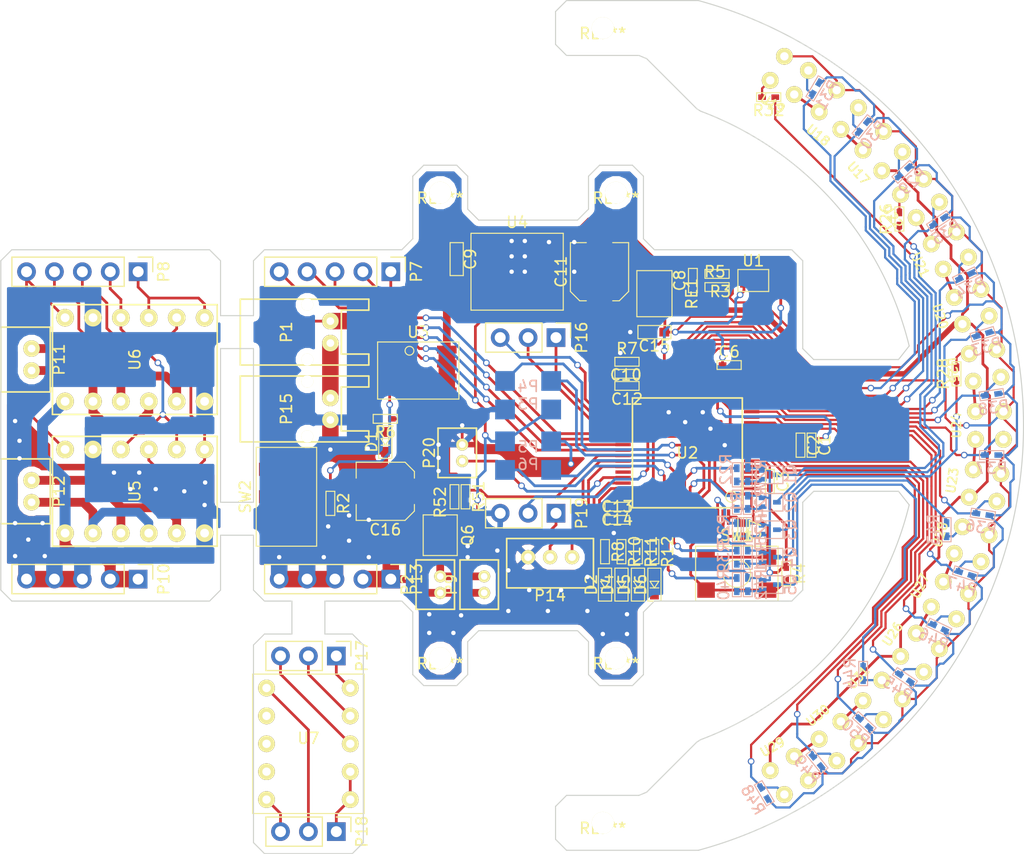
<source format=kicad_pcb>
(kicad_pcb (version 4) (host pcbnew 4.0.1-stable)
  (layers (0 F.Cu signal) (31 B.Cu signal) (34 B.Paste user) (35 F.Paste user) (36 B.SilkS user) (37 F.SilkS user) (38 B.Mask user) (39 F.Mask user) (44 Edge.Cuts user))
  (net 0 "")
  (net 1 +3V3)
  (net 2 GND)
  (net 3 "Net-(C3-Pad1)")
  (net 4 +BATT)
  (net 5 "Net-(C10-Pad2)")
  (net 6 +5V)
  (net 7 "Net-(D1-Pad2)")
  (net 8 "Net-(D4-Pad2)")
  (net 9 "Net-(D5-Pad2)")
  (net 10 "Net-(D6-Pad2)")
  (net 11 "Net-(P1-Pad1)")
  (net 12 "Net-(P1-Pad2)")
  (net 13 LINE_SENSOR_0)
  (net 14 LINE_SENSOR_1)
  (net 15 LINE_SENSOR_2)
  (net 16 LINE_SENSOR_3)
  (net 17 LINE_SENSOR_4)
  (net 18 LINE_SENSOR_5)
  (net 19 LINE_SENSOR_7)
  (net 20 LINE_SENSOR_8)
  (net 21 LINE_SENSOR_9)
  (net 22 LINE_SENSOR_12)
  (net 23 LINE_SENSOR_13)
  (net 24 ENCA_LEFT)
  (net 25 ENCB_LEFT)
  (net 26 ENCA_RIGHT)
  (net 27 ENCB_RIGHT)
  (net 28 "Net-(P8-Pad1)")
  (net 29 "Net-(P8-Pad2)")
  (net 30 "Net-(P10-Pad1)")
  (net 31 "Net-(Q1-Pad1)")
  (net 32 "Net-(Q1-Pad3)")
  (net 33 "Net-(Q2-Pad1)")
  (net 34 "Net-(Q2-Pad3)")
  (net 35 "Net-(Q3-Pad1)")
  (net 36 "Net-(Q3-Pad3)")
  (net 37 "Net-(Q4-Pad1)")
  (net 38 "Net-(Q4-Pad3)")
  (net 39 "Net-(Q5-Pad1)")
  (net 40 "Net-(Q5-Pad3)")
  (net 41 "Net-(R2-Pad1)")
  (net 42 "Net-(R3-Pad2)")
  (net 43 "Net-(R4-Pad2)")
  (net 44 "Net-(R7-Pad2)")
  (net 45 UILED1)
  (net 46 UILED2)
  (net 47 UILED3)
  (net 48 UILED4)
  (net 49 BATT_REF)
  (net 50 CS)
  (net 51 SCLK)
  (net 52 MISO)
  (net 53 MOSI)
  (net 54 SENS_LED3,4,5)
  (net 55 SENS_LED0,1,2)
  (net 56 SENS_LED6,7,8)
  (net 57 "Net-(R26-Pad2)")
  (net 58 "Net-(R28-Pad2)")
  (net 59 "Net-(R32-Pad2)")
  (net 60 SENS_LED9,10,11)
  (net 61 SENS_LED12,13,14)
  (net 62 "Net-(R43-Pad2)")
  (net 63 "Net-(R44-Pad2)")
  (net 64 LINE_SENSOR_14)
  (net 65 "Net-(U17-Pad2)")
  (net 66 "Net-(U18-Pad2)")
  (net 67 "Net-(U20-Pad2)")
  (net 68 "Net-(U21-Pad2)")
  (net 69 "Net-(U23-Pad2)")
  (net 70 "Net-(U24-Pad2)")
  (net 71 "Net-(U26-Pad2)")
  (net 72 "Net-(U27-Pad2)")
  (net 73 "Net-(U29-Pad2)")
  (net 74 "Net-(U30-Pad2)")
  (net 75 "Net-(Q6-Pad1)")
  (net 76 FAN_MOTOR)
  (net 77 "Net-(P14-Pad2)")
  (net 78 "Net-(P2-Pad2)")
  (net 79 IN2_R)
  (net 80 IN1_R)
  (net 81 IN2_L)
  (net 82 IN1_L)
  (net 83 "Net-(P8-Pad3)")
  (net 84 "Net-(P8-Pad4)")
  (net 85 "Net-(P8-Pad5)")
  (net 86 "Net-(P11-Pad1)")
  (net 87 "Net-(P11-Pad2)")
  (net 88 "Net-(P12-Pad1)")
  (net 89 "Net-(P12-Pad2)")
  (net 90 "Net-(P17-Pad1)")
  (net 91 "Net-(P17-Pad2)")
  (net 92 "Net-(P17-Pad3)")
  (net 93 "Net-(P18-Pad1)")
  (net 94 "Net-(P18-Pad2)")
  (net 95 "Net-(P18-Pad3)")
  (net 96 "Net-(P14-Pad1)")
  (net 97 "Net-(D2-Pad2)")
  (net 98 UILED0)
  (net 99 "Net-(P10-Pad3)")
  (net 100 LINE_SENSOR_6)
  (net 101 LINE_SENSOR_10)
  (net 102 LINE_SENSOR_11)
  (net 103 "Net-(C13-Pad1)")
  (module MyKicadFP:PA_2 (layer F.Cu) (at 68 80.5 90)
    (fp_text reference P1 (at 0 -4 90) (layer F.SilkS))
    (fp_text value CONN_BATT)
    (pad 1 thru_hole circle (at -1 0 90) (size 1.5 1.5) (drill 0.7) (layers *.Cu *.Mask F.SilkS) (net 11 "Net-(P1-Pad1)"))
    (pad 2 thru_hole circle (at 1 0 90) (size 1.5 1.5) (drill 0.7) (layers *.Cu *.Mask F.SilkS) (net 12 "Net-(P1-Pad2)"))
    (pad "" np_thru_hole circle (at -2.5 -2.1 90) (size 1.1 1.1) (drill 1.1) (layers *.Cu *.Mask F.SilkS))
    (pad "" np_thru_hole circle (at 2.5 -2.1 90) (size 1.1 1.1) (drill 1.1) (layers *.Cu *.Mask F.SilkS))
  )
  (module MyKicadFP:My_AlumiCapa_5mm (layer F.Cu) (at 73 95 180)
    (fp_text reference C16 (at 0 -3.5 180) (layer F.SilkS))
    (fp_text value 47u)
    (pad 1 smd rect (at -2.4 0 180) (size 3.4 1.7) (layers F.Cu F.Paste F.Mask) (net 4 +BATT))
    (pad 2 smd rect (at 2.4 0 180) (size 3.4 1.7) (layers F.Cu F.Paste F.Mask) (net 2 GND))
  )
  (module MyKicadFP:My_SOIC-8_3.9x4.9_Pitch1.27mm (layer F.Cu) (at 76 84)
    (fp_text reference U3 (at 0 -3.5) (layer F.SilkS))
    (fp_text value STS7PF30L)
    (pad 1 smd rect (at -2.6 -1.905) (size 1.78 0.72) (layers F.Cu F.Paste F.Mask) (net 12 "Net-(P1-Pad2)"))
    (pad 2 smd rect (at -2.6 -0.635) (size 1.78 0.72) (layers F.Cu F.Paste F.Mask) (net 12 "Net-(P1-Pad2)"))
    (pad 3 smd rect (at -2.6 0.635) (size 1.78 0.72) (layers F.Cu F.Paste F.Mask) (net 12 "Net-(P1-Pad2)"))
    (pad 4 smd rect (at -2.6 1.905) (size 1.78 0.72) (layers F.Cu F.Paste F.Mask) (net 41 "Net-(R2-Pad1)"))
    (pad 5 smd rect (at 2.6 1.905) (size 1.78 0.72) (layers F.Cu F.Paste F.Mask) (net 4 +BATT))
    (pad 6 smd rect (at 2.6 0.635) (size 1.78 0.72) (layers F.Cu F.Paste F.Mask) (net 4 +BATT))
    (pad 7 smd rect (at 2.6 -0.635) (size 1.78 0.72) (layers F.Cu F.Paste F.Mask) (net 4 +BATT))
    (pad 8 smd rect (at 2.6 -1.905) (size 1.78 0.72) (layers F.Cu F.Paste F.Mask) (net 4 +BATT))
  )
  (module MyKicadFP:My_1005 (layer F.Cu) (at 111.8 90.8 270)
    (fp_text reference C1 (at 0 -1.2 270) (layer F.SilkS))
    (fp_text value 1u)
    (pad 1 smd rect (at -0.6 0 270) (size 0.7 0.5) (layers F.Cu F.Paste F.Mask) (net 1 +3V3))
    (pad 2 smd rect (at 0.6 0 270) (size 0.7 0.5) (layers F.Cu F.Paste F.Mask) (net 2 GND))
  )
  (module MyKicadFP:My_1005 (layer F.Cu) (at 110.8 90.8 270)
    (fp_text reference C2 (at 0 -1.2 270) (layer F.SilkS))
    (fp_text value 0.1u)
    (pad 1 smd rect (at -0.6 0 270) (size 0.7 0.5) (layers F.Cu F.Paste F.Mask) (net 1 +3V3))
    (pad 2 smd rect (at 0.6 0 270) (size 0.7 0.5) (layers F.Cu F.Paste F.Mask) (net 2 GND))
  )
  (module MyKicadFP:My_1005 (layer F.Cu) (at 108 94.1 270)
    (fp_text reference C3 (at 0 -1.2 270) (layer F.SilkS))
    (fp_text value 0.1u)
    (pad 1 smd rect (at -0.6 0 270) (size 0.7 0.5) (layers F.Cu F.Paste F.Mask) (net 3 "Net-(C3-Pad1)"))
    (pad 2 smd rect (at 0.6 0 270) (size 0.7 0.5) (layers F.Cu F.Paste F.Mask) (net 2 GND))
  )
  (module MyKicadFP:My_1005 (layer F.Cu) (at 104.3 83.5)
    (fp_text reference C6 (at 0 -1.2) (layer F.SilkS))
    (fp_text value 0.1u)
    (pad 1 smd rect (at -0.6 0) (size 0.7 0.5) (layers F.Cu F.Paste F.Mask) (net 1 +3V3))
    (pad 2 smd rect (at 0.6 0) (size 0.7 0.5) (layers F.Cu F.Paste F.Mask) (net 2 GND))
  )
  (module MyKicadFP:My_1005 (layer F.Cu) (at 105.5 98.5 270)
    (fp_text reference C7 (at 0 -1.2 270) (layer F.SilkS))
    (fp_text value 0.1u)
    (pad 1 smd rect (at -0.6 0 270) (size 0.7 0.5) (layers F.Cu F.Paste F.Mask) (net 1 +3V3))
    (pad 2 smd rect (at 0.6 0 270) (size 0.7 0.5) (layers F.Cu F.Paste F.Mask) (net 2 GND))
  )
  (module MyKicadFP:My_1005 (layer F.Cu) (at 101 75.8 90)
    (fp_text reference C8 (at 0 -1.2 90) (layer F.SilkS))
    (fp_text value 0.1u)
    (pad 1 smd rect (at -0.6 0 90) (size 0.7 0.5) (layers F.Cu F.Paste F.Mask) (net 2 GND))
    (pad 2 smd rect (at 0.6 0 90) (size 0.7 0.5) (layers F.Cu F.Paste F.Mask) (net 4 +BATT))
  )
  (module MyKicadFP:My_1608 (layer F.Cu) (at 79.5 73.85 270)
    (fp_text reference C9 (at 0 -1.25 270) (layer F.SilkS))
    (fp_text value 0.47u)
    (pad 1 smd rect (at -0.9 0 270) (size 0.9 0.8) (layers F.Cu F.Paste F.Mask) (net 4 +BATT))
    (pad 2 smd rect (at 0.9 0 270) (size 0.9 0.8) (layers F.Cu F.Paste F.Mask) (net 2 GND))
  )
  (module MyKicadFP:My_1005 (layer F.Cu) (at 95 84.3)
    (fp_text reference C10 (at -0.1 0.1) (layer F.SilkS))
    (fp_text value 2.2u)
    (pad 1 smd rect (at -0.6 0) (size 0.7 0.5) (layers F.Cu F.Paste F.Mask) (net 2 GND))
    (pad 2 smd rect (at 0.6 0) (size 0.7 0.5) (layers F.Cu F.Paste F.Mask) (net 5 "Net-(C10-Pad2)"))
  )
  (module MyKicadFP:My_AlumiCapa_5mm (layer F.Cu) (at 92.5 75 90)
    (fp_text reference C11 (at 0 -3.5 90) (layer F.SilkS))
    (fp_text value 47u)
    (pad 1 smd rect (at -2.4 0 90) (size 3.4 1.7) (layers F.Cu F.Paste F.Mask) (net 6 +5V))
    (pad 2 smd rect (at 2.4 0 90) (size 3.4 1.7) (layers F.Cu F.Paste F.Mask) (net 2 GND))
  )
  (module MyKicadFP:My_1005 (layer F.Cu) (at 95 85.4 180)
    (fp_text reference C12 (at 0 -1.2 180) (layer F.SilkS))
    (fp_text value 0.1u)
    (pad 1 smd rect (at -0.6 0 180) (size 0.7 0.5) (layers F.Cu F.Paste F.Mask) (net 1 +3V3))
    (pad 2 smd rect (at 0.6 0 180) (size 0.7 0.5) (layers F.Cu F.Paste F.Mask) (net 2 GND))
  )
  (module MyKicadFP:My_1005 (layer F.Cu) (at 94.1 97.6)
    (fp_text reference C13 (at 0 -1.2) (layer F.SilkS))
    (fp_text value 2.2u)
    (pad 1 smd rect (at -0.6 0) (size 0.7 0.5) (layers F.Cu F.Paste F.Mask) (net 103 "Net-(C13-Pad1)"))
    (pad 2 smd rect (at 0.6 0) (size 0.7 0.5) (layers F.Cu F.Paste F.Mask) (net 2 GND))
  )
  (module MyKicadFP:My_1005 (layer F.Cu) (at 94.1 96.4 180)
    (fp_text reference C14 (at 0 -1.2 180) (layer F.SilkS))
    (fp_text value 0.1u)
    (pad 1 smd rect (at -0.6 0 180) (size 0.7 0.5) (layers F.Cu F.Paste F.Mask) (net 1 +3V3))
    (pad 2 smd rect (at 0.6 0 180) (size 0.7 0.5) (layers F.Cu F.Paste F.Mask) (net 2 GND))
  )
  (module MyKicadFP:My_1608 (layer F.Cu) (at 97.5 80.5 180)
    (fp_text reference C15 (at 0 -1.25 180) (layer F.SilkS))
    (fp_text value 4.7u)
    (pad 1 smd rect (at -0.9 0 180) (size 0.9 0.8) (layers F.Cu F.Paste F.Mask) (net 1 +3V3))
    (pad 2 smd rect (at 0.9 0 180) (size 0.9 0.8) (layers F.Cu F.Paste F.Mask) (net 2 GND))
  )
  (module MyKicadFP:My_1005 (layer F.Cu) (at 68 96.1 270)
    (fp_text reference R2 (at 0 -1.2 270) (layer F.SilkS))
    (fp_text value 47k)
    (pad 1 smd rect (at -0.6 0 270) (size 0.7 0.5) (layers F.Cu F.Paste F.Mask) (net 41 "Net-(R2-Pad1)"))
    (pad 2 smd rect (at 0.6 0 270) (size 0.7 0.5) (layers F.Cu F.Paste F.Mask) (net 2 GND))
  )
  (module MyKicadFP:My_1005 (layer F.Cu) (at 103.2 76.4)
    (fp_text reference R3 (at 0.3 0.4) (layer F.SilkS))
    (fp_text value 4.7k)
    (pad 1 smd rect (at -0.6 0) (size 0.7 0.5) (layers F.Cu F.Paste F.Mask) (net 2 GND))
    (pad 2 smd rect (at 0.6 0) (size 0.7 0.5) (layers F.Cu F.Paste F.Mask) (net 42 "Net-(R3-Pad2)"))
  )
  (module MyKicadFP:My_1005 (layer F.Cu) (at 109.5 102.5 270)
    (fp_text reference R4 (at 0 -1.2 270) (layer F.SilkS))
    (fp_text value 10k)
    (pad 1 smd rect (at -0.6 0 270) (size 0.7 0.5) (layers F.Cu F.Paste F.Mask) (net 2 GND))
    (pad 2 smd rect (at 0.6 0 270) (size 0.7 0.5) (layers F.Cu F.Paste F.Mask) (net 43 "Net-(R4-Pad2)"))
  )
  (module MyKicadFP:My_1005 (layer F.Cu) (at 103.2 75.2 180)
    (fp_text reference R5 (at 0.2 0.2 180) (layer F.SilkS))
    (fp_text value 10k)
    (pad 1 smd rect (at -0.6 0 180) (size 0.7 0.5) (layers F.Cu F.Paste F.Mask) (net 42 "Net-(R3-Pad2)"))
    (pad 2 smd rect (at 0.6 0 180) (size 0.7 0.5) (layers F.Cu F.Paste F.Mask) (net 4 +BATT))
  )
  (module MyKicadFP:My_1005 (layer F.Cu) (at 73 88.4 180)
    (fp_text reference R6 (at 0 -1.2 180) (layer F.SilkS))
    (fp_text value 1k)
    (pad 1 smd rect (at -0.6 0 180) (size 0.7 0.5) (layers F.Cu F.Paste F.Mask) (net 4 +BATT))
    (pad 2 smd rect (at 0.6 0 180) (size 0.7 0.5) (layers F.Cu F.Paste F.Mask) (net 7 "Net-(D1-Pad2)"))
  )
  (module MyKicadFP:My_1005 (layer F.Cu) (at 95 83.2)
    (fp_text reference R7 (at 0 -1.2) (layer F.SilkS))
    (fp_text value 10k)
    (pad 1 smd rect (at -0.6 0) (size 0.7 0.5) (layers F.Cu F.Paste F.Mask) (net 2 GND))
    (pad 2 smd rect (at 0.6 0) (size 0.7 0.5) (layers F.Cu F.Paste F.Mask) (net 44 "Net-(R7-Pad2)"))
  )
  (module MyKicadFP:My_1005 (layer F.Cu) (at 94.5 100.5 270)
    (fp_text reference R10 (at 0 -1.2 270) (layer F.SilkS))
    (fp_text value 100)
    (pad 1 smd rect (at -0.6 0 270) (size 0.7 0.5) (layers F.Cu F.Paste F.Mask) (net 46 UILED2))
    (pad 2 smd rect (at 0.6 0 270) (size 0.7 0.5) (layers F.Cu F.Paste F.Mask) (net 8 "Net-(D4-Pad2)"))
  )
  (module MyKicadFP:My_1005 (layer F.Cu) (at 96 100.5 270)
    (fp_text reference R11 (at 0 -1.2 270) (layer F.SilkS))
    (fp_text value 100)
    (pad 1 smd rect (at -0.6 0 270) (size 0.7 0.5) (layers F.Cu F.Paste F.Mask) (net 47 UILED3))
    (pad 2 smd rect (at 0.6 0 270) (size 0.7 0.5) (layers F.Cu F.Paste F.Mask) (net 9 "Net-(D5-Pad2)"))
  )
  (module MyKicadFP:My_1005 (layer F.Cu) (at 97.5 100.5 270)
    (fp_text reference R12 (at 0 -1.2 270) (layer F.SilkS))
    (fp_text value 100)
    (pad 1 smd rect (at -0.6 0 270) (size 0.7 0.5) (layers F.Cu F.Paste F.Mask) (net 48 UILED4))
    (pad 2 smd rect (at 0.6 0 270) (size 0.7 0.5) (layers F.Cu F.Paste F.Mask) (net 10 "Net-(D6-Pad2)"))
  )
  (module MyKicadFP:My_1005 (layer B.Cu) (at 105 93.5 270)
    (fp_text reference R22 (at -0.5 1 270) (layer B.SilkS) (effects (justify mirror)))
    (fp_text value 470)
    (pad 1 smd rect (at -0.6 0 270) (size 0.7 0.5) (layers B.Cu B.Paste B.Mask) (net 55 SENS_LED0,1,2))
    (pad 2 smd rect (at 0.6 0 270) (size 0.7 0.5) (layers B.Cu B.Paste B.Mask) (net 31 "Net-(Q1-Pad1)"))
  )
  (module MyKicadFP:My_1005 (layer B.Cu) (at 105 98.5 270)
    (fp_text reference R23 (at 0 1.2 270) (layer B.SilkS) (effects (justify mirror)))
    (fp_text value 470)
    (pad 1 smd rect (at -0.6 0 270) (size 0.7 0.5) (layers B.Cu B.Paste B.Mask) (net 56 SENS_LED6,7,8))
    (pad 2 smd rect (at 0.6 0 270) (size 0.7 0.5) (layers B.Cu B.Paste B.Mask) (net 35 "Net-(Q3-Pad1)"))
  )
  (module MyKicadFP:My_1005 (layer B.Cu) (at 106 96 90)
    (fp_text reference R24 (at 0 1.2 90) (layer B.SilkS) (effects (justify mirror)))
    (fp_text value 470k)
    (pad 1 smd rect (at -0.6 0 90) (size 0.7 0.5) (layers B.Cu B.Paste B.Mask) (net 33 "Net-(Q2-Pad1)"))
    (pad 2 smd rect (at 0.6 0 90) (size 0.7 0.5) (layers B.Cu B.Paste B.Mask) (net 2 GND))
  )
  (module MyKicadFP:My_1005 (layer B.Cu) (at 106 98.5 90)
    (fp_text reference R25 (at 0 1.2 90) (layer B.SilkS) (effects (justify mirror)))
    (fp_text value 470k)
    (pad 1 smd rect (at -0.6 0 90) (size 0.7 0.5) (layers B.Cu B.Paste B.Mask) (net 35 "Net-(Q3-Pad1)"))
    (pad 2 smd rect (at 0.6 0 90) (size 0.7 0.5) (layers B.Cu B.Paste B.Mask) (net 2 GND))
  )
  (module MyKicadFP:My_1005 (layer F.Cu) (at 119.8 70.2 90)
    (fp_text reference R26 (at 0 -1.2 90) (layer F.SilkS))
    (fp_text value 10)
    (pad 1 smd rect (at -0.6 0 90) (size 0.7 0.5) (layers F.Cu F.Paste F.Mask) (net 34 "Net-(Q2-Pad3)"))
    (pad 2 smd rect (at 0.6 0 90) (size 0.7 0.5) (layers F.Cu F.Paste F.Mask) (net 57 "Net-(R26-Pad2)"))
  )
  (module MyKicadFP:My_1005 (layer B.Cu) (at 106 93.5 90)
    (fp_text reference R27 (at 0 1.2 90) (layer B.SilkS) (effects (justify mirror)))
    (fp_text value 470k)
    (pad 1 smd rect (at -0.6 0 90) (size 0.7 0.5) (layers B.Cu B.Paste B.Mask) (net 31 "Net-(Q1-Pad1)"))
    (pad 2 smd rect (at 0.6 0 90) (size 0.7 0.5) (layers B.Cu B.Paste B.Mask) (net 2 GND))
  )
  (module MyKicadFP:My_1005 (layer F.Cu) (at 125 84.3 90)
    (fp_text reference R28 (at 0 -1.2 90) (layer F.SilkS))
    (fp_text value 10)
    (pad 1 smd rect (at -0.6 0 90) (size 0.7 0.5) (layers F.Cu F.Paste F.Mask) (net 36 "Net-(Q3-Pad3)"))
    (pad 2 smd rect (at 0.6 0 90) (size 0.7 0.5) (layers F.Cu F.Paste F.Mask) (net 58 "Net-(R28-Pad2)"))
  )
  (module MyKicadFP:My_1005 (layer B.Cu) (at 120.2 65.9 42.5)
    (fp_text reference R29 (at 0 1.2 42.5) (layer B.SilkS) (effects (justify mirror)))
    (fp_text value 1k)
    (pad 1 smd rect (at -0.6 0 42.5) (size 0.7 0.5) (layers B.Cu B.Paste B.Mask) (net 13 LINE_SENSOR_0))
    (pad 2 smd rect (at 0.6 0 42.5) (size 0.7 0.5) (layers B.Cu B.Paste B.Mask) (net 2 GND))
  )
  (module MyKicadFP:My_1005 (layer B.Cu) (at 116.5 61.8 51)
    (fp_text reference R30 (at 0 1.2 51) (layer B.SilkS) (effects (justify mirror)))
    (fp_text value 1k)
    (pad 1 smd rect (at -0.6 0 51) (size 0.7 0.5) (layers B.Cu B.Paste B.Mask) (net 14 LINE_SENSOR_1))
    (pad 2 smd rect (at 0.6 0 51) (size 0.7 0.5) (layers B.Cu B.Paste B.Mask) (net 2 GND))
  )
  (module MyKicadFP:My_1005 (layer B.Cu) (at 112.2 58.3 59.5)
    (fp_text reference R31 (at 0 1.2 59.5) (layer B.SilkS) (effects (justify mirror)))
    (fp_text value 1k)
    (pad 1 smd rect (at -0.6 0 59.5) (size 0.7 0.5) (layers B.Cu B.Paste B.Mask) (net 15 LINE_SENSOR_2))
    (pad 2 smd rect (at 0.6 0 59.5) (size 0.7 0.5) (layers B.Cu B.Paste B.Mask) (net 2 GND))
  )
  (module MyKicadFP:My_1005 (layer F.Cu) (at 107.9 59.1 180)
    (fp_text reference R32 (at 0 -1.2 180) (layer F.SilkS))
    (fp_text value 10)
    (pad 1 smd rect (at -0.6 0 180) (size 0.7 0.5) (layers F.Cu F.Paste F.Mask) (net 32 "Net-(Q1-Pad3)"))
    (pad 2 smd rect (at 0.6 0 180) (size 0.7 0.5) (layers F.Cu F.Paste F.Mask) (net 59 "Net-(R32-Pad2)"))
  )
  (module MyKicadFP:My_1005 (layer B.Cu) (at 127.4 80.7 17)
    (fp_text reference R33 (at 0 1.2 17) (layer B.SilkS) (effects (justify mirror)))
    (fp_text value 1k)
    (pad 1 smd rect (at -0.6 0 17) (size 0.7 0.5) (layers B.Cu B.Paste B.Mask) (net 16 LINE_SENSOR_3))
    (pad 2 smd rect (at 0.6 0 17) (size 0.7 0.5) (layers B.Cu B.Paste B.Mask) (net 2 GND))
  )
  (module MyKicadFP:My_1005 (layer B.Cu) (at 125.8 75.4 25.5)
    (fp_text reference R34 (at 0 1.2 25.5) (layer B.SilkS) (effects (justify mirror)))
    (fp_text value 1k)
    (pad 1 smd rect (at -0.6 0 25.5) (size 0.7 0.5) (layers B.Cu B.Paste B.Mask) (net 17 LINE_SENSOR_4))
    (pad 2 smd rect (at 0.6 0 25.5) (size 0.7 0.5) (layers B.Cu B.Paste B.Mask) (net 2 GND))
  )
  (module MyKicadFP:My_1005 (layer B.Cu) (at 123.4 70.4 34)
    (fp_text reference R35 (at 0 1.2 34) (layer B.SilkS) (effects (justify mirror)))
    (fp_text value 1k)
    (pad 1 smd rect (at -0.6 0 34) (size 0.7 0.5) (layers B.Cu B.Paste B.Mask) (net 18 LINE_SENSOR_5))
    (pad 2 smd rect (at 0.6 0 34) (size 0.7 0.5) (layers B.Cu B.Paste B.Mask) (net 2 GND))
  )
  (module MyKicadFP:My_1005 (layer B.Cu) (at 127.4 97.1 351.5)
    (fp_text reference R36 (at 0 1.2 351.5) (layer B.SilkS) (effects (justify mirror)))
    (fp_text value 1k)
    (pad 1 smd rect (at -0.6 0 351.5) (size 0.7 0.5) (layers B.Cu B.Paste B.Mask) (net 100 LINE_SENSOR_6))
    (pad 2 smd rect (at 0.6 0 351.5) (size 0.7 0.5) (layers B.Cu B.Paste B.Mask) (net 2 GND))
  )
  (module MyKicadFP:My_1005 (layer B.Cu) (at 128.2 91.7)
    (fp_text reference R37 (at 0 1.2) (layer B.SilkS) (effects (justify mirror)))
    (fp_text value 1k)
    (pad 1 smd rect (at -0.6 0) (size 0.7 0.5) (layers B.Cu B.Paste B.Mask) (net 19 LINE_SENSOR_7))
    (pad 2 smd rect (at 0.6 0) (size 0.7 0.5) (layers B.Cu B.Paste B.Mask) (net 2 GND))
  )
  (module MyKicadFP:My_1005 (layer B.Cu) (at 128.2 86.2 8.5)
    (fp_text reference R38 (at 0 1.2 8.5) (layer B.SilkS) (effects (justify mirror)))
    (fp_text value 1k)
    (pad 1 smd rect (at -0.6 0 8.5) (size 0.7 0.5) (layers B.Cu B.Paste B.Mask) (net 20 LINE_SENSOR_8))
    (pad 2 smd rect (at 0.6 0 8.5) (size 0.7 0.5) (layers B.Cu B.Paste B.Mask) (net 2 GND))
  )
  (module MyKicadFP:My_SOT-23-5 (layer F.Cu) (at 97.5 77 270)
    (fp_text reference RE1 (at 0 -3.4 270) (layer F.SilkS))
    (fp_text value MIC5219)
    (pad 1 smd rect (at -1.35 -0.95 270) (size 1.1 0.5) (layers F.Cu F.Paste F.Mask) (net 6 +5V))
    (pad 2 smd rect (at -1.35 0 270) (size 1.1 0.5) (layers F.Cu F.Paste F.Mask) (net 2 GND))
    (pad 3 smd rect (at -1.35 0.95 270) (size 1.1 0.5) (layers F.Cu F.Paste F.Mask) (net 6 +5V))
    (pad 4 smd rect (at 1.35 0.95 270) (size 1.1 0.5) (layers F.Cu F.Paste F.Mask))
    (pad 5 smd rect (at 1.35 -0.95 270) (size 1.1 0.5) (layers F.Cu F.Paste F.Mask) (net 1 +3V3))
  )
  (module MyKicadFP:TL3305 (layer F.Cu) (at 105 102.5)
    (fp_text reference SW1 (at 0 -3.5) (layer F.SilkS))
    (fp_text value SW_PUSH)
    (pad 1 smd rect (at -2.8 -1.5) (size 1.6 1.4) (layers F.Cu F.Paste F.Mask) (net 1 +3V3))
    (pad 2 smd rect (at -2.8 1.5) (size 1.6 1.4) (layers F.Cu F.Paste F.Mask) (net 43 "Net-(R4-Pad2)"))
    (pad 1 smd rect (at 2.8 -1.5) (size 1.6 1.4) (layers F.Cu F.Paste F.Mask) (net 1 +3V3))
    (pad 2 smd rect (at 2.8 1.5) (size 1.6 1.4) (layers F.Cu F.Paste F.Mask) (net 43 "Net-(R4-Pad2)"))
  )
  (module MyKicadFP:CL-SB-22A-01 (layer F.Cu) (at 64 95.5 270)
    (fp_text reference SW2 (at 0 3.75 270) (layer F.SilkS))
    (fp_text value SWITCH_INV)
    (pad 1 smd rect (at -2.5 0 270) (size 1.2 5) (layers F.Cu F.Paste F.Mask) (net 12 "Net-(P1-Pad2)"))
    (pad 2 smd rect (at 0 0 270) (size 1.2 5) (layers F.Cu F.Paste F.Mask) (net 41 "Net-(R2-Pad1)"))
    (pad 3 smd rect (at 2.5 0 270) (size 1.2 5) (layers F.Cu F.Paste F.Mask))
  )
  (module MyKicadFP:My_HVSOF5 (layer F.Cu) (at 106.5 75.8)
    (fp_text reference U1 (at 0 -1.8) (layer F.SilkS))
    (fp_text value BU7255HFV)
    (pad 1 smd rect (at -0.85 -0.5) (size 0.7 0.3) (layers F.Cu F.Paste F.Mask) (net 42 "Net-(R3-Pad2)"))
    (pad 2 smd rect (at -0.85 0) (size 0.7 0.3) (layers F.Cu F.Paste F.Mask) (net 2 GND))
    (pad 3 smd rect (at -0.85 0.5) (size 0.7 0.3) (layers F.Cu F.Paste F.Mask) (net 49 BATT_REF))
    (pad 4 smd rect (at 0.85 0.5) (size 0.7 0.3) (layers F.Cu F.Paste F.Mask) (net 49 BATT_REF))
    (pad 5 smd rect (at 0.85 -0.5) (size 0.7 0.3) (layers F.Cu F.Paste F.Mask) (net 1 +3V3))
  )
  (module MyKicadFP:LQFP64 (layer F.Cu) (at 100.5 91.5 180)
    (fp_text reference U2 (at 0 0 180) (layer F.SilkS))
    (fp_text value STM32F405RGT6)
    (pad 1 smd rect (at -5.85 -3.75 180) (size 1.4 0.3) (layers F.Cu F.Paste F.Mask) (net 1 +3V3))
    (pad 2 smd rect (at -5.85 -3.25 180) (size 1.4 0.3) (layers F.Cu F.Paste F.Mask))
    (pad 3 smd rect (at -5.85 -2.75 180) (size 1.4 0.3) (layers F.Cu F.Paste F.Mask))
    (pad 4 smd rect (at -5.85 -2.25 180) (size 1.4 0.3) (layers F.Cu F.Paste F.Mask))
    (pad 5 smd rect (at -5.85 -1.75 180) (size 1.4 0.3) (layers F.Cu F.Paste F.Mask))
    (pad 6 smd rect (at -5.85 -1.25 180) (size 1.4 0.3) (layers F.Cu F.Paste F.Mask))
    (pad 7 smd rect (at -5.85 -0.75 180) (size 1.4 0.3) (layers F.Cu F.Paste F.Mask) (net 3 "Net-(C3-Pad1)"))
    (pad 8 smd rect (at -5.85 -0.25 180) (size 1.4 0.3) (layers F.Cu F.Paste F.Mask) (net 22 LINE_SENSOR_12))
    (pad 9 smd rect (at -5.85 0.25 180) (size 1.4 0.3) (layers F.Cu F.Paste F.Mask) (net 23 LINE_SENSOR_13))
    (pad 10 smd rect (at -5.85 0.75 180) (size 1.4 0.3) (layers F.Cu F.Paste F.Mask) (net 64 LINE_SENSOR_14))
    (pad 11 smd rect (at -5.85 1.25 180) (size 1.4 0.3) (layers F.Cu F.Paste F.Mask) (net 21 LINE_SENSOR_9))
    (pad 12 smd rect (at -5.85 1.75 180) (size 1.4 0.3) (layers F.Cu F.Paste F.Mask) (net 2 GND))
    (pad 13 smd rect (at -5.85 2.25 180) (size 1.4 0.3) (layers F.Cu F.Paste F.Mask) (net 1 +3V3))
    (pad 14 smd rect (at -5.85 2.75 180) (size 1.4 0.3) (layers F.Cu F.Paste F.Mask) (net 101 LINE_SENSOR_10))
    (pad 15 smd rect (at -5.85 3.25 180) (size 1.4 0.3) (layers F.Cu F.Paste F.Mask) (net 102 LINE_SENSOR_11))
    (pad 16 smd rect (at -5.85 3.75 180) (size 1.4 0.3) (layers F.Cu F.Paste F.Mask) (net 100 LINE_SENSOR_6))
    (pad 17 smd rect (at -3.75 5.85 270) (size 1.4 0.3) (layers F.Cu F.Paste F.Mask) (net 19 LINE_SENSOR_7))
    (pad 18 smd rect (at -3.25 5.85 270) (size 1.4 0.3) (layers F.Cu F.Paste F.Mask) (net 2 GND))
    (pad 19 smd rect (at -2.75 5.85 270) (size 1.4 0.3) (layers F.Cu F.Paste F.Mask) (net 1 +3V3))
    (pad 20 smd rect (at -2.25 5.85 270) (size 1.4 0.3) (layers F.Cu F.Paste F.Mask) (net 20 LINE_SENSOR_8))
    (pad 21 smd rect (at -1.75 5.85 270) (size 1.4 0.3) (layers F.Cu F.Paste F.Mask) (net 16 LINE_SENSOR_3))
    (pad 22 smd rect (at -1.25 5.85 270) (size 1.4 0.3) (layers F.Cu F.Paste F.Mask) (net 17 LINE_SENSOR_4))
    (pad 23 smd rect (at -0.75 5.85 270) (size 1.4 0.3) (layers F.Cu F.Paste F.Mask) (net 18 LINE_SENSOR_5))
    (pad 24 smd rect (at -0.25 5.85 270) (size 1.4 0.3) (layers F.Cu F.Paste F.Mask) (net 13 LINE_SENSOR_0))
    (pad 25 smd rect (at 0.25 5.85 270) (size 1.4 0.3) (layers F.Cu F.Paste F.Mask) (net 14 LINE_SENSOR_1))
    (pad 26 smd rect (at 0.75 5.85 270) (size 1.4 0.3) (layers F.Cu F.Paste F.Mask) (net 15 LINE_SENSOR_2))
    (pad 27 smd rect (at 1.25 5.85 270) (size 1.4 0.3) (layers F.Cu F.Paste F.Mask) (net 49 BATT_REF))
    (pad 28 smd rect (at 1.75 5.85 270) (size 1.4 0.3) (layers F.Cu F.Paste F.Mask) (net 44 "Net-(R7-Pad2)"))
    (pad 29 smd rect (at 2.25 5.85 270) (size 1.4 0.3) (layers F.Cu F.Paste F.Mask))
    (pad 30 smd rect (at 2.75 5.85 270) (size 1.4 0.3) (layers F.Cu F.Paste F.Mask))
    (pad 31 smd rect (at 3.25 5.85 270) (size 1.4 0.3) (layers F.Cu F.Paste F.Mask) (net 5 "Net-(C10-Pad2)"))
    (pad 32 smd rect (at 3.75 5.85 270) (size 1.4 0.3) (layers F.Cu F.Paste F.Mask) (net 1 +3V3))
    (pad 33 smd rect (at 5.85 3.75 180) (size 1.4 0.3) (layers F.Cu F.Paste F.Mask) (net 50 CS))
    (pad 34 smd rect (at 5.85 3.25 180) (size 1.4 0.3) (layers F.Cu F.Paste F.Mask) (net 51 SCLK))
    (pad 35 smd rect (at 5.85 2.75 180) (size 1.4 0.3) (layers F.Cu F.Paste F.Mask) (net 52 MISO))
    (pad 36 smd rect (at 5.85 2.25 180) (size 1.4 0.3) (layers F.Cu F.Paste F.Mask) (net 53 MOSI))
    (pad 37 smd rect (at 5.85 1.75 180) (size 1.4 0.3) (layers F.Cu F.Paste F.Mask) (net 79 IN2_R))
    (pad 38 smd rect (at 5.85 1.25 180) (size 1.4 0.3) (layers F.Cu F.Paste F.Mask) (net 80 IN1_R))
    (pad 39 smd rect (at 5.85 0.75 180) (size 1.4 0.3) (layers F.Cu F.Paste F.Mask) (net 81 IN2_L))
    (pad 40 smd rect (at 5.85 0.25 180) (size 1.4 0.3) (layers F.Cu F.Paste F.Mask) (net 82 IN1_L))
    (pad 41 smd rect (at 5.85 -0.25 180) (size 1.4 0.3) (layers F.Cu F.Paste F.Mask) (net 76 FAN_MOTOR))
    (pad 42 smd rect (at 5.85 -0.75 180) (size 1.4 0.3) (layers F.Cu F.Paste F.Mask) (net 77 "Net-(P14-Pad2)"))
    (pad 43 smd rect (at 5.85 -1.25 180) (size 1.4 0.3) (layers F.Cu F.Paste F.Mask) (net 96 "Net-(P14-Pad1)"))
    (pad 44 smd rect (at 5.85 -1.75 180) (size 1.4 0.3) (layers F.Cu F.Paste F.Mask))
    (pad 45 smd rect (at 5.85 -2.25 180) (size 1.4 0.3) (layers F.Cu F.Paste F.Mask) (net 98 UILED0))
    (pad 46 smd rect (at 5.85 -2.75 180) (size 1.4 0.3) (layers F.Cu F.Paste F.Mask) (net 45 UILED1))
    (pad 47 smd rect (at 5.85 -3.25 180) (size 1.4 0.3) (layers F.Cu F.Paste F.Mask) (net 103 "Net-(C13-Pad1)"))
    (pad 48 smd rect (at 5.85 -3.75 180) (size 1.4 0.3) (layers F.Cu F.Paste F.Mask) (net 1 +3V3))
    (pad 49 smd rect (at 3.75 -5.85 270) (size 1.4 0.3) (layers F.Cu F.Paste F.Mask) (net 46 UILED2))
    (pad 50 smd rect (at 3.25 -5.85 270) (size 1.4 0.3) (layers F.Cu F.Paste F.Mask) (net 26 ENCA_RIGHT))
    (pad 51 smd rect (at 2.75 -5.85 270) (size 1.4 0.3) (layers F.Cu F.Paste F.Mask) (net 47 UILED3))
    (pad 52 smd rect (at 2.25 -5.85 270) (size 1.4 0.3) (layers F.Cu F.Paste F.Mask) (net 48 UILED4))
    (pad 53 smd rect (at 1.75 -5.85 270) (size 1.4 0.3) (layers F.Cu F.Paste F.Mask) (net 61 SENS_LED12,13,14))
    (pad 54 smd rect (at 1.25 -5.85 270) (size 1.4 0.3) (layers F.Cu F.Paste F.Mask) (net 60 SENS_LED9,10,11))
    (pad 55 smd rect (at 0.75 -5.85 270) (size 1.4 0.3) (layers F.Cu F.Paste F.Mask) (net 27 ENCB_RIGHT))
    (pad 56 smd rect (at 0.25 -5.85 270) (size 1.4 0.3) (layers F.Cu F.Paste F.Mask) (net 55 SENS_LED0,1,2))
    (pad 57 smd rect (at -0.25 -5.85 270) (size 1.4 0.3) (layers F.Cu F.Paste F.Mask) (net 54 SENS_LED3,4,5))
    (pad 58 smd rect (at -0.75 -5.85 270) (size 1.4 0.3) (layers F.Cu F.Paste F.Mask) (net 24 ENCA_LEFT))
    (pad 59 smd rect (at -1.25 -5.85 270) (size 1.4 0.3) (layers F.Cu F.Paste F.Mask) (net 25 ENCB_LEFT))
    (pad 60 smd rect (at -1.75 -5.85 270) (size 1.4 0.3) (layers F.Cu F.Paste F.Mask) (net 43 "Net-(R4-Pad2)"))
    (pad 61 smd rect (at -2.25 -5.85 270) (size 1.4 0.3) (layers F.Cu F.Paste F.Mask) (net 43 "Net-(R4-Pad2)"))
    (pad 62 smd rect (at -2.75 -5.85 270) (size 1.4 0.3) (layers F.Cu F.Paste F.Mask) (net 56 SENS_LED6,7,8))
    (pad 63 smd rect (at -3.25 -5.85 270) (size 1.4 0.3) (layers F.Cu F.Paste F.Mask) (net 2 GND))
    (pad 64 smd rect (at -3.75 -5.85 270) (size 1.4 0.3) (layers F.Cu F.Paste F.Mask) (net 1 +3V3))
  )
  (module MyKicadFP:My_SOT-223 (layer F.Cu) (at 85 75)
    (fp_text reference U4 (at 0 -4.5) (layer F.SilkS))
    (fp_text value LM2940IMP)
    (pad 4 smd rect (at 2.9 0) (size 2.15 3.25) (layers F.Cu F.Paste F.Mask) (net 2 GND))
    (pad 2 smd rect (at -2.9 0) (size 2.15 1.3) (layers F.Cu F.Paste F.Mask) (net 2 GND))
    (pad 3 smd rect (at -2.9 2.3) (size 2.15 1.3) (layers F.Cu F.Paste F.Mask) (net 6 +5V))
    (pad 1 smd rect (at -2.9 -2.3) (size 2.15 1.3) (layers F.Cu F.Paste F.Mask) (net 4 +BATT))
  )
  (module MyKicadFP:My_1005 (layer B.Cu) (at 105 96 270)
    (fp_text reference R1 (at 0 0 270) (layer B.SilkS) (effects (justify mirror)))
    (fp_text value 470)
    (pad 1 smd rect (at -0.6 0 270) (size 0.7 0.5) (layers B.Cu B.Paste B.Mask) (net 54 SENS_LED3,4,5))
    (pad 2 smd rect (at 0.6 0 270) (size 0.7 0.5) (layers B.Cu B.Paste B.Mask) (net 33 "Net-(Q2-Pad1)"))
  )
  (module MyKicadFP:My_1005 (layer B.Cu) (at 105 101 270)
    (fp_text reference R39 (at 0 1.2 270) (layer B.SilkS) (effects (justify mirror)))
    (fp_text value 470)
    (pad 1 smd rect (at -0.6 0 270) (size 0.7 0.5) (layers B.Cu B.Paste B.Mask) (net 60 SENS_LED9,10,11))
    (pad 2 smd rect (at 0.6 0 270) (size 0.7 0.5) (layers B.Cu B.Paste B.Mask) (net 37 "Net-(Q4-Pad1)"))
  )
  (module MyKicadFP:My_1005 (layer B.Cu) (at 105 103.5 270)
    (fp_text reference R40 (at 0 1.2 270) (layer B.SilkS) (effects (justify mirror)))
    (fp_text value 470)
    (pad 1 smd rect (at -0.6 0 270) (size 0.7 0.5) (layers B.Cu B.Paste B.Mask) (net 61 SENS_LED12,13,14))
    (pad 2 smd rect (at 0.6 0 270) (size 0.7 0.5) (layers B.Cu B.Paste B.Mask) (net 39 "Net-(Q5-Pad1)"))
  )
  (module MyKicadFP:My_1005 (layer B.Cu) (at 106 101 90)
    (fp_text reference R41 (at 0 1.2 90) (layer B.SilkS) (effects (justify mirror)))
    (fp_text value 470k)
    (pad 1 smd rect (at -0.6 0 90) (size 0.7 0.5) (layers B.Cu B.Paste B.Mask) (net 37 "Net-(Q4-Pad1)"))
    (pad 2 smd rect (at 0.6 0 90) (size 0.7 0.5) (layers B.Cu B.Paste B.Mask) (net 2 GND))
  )
  (module MyKicadFP:My_1005 (layer B.Cu) (at 106 103.5 90)
    (fp_text reference R42 (at 0 1.2 90) (layer B.SilkS) (effects (justify mirror)))
    (fp_text value 470k)
    (pad 1 smd rect (at -0.6 0 90) (size 0.7 0.5) (layers B.Cu B.Paste B.Mask) (net 39 "Net-(Q5-Pad1)"))
    (pad 2 smd rect (at 0.6 0 90) (size 0.7 0.5) (layers B.Cu B.Paste B.Mask) (net 2 GND))
  )
  (module MyKicadFP:My_1005 (layer B.Cu) (at 124.1 98.5 270)
    (fp_text reference R43 (at 0 1.2 270) (layer B.SilkS) (effects (justify mirror)))
    (fp_text value 10)
    (pad 1 smd rect (at -0.6 0 270) (size 0.7 0.5) (layers B.Cu B.Paste B.Mask) (net 38 "Net-(Q4-Pad3)"))
    (pad 2 smd rect (at 0.6 0 270) (size 0.7 0.5) (layers B.Cu B.Paste B.Mask) (net 62 "Net-(R43-Pad2)"))
  )
  (module MyKicadFP:My_1005 (layer B.Cu) (at 116.5 111.6 270)
    (fp_text reference R44 (at 0 1.2 270) (layer B.SilkS) (effects (justify mirror)))
    (fp_text value 10)
    (pad 1 smd rect (at -0.6 0 270) (size 0.7 0.5) (layers B.Cu B.Paste B.Mask) (net 40 "Net-(Q5-Pad3)"))
    (pad 2 smd rect (at 0.6 0 270) (size 0.7 0.5) (layers B.Cu B.Paste B.Mask) (net 63 "Net-(R44-Pad2)"))
  )
  (module MyKicadFP:My_1005 (layer B.Cu) (at 120.3 112 326)
    (fp_text reference R45 (at 0 1.2 326) (layer B.SilkS) (effects (justify mirror)))
    (fp_text value 1k)
    (pad 1 smd rect (at -0.6 0 326) (size 0.7 0.5) (layers B.Cu B.Paste B.Mask) (net 21 LINE_SENSOR_9))
    (pad 2 smd rect (at 0.6 0 326) (size 0.7 0.5) (layers B.Cu B.Paste B.Mask) (net 2 GND))
  )
  (module MyKicadFP:My_1005 (layer B.Cu) (at 123.4 107.4 334.5)
    (fp_text reference R46 (at 0 1.2 334.5) (layer B.SilkS) (effects (justify mirror)))
    (fp_text value 1k)
    (pad 1 smd rect (at -0.6 0 334.5) (size 0.7 0.5) (layers B.Cu B.Paste B.Mask) (net 101 LINE_SENSOR_10))
    (pad 2 smd rect (at 0.6 0 334.5) (size 0.7 0.5) (layers B.Cu B.Paste B.Mask) (net 2 GND))
  )
  (module MyKicadFP:My_1005 (layer B.Cu) (at 125.8 102.5 343)
    (fp_text reference R47 (at 0 1.2 343) (layer B.SilkS) (effects (justify mirror)))
    (fp_text value 1k)
    (pad 1 smd rect (at -0.6 0 343) (size 0.7 0.5) (layers B.Cu B.Paste B.Mask) (net 102 LINE_SENSOR_11))
    (pad 2 smd rect (at 0.6 0 343) (size 0.7 0.5) (layers B.Cu B.Paste B.Mask) (net 2 GND))
  )
  (module MyKicadFP:My_1005 (layer B.Cu) (at 107.5 122.5 300.5)
    (fp_text reference R48 (at 0 1.2 300.5) (layer B.SilkS) (effects (justify mirror)))
    (fp_text value 1k)
    (pad 1 smd rect (at -0.6 0 300.5) (size 0.7 0.5) (layers B.Cu B.Paste B.Mask) (net 22 LINE_SENSOR_12))
    (pad 2 smd rect (at 0.6 0 300.5) (size 0.7 0.5) (layers B.Cu B.Paste B.Mask) (net 2 GND))
  )
  (module MyKicadFP:My_1005 (layer B.Cu) (at 112.3 119.6 309)
    (fp_text reference R49 (at 0 1.2 309) (layer B.SilkS) (effects (justify mirror)))
    (fp_text value 1k)
    (pad 1 smd rect (at -0.6 0 309) (size 0.7 0.5) (layers B.Cu B.Paste B.Mask) (net 23 LINE_SENSOR_13))
    (pad 2 smd rect (at 0.6 0 309) (size 0.7 0.5) (layers B.Cu B.Paste B.Mask) (net 2 GND))
  )
  (module MyKicadFP:My_1005 (layer B.Cu) (at 116.6 116.1 317.5)
    (fp_text reference R50 (at 0 1.2 317.5) (layer B.SilkS) (effects (justify mirror)))
    (fp_text value 1k)
    (pad 1 smd rect (at -0.6 0 317.5) (size 0.7 0.5) (layers B.Cu B.Paste B.Mask) (net 64 LINE_SENSOR_14))
    (pad 2 smd rect (at 0.6 0 317.5) (size 0.7 0.5) (layers B.Cu B.Paste B.Mask) (net 2 GND))
  )
  (module MyKicadFP:LBR127HLD (layer F.Cu) (at 118.278861 64.003162 312.5)
    (fp_text reference U17 (at 0 3 492.5) (layer F.SilkS) (effects (font (size 0.8 0.8))))
    (fp_text value PHOTOTRANSISTOR)
    (pad 3 thru_hole circle (at 1.27 -1.27 312.5) (size 1.524 1.524) (drill 0.762) (layers *.Cu *.Mask F.SilkS) (net 13 LINE_SENSOR_0))
    (pad 4 thru_hole circle (at -1.27 -1.27 312.5) (size 1.524 1.524) (drill 0.762) (layers *.Cu *.Mask F.SilkS) (net 1 +3V3))
    (pad 1 thru_hole circle (at 1.27 1.27 312.5) (size 1.524 1.524) (drill 0.762) (layers *.Cu *.Mask F.SilkS) (net 6 +5V))
    (pad 2 thru_hole circle (at -1.27 1.27 312.5) (size 1.524 1.524) (drill 0.762) (layers *.Cu *.Mask F.SilkS) (net 65 "Net-(U17-Pad2)"))
  )
  (module MyKicadFP:LBR127HLD (layer F.Cu) (at 114.284454 60.245599 321)
    (fp_text reference U18 (at 0 3 501) (layer F.SilkS) (effects (font (size 0.8 0.8))))
    (fp_text value PHOTOTRANSISTOR)
    (pad 3 thru_hole circle (at 1.27 -1.269999 321) (size 1.524 1.524) (drill 0.762) (layers *.Cu *.Mask F.SilkS) (net 14 LINE_SENSOR_1))
    (pad 4 thru_hole circle (at -1.27 -1.27 321) (size 1.524 1.524) (drill 0.762) (layers *.Cu *.Mask F.SilkS) (net 1 +3V3))
    (pad 1 thru_hole circle (at 1.27 1.27 321) (size 1.524 1.524) (drill 0.762) (layers *.Cu *.Mask F.SilkS) (net 65 "Net-(U17-Pad2)"))
    (pad 2 thru_hole circle (at -1.27 1.27 321) (size 1.524 1.524) (drill 0.762) (layers *.Cu *.Mask F.SilkS) (net 66 "Net-(U18-Pad2)"))
  )
  (module MyKicadFP:LBR127HLD (layer F.Cu) (at 109.778519 57.119721 329.5)
    (fp_text reference U19 (at 0 3 509.5) (layer F.SilkS) (effects (font (size 0.8 0.8))))
    (fp_text value PHOTOTRANSISTOR)
    (pad 3 thru_hole circle (at 1.27 -1.27 329.5) (size 1.524 1.524) (drill 0.762) (layers *.Cu *.Mask F.SilkS) (net 15 LINE_SENSOR_2))
    (pad 4 thru_hole circle (at -1.27 -1.27 329.5) (size 1.524 1.524) (drill 0.762) (layers *.Cu *.Mask F.SilkS) (net 1 +3V3))
    (pad 1 thru_hole circle (at 1.27 1.27 329.5) (size 1.524 1.524) (drill 0.762) (layers *.Cu *.Mask F.SilkS) (net 66 "Net-(U18-Pad2)"))
    (pad 2 thru_hole circle (at -1.27 1.27 329.5) (size 1.524 1.524) (drill 0.762) (layers *.Cu *.Mask F.SilkS) (net 59 "Net-(R32-Pad2)"))
  )
  (module MyKicadFP:LBR127HLD (layer F.Cu) (at 126.382876 78.182247 287)
    (fp_text reference U20 (at 0 3 467) (layer F.SilkS) (effects (font (size 0.8 0.8))))
    (fp_text value PHOTOTRANSISTOR)
    (pad 3 thru_hole circle (at 1.27 -1.27 287) (size 1.524 1.524) (drill 0.762) (layers *.Cu *.Mask F.SilkS) (net 16 LINE_SENSOR_3))
    (pad 4 thru_hole circle (at -1.27 -1.27 287) (size 1.524 1.524) (drill 0.762) (layers *.Cu *.Mask F.SilkS) (net 1 +3V3))
    (pad 1 thru_hole circle (at 1.27 1.27 287) (size 1.524 1.524) (drill 0.762) (layers *.Cu *.Mask F.SilkS) (net 6 +5V))
    (pad 2 thru_hole circle (at -1.27 1.27 287) (size 1.524 1.524) (drill 0.762) (layers *.Cu *.Mask F.SilkS) (net 67 "Net-(U20-Pad2)"))
  )
  (module MyKicadFP:LBR127HLD (layer F.Cu) (at 124.395256 73.071089 295.5)
    (fp_text reference U21 (at 0 3 475.5) (layer F.SilkS) (effects (font (size 0.8 0.8))))
    (fp_text value PHOTOTRANSISTOR)
    (pad 3 thru_hole circle (at 1.27 -1.27 295.5) (size 1.524 1.524) (drill 0.762) (layers *.Cu *.Mask F.SilkS) (net 17 LINE_SENSOR_4))
    (pad 4 thru_hole circle (at -1.27 -1.27 295.5) (size 1.524 1.524) (drill 0.762) (layers *.Cu *.Mask F.SilkS) (net 1 +3V3))
    (pad 1 thru_hole circle (at 1.27 1.27 295.5) (size 1.524 1.524) (drill 0.762) (layers *.Cu *.Mask F.SilkS) (net 67 "Net-(U20-Pad2)"))
    (pad 2 thru_hole circle (at -1.27 1.27 295.5) (size 1.524 1.524) (drill 0.762) (layers *.Cu *.Mask F.SilkS) (net 68 "Net-(U21-Pad2)"))
  )
  (module MyKicadFP:LBR127HLD (layer F.Cu) (at 121.67399 68.309863 304)
    (fp_text reference U22 (at 0 3 484) (layer F.SilkS) (effects (font (size 0.8 0.8))))
    (fp_text value PHOTOTRANSISTOR)
    (pad 3 thru_hole circle (at 1.27 -1.27 304) (size 1.524 1.524) (drill 0.762) (layers *.Cu *.Mask F.SilkS) (net 18 LINE_SENSOR_5))
    (pad 4 thru_hole circle (at -1.27 -1.27 304) (size 1.524 1.524) (drill 0.762) (layers *.Cu *.Mask F.SilkS) (net 1 +3V3))
    (pad 1 thru_hole circle (at 1.27 1.27 304) (size 1.524 1.524) (drill 0.762) (layers *.Cu *.Mask F.SilkS) (net 68 "Net-(U21-Pad2)"))
    (pad 2 thru_hole circle (at -1.27 1.27 304) (size 1.524 1.524) (drill 0.762) (layers *.Cu *.Mask F.SilkS) (net 57 "Net-(R26-Pad2)"))
  )
  (module MyKicadFP:LBR127HLD (layer F.Cu) (at 127.593187 94.468948 261.5)
    (fp_text reference U23 (at 0 3 441.5) (layer F.SilkS) (effects (font (size 0.8 0.8))))
    (fp_text value PHOTOTRANSISTOR)
    (pad 3 thru_hole circle (at 1.27 -1.27 261.5) (size 1.524 1.524) (drill 0.762) (layers *.Cu *.Mask F.SilkS) (net 100 LINE_SENSOR_6))
    (pad 4 thru_hole circle (at -1.27 -1.27 261.5) (size 1.524 1.524) (drill 0.762) (layers *.Cu *.Mask F.SilkS) (net 1 +3V3))
    (pad 1 thru_hole circle (at 1.27 1.27 261.5) (size 1.524 1.524) (drill 0.762) (layers *.Cu *.Mask F.SilkS) (net 6 +5V))
    (pad 2 thru_hole circle (at -1.27 1.27 261.5) (size 1.524 1.524) (drill 0.762) (layers *.Cu *.Mask F.SilkS) (net 69 "Net-(U23-Pad2)"))
  )
  (module MyKicadFP:LBR127HLD (layer F.Cu) (at 127.9996 89 270)
    (fp_text reference U24 (at 0 3 450) (layer F.SilkS) (effects (font (size 0.8 0.8))))
    (fp_text value PHOTOTRANSISTOR)
    (pad 3 thru_hole circle (at 1.27 -1.27 270) (size 1.524 1.524) (drill 0.762) (layers *.Cu *.Mask F.SilkS) (net 19 LINE_SENSOR_7))
    (pad 4 thru_hole circle (at -1.27 -1.27 270) (size 1.524 1.524) (drill 0.762) (layers *.Cu *.Mask F.SilkS) (net 1 +3V3))
    (pad 1 thru_hole circle (at 1.27 1.27 270) (size 1.524 1.524) (drill 0.762) (layers *.Cu *.Mask F.SilkS) (net 69 "Net-(U23-Pad2)"))
    (pad 2 thru_hole circle (at -1.27 1.27 270) (size 1.524 1.524) (drill 0.762) (layers *.Cu *.Mask F.SilkS) (net 70 "Net-(U24-Pad2)"))
  )
  (module MyKicadFP:LBR127HLD (layer F.Cu) (at 127.593187 83.531052 278.5)
    (fp_text reference U25 (at 0 3 458.5) (layer F.SilkS) (effects (font (size 0.8 0.8))))
    (fp_text value PHOTOTRANSISTOR)
    (pad 3 thru_hole circle (at 1.27 -1.27 278.5) (size 1.524 1.524) (drill 0.762) (layers *.Cu *.Mask F.SilkS) (net 20 LINE_SENSOR_8))
    (pad 4 thru_hole circle (at -1.27 -1.27 278.5) (size 1.524 1.524) (drill 0.762) (layers *.Cu *.Mask F.SilkS) (net 1 +3V3))
    (pad 1 thru_hole circle (at 1.27 1.27 278.5) (size 1.524 1.524) (drill 0.762) (layers *.Cu *.Mask F.SilkS) (net 70 "Net-(U24-Pad2)"))
    (pad 2 thru_hole circle (at -1.27 1.27 278.5) (size 1.524 1.524) (drill 0.762) (layers *.Cu *.Mask F.SilkS) (net 58 "Net-(R28-Pad2)"))
  )
  (module MyKicadFP:LBR127HLD (layer F.Cu) (at 121.67399 109.690317 236)
    (fp_text reference U26 (at 0 3 416) (layer F.SilkS) (effects (font (size 0.8 0.8))))
    (fp_text value PHOTOTRANSISTOR)
    (pad 3 thru_hole circle (at 1.27 -1.27 236) (size 1.524 1.524) (drill 0.762) (layers *.Cu *.Mask F.SilkS) (net 21 LINE_SENSOR_9))
    (pad 4 thru_hole circle (at -1.27 -1.27 236) (size 1.524 1.524) (drill 0.762) (layers *.Cu *.Mask F.SilkS) (net 1 +3V3))
    (pad 1 thru_hole circle (at 1.27 1.27 236) (size 1.524 1.524) (drill 0.762) (layers *.Cu *.Mask F.SilkS) (net 6 +5V))
    (pad 2 thru_hole circle (at -1.27 1.27 236) (size 1.524 1.524) (drill 0.762) (layers *.Cu *.Mask F.SilkS) (net 71 "Net-(U26-Pad2)"))
  )
  (module MyKicadFP:LBR127HLD (layer F.Cu) (at 124.395256 104.928911 244.5)
    (fp_text reference U27 (at 0 3 424.5) (layer F.SilkS) (effects (font (size 0.8 0.8))))
    (fp_text value PHOTOTRANSISTOR)
    (pad 3 thru_hole circle (at 1.27 -1.27 244.5) (size 1.524 1.524) (drill 0.762) (layers *.Cu *.Mask F.SilkS) (net 101 LINE_SENSOR_10))
    (pad 4 thru_hole circle (at -1.27 -1.27 244.5) (size 1.524 1.524) (drill 0.762) (layers *.Cu *.Mask F.SilkS) (net 1 +3V3))
    (pad 1 thru_hole circle (at 1.27 1.27 244.5) (size 1.524 1.524) (drill 0.762) (layers *.Cu *.Mask F.SilkS) (net 71 "Net-(U26-Pad2)"))
    (pad 2 thru_hole circle (at -1.27 1.27 244.5) (size 1.524 1.524) (drill 0.762) (layers *.Cu *.Mask F.SilkS) (net 72 "Net-(U27-Pad2)"))
  )
  (module MyKicadFP:LBR127HLD (layer F.Cu) (at 126.382876 99.817753 253)
    (fp_text reference U28 (at 0 3 433) (layer F.SilkS) (effects (font (size 0.8 0.8))))
    (fp_text value PHOTOTRANSISTOR)
    (pad 3 thru_hole circle (at 1.27 -1.27 253) (size 1.524 1.524) (drill 0.762) (layers *.Cu *.Mask F.SilkS) (net 102 LINE_SENSOR_11))
    (pad 4 thru_hole circle (at -1.27 -1.27 253) (size 1.524 1.524) (drill 0.762) (layers *.Cu *.Mask F.SilkS) (net 1 +3V3))
    (pad 1 thru_hole circle (at 1.27 1.27 253) (size 1.524 1.524) (drill 0.762) (layers *.Cu *.Mask F.SilkS) (net 72 "Net-(U27-Pad2)"))
    (pad 2 thru_hole circle (at -1.27 1.27 253) (size 1.524 1.524) (drill 0.762) (layers *.Cu *.Mask F.SilkS) (net 62 "Net-(R43-Pad2)"))
  )
  (module MyKicadFP:LBR127HLD (layer F.Cu) (at 109.778519 120.880279 210.5)
    (fp_text reference U29 (at 0 3 390.5) (layer F.SilkS) (effects (font (size 0.8 0.8))))
    (fp_text value PHOTOTRANSISTOR)
    (pad 3 thru_hole circle (at 1.27 -1.27 210.5) (size 1.524 1.524) (drill 0.762) (layers *.Cu *.Mask F.SilkS) (net 22 LINE_SENSOR_12))
    (pad 4 thru_hole circle (at -1.27 -1.27 210.5) (size 1.524 1.524) (drill 0.762) (layers *.Cu *.Mask F.SilkS) (net 1 +3V3))
    (pad 1 thru_hole circle (at 1.27 1.27 210.5) (size 1.524 1.524) (drill 0.762) (layers *.Cu *.Mask F.SilkS) (net 6 +5V))
    (pad 2 thru_hole circle (at -1.27 1.27 210.5) (size 1.524 1.524) (drill 0.762) (layers *.Cu *.Mask F.SilkS) (net 73 "Net-(U29-Pad2)"))
  )
  (module MyKicadFP:LBR127HLD (layer F.Cu) (at 114.284454 117.754401 219)
    (fp_text reference U30 (at 0 3 399) (layer F.SilkS) (effects (font (size 0.8 0.8))))
    (fp_text value PHOTOTRANSISTOR)
    (pad 3 thru_hole circle (at 1.269999 -1.27 219) (size 1.524 1.524) (drill 0.762) (layers *.Cu *.Mask F.SilkS) (net 23 LINE_SENSOR_13))
    (pad 4 thru_hole circle (at -1.27 -1.27 219) (size 1.524 1.524) (drill 0.762) (layers *.Cu *.Mask F.SilkS) (net 1 +3V3))
    (pad 1 thru_hole circle (at 1.27 1.27 219) (size 1.524 1.524) (drill 0.762) (layers *.Cu *.Mask F.SilkS) (net 73 "Net-(U29-Pad2)"))
    (pad 2 thru_hole circle (at -1.27 1.27 219) (size 1.524 1.524) (drill 0.762) (layers *.Cu *.Mask F.SilkS) (net 74 "Net-(U30-Pad2)"))
  )
  (module MyKicadFP:LBR127HLD (layer F.Cu) (at 118.278861 113.996838 227.5)
    (fp_text reference U31 (at 0 3 407.5) (layer F.SilkS) (effects (font (size 0.8 0.8))))
    (fp_text value PHOTOTRANSISTOR)
    (pad 3 thru_hole circle (at 1.27 -1.27 227.5) (size 1.524 1.524) (drill 0.762) (layers *.Cu *.Mask F.SilkS) (net 64 LINE_SENSOR_14))
    (pad 4 thru_hole circle (at -1.27 -1.27 227.5) (size 1.524 1.524) (drill 0.762) (layers *.Cu *.Mask F.SilkS) (net 1 +3V3))
    (pad 1 thru_hole circle (at 1.27 1.27 227.5) (size 1.524 1.524) (drill 0.762) (layers *.Cu *.Mask F.SilkS) (net 74 "Net-(U30-Pad2)"))
    (pad 2 thru_hole circle (at -1.27 1.27 227.5) (size 1.524 1.524) (drill 0.762) (layers *.Cu *.Mask F.SilkS) (net 63 "Net-(R44-Pad2)"))
  )
  (module MyKicadFP:ENC_CON_ver2 (layer B.Cu) (at 86 90.45 180)
    (fp_text reference P5 (at 0 -0.5 180) (layer B.SilkS) (effects (justify mirror)))
    (fp_text value ENC_CON)
    (pad 1 smd rect (at -2.1 0 180) (size 1.8 1.8) (layers B.Cu B.Paste B.Mask) (net 2 GND))
    (pad 2 smd rect (at 2.1 0 180) (size 1.8 1.8) (layers B.Cu B.Paste B.Mask) (net 1 +3V3))
  )
  (module MyKicadFP:ENC_CON_ver2 (layer B.Cu) (at 86 84.95 180)
    (fp_text reference P4 (at 0 -0.5 180) (layer B.SilkS) (effects (justify mirror)))
    (fp_text value ENC_CON)
    (pad 1 smd rect (at -2.1 0 180) (size 1.8 1.8) (layers B.Cu B.Paste B.Mask) (net 24 ENCA_LEFT))
    (pad 2 smd rect (at 2.1 0 180) (size 1.8 1.8) (layers B.Cu B.Paste B.Mask) (net 25 ENCB_LEFT))
  )
  (module MyKicadFP:ENC_CON_ver2 (layer B.Cu) (at 86 93.05)
    (fp_text reference P6 (at 0 -0.5) (layer B.SilkS) (effects (justify mirror)))
    (fp_text value ENC_CON)
    (pad 1 smd rect (at -2.1 0) (size 1.8 1.8) (layers B.Cu B.Paste B.Mask) (net 26 ENCA_RIGHT))
    (pad 2 smd rect (at 2.1 0) (size 1.8 1.8) (layers B.Cu B.Paste B.Mask) (net 27 ENCB_RIGHT))
  )
  (module MyKicadFP:ENC_CON_ver2 (layer B.Cu) (at 85.9996 87.55)
    (fp_text reference P3 (at 0 -0.5) (layer B.SilkS) (effects (justify mirror)))
    (fp_text value ENC_CON)
    (pad 1 smd rect (at -2.1 0) (size 1.8 1.8) (layers B.Cu B.Paste B.Mask) (net 2 GND))
    (pad 2 smd rect (at 2.1 0) (size 1.8 1.8) (layers B.Cu B.Paste B.Mask) (net 1 +3V3))
  )
  (module MyKicadFP:My_SOT-23 (layer F.Cu) (at 78 99 270)
    (fp_text reference Q6 (at 0 -2.5 270) (layer F.SilkS))
    (fp_text value IRLML6344)
    (pad 1 smd rect (at -1.1 -0.95 270) (size 1.2 0.8) (layers F.Cu F.Paste F.Mask) (net 75 "Net-(Q6-Pad1)"))
    (pad 2 smd rect (at -1.1 0.95 270) (size 1.2 0.8) (layers F.Cu F.Paste F.Mask) (net 2 GND))
    (pad 3 smd rect (at 1.1 0 270) (size 1.2 0.8) (layers F.Cu F.Paste F.Mask) (net 78 "Net-(P2-Pad2)"))
  )
  (module MyKicadFP:My_1005 (layer F.Cu) (at 80.3 95.5 270)
    (fp_text reference R51 (at 0 -1.2 270) (layer F.SilkS))
    (fp_text value 100)
    (pad 1 smd rect (at -0.6 0 270) (size 0.7 0.5) (layers F.Cu F.Paste F.Mask) (net 76 FAN_MOTOR))
    (pad 2 smd rect (at 0.6 0 270) (size 0.7 0.5) (layers F.Cu F.Paste F.Mask) (net 75 "Net-(Q6-Pad1)"))
  )
  (module MyKicadFP:My_1005 (layer F.Cu) (at 79.3 95.5 90)
    (fp_text reference R52 (at -0.5 -1.3 90) (layer F.SilkS))
    (fp_text value 10k)
    (pad 1 smd rect (at -0.6 0 90) (size 0.7 0.5) (layers F.Cu F.Paste F.Mask) (net 75 "Net-(Q6-Pad1)"))
    (pad 2 smd rect (at 0.6 0 90) (size 0.7 0.5) (layers F.Cu F.Paste F.Mask) (net 2 GND))
  )
  (module MyKicadFP:RUM003N02 (layer B.Cu) (at 108 93.5 90)
    (fp_text reference Q1 (at 0 1.9 90) (layer B.SilkS) (effects (justify mirror)))
    (fp_text value IRLML6344)
    (pad 3 smd rect (at 0 0.65 90) (size 0.42 0.7) (layers B.Cu B.Paste B.Mask) (net 32 "Net-(Q1-Pad3)"))
    (pad 1 smd rect (at -0.4 -0.65 90) (size 0.42 0.7) (layers B.Cu B.Paste B.Mask) (net 31 "Net-(Q1-Pad1)"))
    (pad 2 smd rect (at 0.4 -0.65 90) (size 0.42 0.7) (layers B.Cu B.Paste B.Mask) (net 2 GND))
  )
  (module MyKicadFP:RUM003N02 (layer B.Cu) (at 108 96 90)
    (fp_text reference Q2 (at 0 1.9 90) (layer B.SilkS) (effects (justify mirror)))
    (fp_text value IRLML6344)
    (pad 3 smd rect (at 0 0.65 90) (size 0.42 0.7) (layers B.Cu B.Paste B.Mask) (net 34 "Net-(Q2-Pad3)"))
    (pad 1 smd rect (at -0.4 -0.65 90) (size 0.42 0.7) (layers B.Cu B.Paste B.Mask) (net 33 "Net-(Q2-Pad1)"))
    (pad 2 smd rect (at 0.4 -0.65 90) (size 0.42 0.7) (layers B.Cu B.Paste B.Mask) (net 2 GND))
  )
  (module MyKicadFP:RUM003N02 (layer B.Cu) (at 108 98.5 90)
    (fp_text reference Q3 (at 0 1.9 90) (layer B.SilkS) (effects (justify mirror)))
    (fp_text value IRLML6344)
    (pad 3 smd rect (at 0 0.65 90) (size 0.42 0.7) (layers B.Cu B.Paste B.Mask) (net 36 "Net-(Q3-Pad3)"))
    (pad 1 smd rect (at -0.4 -0.65 90) (size 0.42 0.7) (layers B.Cu B.Paste B.Mask) (net 35 "Net-(Q3-Pad1)"))
    (pad 2 smd rect (at 0.4 -0.65 90) (size 0.42 0.7) (layers B.Cu B.Paste B.Mask) (net 2 GND))
  )
  (module MyKicadFP:RUM003N02 (layer B.Cu) (at 108 101 90)
    (fp_text reference Q4 (at 0 1.9 90) (layer B.SilkS) (effects (justify mirror)))
    (fp_text value IRLML6344)
    (pad 3 smd rect (at 0 0.65 90) (size 0.42 0.7) (layers B.Cu B.Paste B.Mask) (net 38 "Net-(Q4-Pad3)"))
    (pad 1 smd rect (at -0.4 -0.65 90) (size 0.42 0.7) (layers B.Cu B.Paste B.Mask) (net 37 "Net-(Q4-Pad1)"))
    (pad 2 smd rect (at 0.4 -0.65 90) (size 0.42 0.7) (layers B.Cu B.Paste B.Mask) (net 2 GND))
  )
  (module MyKicadFP:RUM003N02 (layer B.Cu) (at 108 103.5 90)
    (fp_text reference Q5 (at 0 1.9 90) (layer B.SilkS) (effects (justify mirror)))
    (fp_text value IRLML6344)
    (pad 3 smd rect (at 0 0.65 90) (size 0.42 0.7) (layers B.Cu B.Paste B.Mask) (net 40 "Net-(Q5-Pad3)"))
    (pad 1 smd rect (at -0.4 -0.65 90) (size 0.42 0.7) (layers B.Cu B.Paste B.Mask) (net 39 "Net-(Q5-Pad1)"))
    (pad 2 smd rect (at 0.4 -0.65 90) (size 0.42 0.7) (layers B.Cu B.Paste B.Mask) (net 2 GND))
  )
  (module Pin_Headers:Pin_Header_Straight_1x05_Pitch2.54mm (layer F.Cu) (at 73.5 75 270)
    (fp_text reference P7 (at 0 -2.33 270) (layer F.SilkS))
    (fp_text value CONN_01X05)
    (pad 1 thru_hole rect (at 0 0 270) (size 1.7 1.7) (drill 1) (layers *.Cu *.Mask) (net 79 IN2_R))
    (pad 2 thru_hole oval (at 0 2.54 270) (size 1.7 1.7) (drill 1) (layers *.Cu *.Mask) (net 80 IN1_R))
    (pad 3 thru_hole oval (at 0 5.08 270) (size 1.7 1.7) (drill 1) (layers *.Cu *.Mask) (net 81 IN2_L))
    (pad 4 thru_hole oval (at 0 7.62 270) (size 1.7 1.7) (drill 1) (layers *.Cu *.Mask) (net 82 IN1_L))
    (pad 5 thru_hole oval (at 0 10.16 270) (size 1.7 1.7) (drill 1) (layers *.Cu *.Mask) (net 1 +3V3))
  )
  (module Pin_Headers:Pin_Header_Straight_1x05_Pitch2.54mm (layer F.Cu) (at 50.5 75 270)
    (fp_text reference P8 (at 0 -2.33 270) (layer F.SilkS))
    (fp_text value CONN_01X05)
    (pad 1 thru_hole rect (at 0 0 270) (size 1.7 1.7) (drill 1) (layers *.Cu *.Mask) (net 28 "Net-(P8-Pad1)"))
    (pad 2 thru_hole oval (at 0 2.54 270) (size 1.7 1.7) (drill 1) (layers *.Cu *.Mask) (net 29 "Net-(P8-Pad2)"))
    (pad 3 thru_hole oval (at 0 5.08 270) (size 1.7 1.7) (drill 1) (layers *.Cu *.Mask) (net 83 "Net-(P8-Pad3)"))
    (pad 4 thru_hole oval (at 0 7.62 270) (size 1.7 1.7) (drill 1) (layers *.Cu *.Mask) (net 84 "Net-(P8-Pad4)"))
    (pad 5 thru_hole oval (at 0 10.16 270) (size 1.7 1.7) (drill 1) (layers *.Cu *.Mask) (net 85 "Net-(P8-Pad5)"))
  )
  (module Pin_Headers:Pin_Header_Straight_1x05_Pitch2.54mm (layer F.Cu) (at 50.5 103 270)
    (fp_text reference P10 (at 0 -2.33 270) (layer F.SilkS))
    (fp_text value CONN_01X05)
    (pad 1 thru_hole rect (at 0 0 270) (size 1.7 1.7) (drill 1) (layers *.Cu *.Mask) (net 30 "Net-(P10-Pad1)"))
    (pad 2 thru_hole oval (at 0 2.54 270) (size 1.7 1.7) (drill 1) (layers *.Cu *.Mask) (net 30 "Net-(P10-Pad1)"))
    (pad 3 thru_hole oval (at 0 5.08 270) (size 1.7 1.7) (drill 1) (layers *.Cu *.Mask) (net 99 "Net-(P10-Pad3)"))
    (pad 4 thru_hole oval (at 0 7.62 270) (size 1.7 1.7) (drill 1) (layers *.Cu *.Mask) (net 99 "Net-(P10-Pad3)"))
    (pad 5 thru_hole oval (at 0 10.16 270) (size 1.7 1.7) (drill 1) (layers *.Cu *.Mask) (net 99 "Net-(P10-Pad3)"))
  )
  (module Pin_Headers:Pin_Header_Straight_1x05_Pitch2.54mm (layer F.Cu) (at 73.5 103 270)
    (fp_text reference P13 (at 0 -2.33 270) (layer F.SilkS))
    (fp_text value CONN_01X05)
    (pad 1 thru_hole rect (at 0 0 270) (size 1.7 1.7) (drill 1) (layers *.Cu *.Mask) (net 4 +BATT))
    (pad 2 thru_hole oval (at 0 2.54 270) (size 1.7 1.7) (drill 1) (layers *.Cu *.Mask) (net 4 +BATT))
    (pad 3 thru_hole oval (at 0 5.08 270) (size 1.7 1.7) (drill 1) (layers *.Cu *.Mask) (net 2 GND))
    (pad 4 thru_hole oval (at 0 7.62 270) (size 1.7 1.7) (drill 1) (layers *.Cu *.Mask) (net 2 GND))
    (pad 5 thru_hole oval (at 0 10.16 270) (size 1.7 1.7) (drill 1) (layers *.Cu *.Mask) (net 2 GND))
  )
  (module MyKicadFP:DRV8835_Module (layer F.Cu) (at 50.2 95 90)
    (fp_text reference U5 (at 0 0 90) (layer F.SilkS))
    (fp_text value DRV8835_Module)
    (pad 1 thru_hole circle (at -3.81 -6.35 90) (size 1.6 1.6) (drill 0.8) (layers *.Cu *.Mask F.SilkS) (net 30 "Net-(P10-Pad1)"))
    (pad 2 thru_hole circle (at -3.81 -3.81 90) (size 1.6 1.6) (drill 0.8) (layers *.Cu *.Mask F.SilkS) (net 88 "Net-(P12-Pad1)"))
    (pad 3 thru_hole circle (at -3.81 -1.27 90) (size 1.6 1.6) (drill 0.8) (layers *.Cu *.Mask F.SilkS) (net 89 "Net-(P12-Pad2)"))
    (pad 4 thru_hole circle (at -3.81 1.27 90) (size 1.6 1.6) (drill 0.8) (layers *.Cu *.Mask F.SilkS) (net 88 "Net-(P12-Pad1)"))
    (pad 5 thru_hole circle (at -3.81 3.81 90) (size 1.6 1.6) (drill 0.8) (layers *.Cu *.Mask F.SilkS) (net 89 "Net-(P12-Pad2)"))
    (pad 6 thru_hole circle (at -3.81 6.35 90) (size 1.6 1.6) (drill 0.8) (layers *.Cu *.Mask F.SilkS) (net 99 "Net-(P10-Pad3)"))
    (pad 7 thru_hole circle (at 3.81 6.35 90) (size 1.6 1.6) (drill 0.8) (layers *.Cu *.Mask F.SilkS) (net 83 "Net-(P8-Pad3)"))
    (pad 8 thru_hole circle (at 3.81 3.81 90) (size 1.6 1.6) (drill 0.8) (layers *.Cu *.Mask F.SilkS) (net 84 "Net-(P8-Pad4)"))
    (pad 9 thru_hole circle (at 3.81 1.27 90) (size 1.6 1.6) (drill 0.8) (layers *.Cu *.Mask F.SilkS) (net 83 "Net-(P8-Pad3)"))
    (pad 10 thru_hole circle (at 3.81 -1.27 90) (size 1.6 1.6) (drill 0.8) (layers *.Cu *.Mask F.SilkS) (net 84 "Net-(P8-Pad4)"))
    (pad 11 thru_hole circle (at 3.81 -3.81 90) (size 1.6 1.6) (drill 0.8) (layers *.Cu *.Mask F.SilkS) (net 99 "Net-(P10-Pad3)"))
    (pad 12 thru_hole circle (at 3.81 -6.35 90) (size 1.6 1.6) (drill 0.8) (layers *.Cu *.Mask F.SilkS) (net 85 "Net-(P8-Pad5)"))
  )
  (module MyKicadFP:DRV8835_Module (layer F.Cu) (at 50.2 83 90)
    (fp_text reference U6 (at 0 0 90) (layer F.SilkS))
    (fp_text value DRV8835_Module)
    (pad 1 thru_hole circle (at -3.81 -6.35 90) (size 1.6 1.6) (drill 0.8) (layers *.Cu *.Mask F.SilkS) (net 30 "Net-(P10-Pad1)"))
    (pad 2 thru_hole circle (at -3.81 -3.81 90) (size 1.6 1.6) (drill 0.8) (layers *.Cu *.Mask F.SilkS) (net 86 "Net-(P11-Pad1)"))
    (pad 3 thru_hole circle (at -3.81 -1.27 90) (size 1.6 1.6) (drill 0.8) (layers *.Cu *.Mask F.SilkS) (net 87 "Net-(P11-Pad2)"))
    (pad 4 thru_hole circle (at -3.81 1.27 90) (size 1.6 1.6) (drill 0.8) (layers *.Cu *.Mask F.SilkS) (net 86 "Net-(P11-Pad1)"))
    (pad 5 thru_hole circle (at -3.81 3.81 90) (size 1.6 1.6) (drill 0.8) (layers *.Cu *.Mask F.SilkS) (net 87 "Net-(P11-Pad2)"))
    (pad 6 thru_hole circle (at -3.81 6.35 90) (size 1.6 1.6) (drill 0.8) (layers *.Cu *.Mask F.SilkS) (net 99 "Net-(P10-Pad3)"))
    (pad 7 thru_hole circle (at 3.81 6.35 90) (size 1.6 1.6) (drill 0.8) (layers *.Cu *.Mask F.SilkS) (net 28 "Net-(P8-Pad1)"))
    (pad 8 thru_hole circle (at 3.81 3.81 90) (size 1.6 1.6) (drill 0.8) (layers *.Cu *.Mask F.SilkS) (net 29 "Net-(P8-Pad2)"))
    (pad 9 thru_hole circle (at 3.81 1.27 90) (size 1.6 1.6) (drill 0.8) (layers *.Cu *.Mask F.SilkS) (net 28 "Net-(P8-Pad1)"))
    (pad 10 thru_hole circle (at 3.81 -1.27 90) (size 1.6 1.6) (drill 0.8) (layers *.Cu *.Mask F.SilkS) (net 29 "Net-(P8-Pad2)"))
    (pad 11 thru_hole circle (at 3.81 -3.81 90) (size 1.6 1.6) (drill 0.8) (layers *.Cu *.Mask F.SilkS) (net 99 "Net-(P10-Pad3)"))
    (pad 12 thru_hole circle (at 3.81 -6.35 90) (size 1.6 1.6) (drill 0.8) (layers *.Cu *.Mask F.SilkS) (net 85 "Net-(P8-Pad5)"))
  )
  (module MyKicadFP:MPU9250Module (layer F.Cu) (at 66 118 180)
    (fp_text reference U7 (at 0 0.5 180) (layer F.SilkS))
    (fp_text value MPU9250_Module)
    (pad 3 thru_hole circle (at -3.81 0 180) (size 1.524 1.524) (drill 0.762) (layers *.Cu *.Mask F.SilkS) (net 92 "Net-(P17-Pad3)"))
    (pad 2 thru_hole circle (at -3.81 -2.54 180) (size 1.524 1.524) (drill 0.762) (layers *.Cu *.Mask F.SilkS) (net 93 "Net-(P18-Pad1)"))
    (pad 1 thru_hole circle (at -3.81 -5.08 180) (size 1.524 1.524) (drill 0.762) (layers *.Cu *.Mask F.SilkS) (net 93 "Net-(P18-Pad1)"))
    (pad 4 thru_hole circle (at -3.81 2.54 180) (size 1.524 1.524) (drill 0.762) (layers *.Cu *.Mask F.SilkS) (net 91 "Net-(P17-Pad2)"))
    (pad 5 thru_hole circle (at -3.81 5.08 180) (size 1.524 1.524) (drill 0.762) (layers *.Cu *.Mask F.SilkS) (net 90 "Net-(P17-Pad1)"))
    (pad 6 thru_hole circle (at 3.81 5.08 180) (size 1.524 1.524) (drill 0.762) (layers *.Cu *.Mask F.SilkS) (net 94 "Net-(P18-Pad2)"))
    (pad 7 thru_hole circle (at 3.81 2.54 180) (size 1.524 1.524) (drill 0.762) (layers *.Cu *.Mask F.SilkS))
    (pad 8 thru_hole circle (at 3.81 0 180) (size 1.524 1.524) (drill 0.762) (layers *.Cu *.Mask F.SilkS))
    (pad 9 thru_hole circle (at 3.81 -2.54 180) (size 1.524 1.524) (drill 0.762) (layers *.Cu *.Mask F.SilkS))
    (pad 10 thru_hole circle (at 3.81 -5.08 180) (size 1.524 1.524) (drill 0.762) (layers *.Cu *.Mask F.SilkS) (net 95 "Net-(P18-Pad3)"))
  )
  (module MyKicadFP:ZH_2 (layer F.Cu) (at 78 103.5 90)
    (fp_text reference P2 (at 0 -3 90) (layer F.SilkS))
    (fp_text value LEFT_FAN)
    (pad 1 thru_hole circle (at -0.75 0 90) (size 1.1 1.1) (drill 0.6) (layers *.Cu *.Mask F.SilkS) (net 4 +BATT))
    (pad 2 thru_hole circle (at 0.75 0 90) (size 1.1 1.1) (drill 0.6) (layers *.Cu *.Mask F.SilkS) (net 78 "Net-(P2-Pad2)"))
  )
  (module MyKicadFP:ZH_2 (layer F.Cu) (at 82 103.5 90)
    (fp_text reference P9 (at 0 -3 90) (layer F.SilkS))
    (fp_text value RIGHT_FAN)
    (pad 1 thru_hole circle (at -0.75 0 90) (size 1.1 1.1) (drill 0.6) (layers *.Cu *.Mask F.SilkS) (net 4 +BATT))
    (pad 2 thru_hole circle (at 0.75 0 90) (size 1.1 1.1) (drill 0.6) (layers *.Cu *.Mask F.SilkS) (net 78 "Net-(P2-Pad2)"))
  )
  (module MyKicadFP:PA_2 (layer F.Cu) (at 68 87.5 90)
    (fp_text reference P15 (at 0 -4 90) (layer F.SilkS))
    (fp_text value CONN_BATT)
    (pad 1 thru_hole circle (at -1 0 90) (size 1.5 1.5) (drill 0.7) (layers *.Cu *.Mask F.SilkS) (net 2 GND))
    (pad 2 thru_hole circle (at 1 0 90) (size 1.5 1.5) (drill 0.7) (layers *.Cu *.Mask F.SilkS) (net 11 "Net-(P1-Pad1)"))
    (pad "" np_thru_hole circle (at -2.5 -2.1 90) (size 1.1 1.1) (drill 1.1) (layers *.Cu *.Mask F.SilkS))
    (pad "" np_thru_hole circle (at 2.5 -2.1 90) (size 1.1 1.1) (drill 1.1) (layers *.Cu *.Mask F.SilkS))
  )
  (module Pin_Headers:Pin_Header_Straight_1x03_Pitch2.54mm (layer F.Cu) (at 88.5396 81 270)
    (fp_text reference P16 (at 0 -2.33 270) (layer F.SilkS))
    (fp_text value CONN_01X03)
    (pad 1 thru_hole rect (at 0 0 270) (size 1.7 1.7) (drill 1) (layers *.Cu *.Mask) (net 52 MISO))
    (pad 2 thru_hole oval (at 0 2.54 270) (size 1.7 1.7) (drill 1) (layers *.Cu *.Mask) (net 53 MOSI))
    (pad 3 thru_hole oval (at 0 5.08 270) (size 1.7 1.7) (drill 1) (layers *.Cu *.Mask) (net 51 SCLK))
  )
  (module Pin_Headers:Pin_Header_Straight_1x03_Pitch2.54mm (layer F.Cu) (at 68.54 110 270)
    (fp_text reference P17 (at 0 -2.33 270) (layer F.SilkS))
    (fp_text value CONN_01X03)
    (pad 1 thru_hole rect (at 0 0 270) (size 1.7 1.7) (drill 1) (layers *.Cu *.Mask) (net 90 "Net-(P17-Pad1)"))
    (pad 2 thru_hole oval (at 0 2.54 270) (size 1.7 1.7) (drill 1) (layers *.Cu *.Mask) (net 91 "Net-(P17-Pad2)"))
    (pad 3 thru_hole oval (at 0 5.08 270) (size 1.7 1.7) (drill 1) (layers *.Cu *.Mask) (net 92 "Net-(P17-Pad3)"))
  )
  (module Pin_Headers:Pin_Header_Straight_1x03_Pitch2.54mm (layer F.Cu) (at 68.54 126 270)
    (fp_text reference P18 (at 0 -2.33 270) (layer F.SilkS))
    (fp_text value CONN_01X03)
    (pad 1 thru_hole rect (at 0 0 270) (size 1.7 1.7) (drill 1) (layers *.Cu *.Mask) (net 93 "Net-(P18-Pad1)"))
    (pad 2 thru_hole oval (at 0 2.54 270) (size 1.7 1.7) (drill 1) (layers *.Cu *.Mask) (net 94 "Net-(P18-Pad2)"))
    (pad 3 thru_hole oval (at 0 5.08 270) (size 1.7 1.7) (drill 1) (layers *.Cu *.Mask) (net 95 "Net-(P18-Pad3)"))
  )
  (module Pin_Headers:Pin_Header_Straight_1x03_Pitch2.54mm (layer F.Cu) (at 88.5396 97 270)
    (fp_text reference P19 (at 0 -2.33 270) (layer F.SilkS))
    (fp_text value CONN_01X03)
    (pad 1 thru_hole rect (at 0 0 270) (size 1.7 1.7) (drill 1) (layers *.Cu *.Mask) (net 1 +3V3))
    (pad 2 thru_hole oval (at 0 2.54 270) (size 1.7 1.7) (drill 1) (layers *.Cu *.Mask) (net 50 CS))
    (pad 3 thru_hole oval (at 0 5.08 270) (size 1.7 1.7) (drill 1) (layers *.Cu *.Mask) (net 2 GND))
  )
  (module MyKicadFP:PH_2 (layer F.Cu) (at 40.8 83 90)
    (fp_text reference P11 (at 0 2.5 90) (layer F.SilkS))
    (fp_text value MOTOR_R)
    (pad 1 thru_hole circle (at -1 0 90) (size 1.5 1.5) (drill 0.7) (layers *.Cu *.Mask F.SilkS) (net 86 "Net-(P11-Pad1)"))
    (pad 2 thru_hole circle (at 1 0 90) (size 1.5 1.5) (drill 0.7) (layers *.Cu *.Mask F.SilkS) (net 87 "Net-(P11-Pad2)"))
  )
  (module MyKicadFP:PH_2 (layer F.Cu) (at 40.8 95 90)
    (fp_text reference P12 (at 0 2.5 90) (layer F.SilkS))
    (fp_text value MOTOR_L)
    (pad 1 thru_hole circle (at -1 0 90) (size 1.5 1.5) (drill 0.7) (layers *.Cu *.Mask F.SilkS) (net 88 "Net-(P12-Pad1)"))
    (pad 2 thru_hole circle (at 1 0 90) (size 1.5 1.5) (drill 0.7) (layers *.Cu *.Mask F.SilkS) (net 89 "Net-(P12-Pad2)"))
  )
  (module MyKicadFP:PH_3 (layer F.Cu) (at 88 101 180)
    (fp_text reference P14 (at 0 -3.5 180) (layer F.SilkS))
    (fp_text value CONN_01X03)
    (pad 1 thru_hole circle (at -2 0 180) (size 1.3 1.3) (drill 0.7) (layers *.Cu *.Mask F.SilkS) (net 96 "Net-(P14-Pad1)"))
    (pad 2 thru_hole circle (at 0 0 180) (size 1.3 1.3) (drill 0.7) (layers *.Cu *.Mask F.SilkS) (net 77 "Net-(P14-Pad2)"))
    (pad 3 thru_hole circle (at 2 0 180) (size 1.3 1.3) (drill 0.7) (layers *.Cu *.Mask F.SilkS) (net 2 GND))
  )
  (module MyKicadFP:My_LED_1608 (layer F.Cu) (at 93 103.5 90)
    (fp_text reference D2 (at 0 -1.25 90) (layer F.SilkS))
    (fp_text value LED)
    (pad 2 smd rect (at 0.9 0 270) (size 0.9 0.8) (layers F.Cu F.Paste F.Mask) (net 97 "Net-(D2-Pad2)"))
    (pad 1 smd rect (at -0.9 0 270) (size 0.9 0.8) (layers F.Cu F.Paste F.Mask) (net 2 GND))
  )
  (module MyKicadFP:My_LED_1608 (layer F.Cu) (at 94.5 103.5 90)
    (fp_text reference D4 (at 0 -1.25 90) (layer F.SilkS))
    (fp_text value LED)
    (pad 2 smd rect (at 0.9 0 270) (size 0.9 0.8) (layers F.Cu F.Paste F.Mask) (net 8 "Net-(D4-Pad2)"))
    (pad 1 smd rect (at -0.9 0 270) (size 0.9 0.8) (layers F.Cu F.Paste F.Mask) (net 2 GND))
  )
  (module MyKicadFP:My_LED_1608 (layer F.Cu) (at 96 103.5 90)
    (fp_text reference D5 (at 0 -1.25 90) (layer F.SilkS))
    (fp_text value LED)
    (pad 2 smd rect (at 0.9 0 270) (size 0.9 0.8) (layers F.Cu F.Paste F.Mask) (net 9 "Net-(D5-Pad2)"))
    (pad 1 smd rect (at -0.9 0 270) (size 0.9 0.8) (layers F.Cu F.Paste F.Mask) (net 2 GND))
  )
  (module MyKicadFP:My_LED_1608 (layer F.Cu) (at 97.5 103.5 90)
    (fp_text reference D6 (at 0 -1.25 90) (layer F.SilkS))
    (fp_text value LED)
    (pad 2 smd rect (at 0.9 0 270) (size 0.9 0.8) (layers F.Cu F.Paste F.Mask) (net 10 "Net-(D6-Pad2)"))
    (pad 1 smd rect (at -0.9 0 270) (size 0.9 0.8) (layers F.Cu F.Paste F.Mask) (net 2 GND))
  )
  (module MyKicadFP:My_1005 (layer F.Cu) (at 93 100.5 270)
    (fp_text reference R8 (at 0 -1.2 270) (layer F.SilkS))
    (fp_text value 100)
    (pad 1 smd rect (at -0.6 0 270) (size 0.7 0.5) (layers F.Cu F.Paste F.Mask) (net 45 UILED1))
    (pad 2 smd rect (at 0.6 0 270) (size 0.7 0.5) (layers F.Cu F.Paste F.Mask) (net 97 "Net-(D2-Pad2)"))
  )
  (module MyKicadFP:ZH_2 (layer F.Cu) (at 80 91.5 90)
    (fp_text reference P20 (at 0 -3 90) (layer F.SilkS))
    (fp_text value CONN_01X02)
    (pad 1 thru_hole circle (at -0.75 0 90) (size 1.1 1.1) (drill 0.6) (layers *.Cu *.Mask F.SilkS) (net 98 UILED0))
    (pad 2 thru_hole circle (at 0.75 0 90) (size 1.1 1.1) (drill 0.6) (layers *.Cu *.Mask F.SilkS) (net 2 GND))
  )
  (module MyKicadFP:My_LED_1608 (layer F.Cu) (at 73 90.5 90)
    (fp_text reference D1 (at 0 -1.25 90) (layer F.SilkS))
    (fp_text value Led_Small)
    (pad 2 smd rect (at 0.9 0 270) (size 0.9 0.8) (layers F.Cu F.Paste F.Mask) (net 7 "Net-(D1-Pad2)"))
    (pad 1 smd rect (at -0.9 0 270) (size 0.9 0.8) (layers F.Cu F.Paste F.Mask) (net 2 GND))
  )
  (module MyKicadFP:Hole (layer F.Cu) (at 93.9992 67.8)
    (fp_text reference REF** (at 0 0.5) (layer F.SilkS))
    (fp_text value Hole)
    (pad "" np_thru_hole circle (at 0 0) (size 2 2) (drill 2) (layers *.Cu *.Mask F.SilkS))
  )
  (module MyKicadFP:Hole (layer F.Cu) (at 78 67.8)
    (fp_text reference REF** (at 0 0.5) (layer F.SilkS))
    (fp_text value Hole)
    (pad "" np_thru_hole circle (at 0 0) (size 2 2) (drill 2) (layers *.Cu *.Mask F.SilkS))
  )
  (module MyKicadFP:Hole (layer F.Cu) (at 92.7992 125.2)
    (fp_text reference REF** (at 0 0.5) (layer F.SilkS))
    (fp_text value Hole)
    (pad "" np_thru_hole circle (at 0 0) (size 2 2) (drill 2) (layers *.Cu *.Mask F.SilkS))
  )
  (module MyKicadFP:Hole (layer F.Cu) (at 93.9992 110.2)
    (fp_text reference REF** (at 0 0.5) (layer F.SilkS))
    (fp_text value Hole)
    (pad "" np_thru_hole circle (at 0 0) (size 2 2) (drill 2) (layers *.Cu *.Mask F.SilkS))
  )
  (module MyKicadFP:Hole (layer F.Cu) (at 78 110.2)
    (fp_text reference REF** (at 0 0.5) (layer F.SilkS))
    (fp_text value Hole)
    (pad "" np_thru_hole circle (at 0 0) (size 2 2) (drill 2) (layers *.Cu *.Mask F.SilkS))
  )
  (module MyKicadFP:Hole (layer F.Cu) (at 92.7992 52.8)
    (fp_text reference REF** (at 0 0.5) (layer F.SilkS))
    (fp_text value Hole)
    (pad "" np_thru_hole circle (at 0 0) (size 2 2) (drill 2) (layers *.Cu *.Mask F.SilkS))
  )
  (gr_line (start 67.5 105) (end 74.5 105) (angle 90) (layer Edge.Cuts) (width 0.1))
  (gr_line (start 67.5 108) (end 67.5 105) (angle 90) (layer Edge.Cuts) (width 0.1))
  (gr_line (start 70 108) (end 67.5 108) (angle 90) (layer Edge.Cuts) (width 0.1))
  (gr_line (start 64.5 105) (end 62 105) (angle 90) (layer Edge.Cuts) (width 0.1))
  (gr_line (start 64.5 108) (end 64.5 105) (angle 90) (layer Edge.Cuts) (width 0.1))
  (gr_line (start 62 108) (end 64.5 108) (angle 90) (layer Edge.Cuts) (width 0.1))
  (gr_line (start 61 96) (end 61 82) (angle 90) (layer Edge.Cuts) (width 0.1))
  (gr_line (start 58 96) (end 61 96) (angle 90) (layer Edge.Cuts) (width 0.1))
  (gr_line (start 58 82) (end 58 96) (angle 90) (layer Edge.Cuts) (width 0.1))
  (gr_line (start 58 82) (end 61 82) (angle 90) (layer Edge.Cuts) (width 0.1))
  (gr_line (start 61 79) (end 61 74) (angle 90) (layer Edge.Cuts) (width 0.1))
  (gr_line (start 58 79) (end 61 79) (angle 90) (layer Edge.Cuts) (width 0.1))
  (gr_line (start 58 74) (end 58 79) (angle 90) (layer Edge.Cuts) (width 0.1))
  (gr_line (start 61 99) (end 61 104) (angle 90) (layer Edge.Cuts) (width 0.1))
  (gr_line (start 58 99) (end 61 99) (angle 90) (layer Edge.Cuts) (width 0.1))
  (gr_line (start 58 104) (end 58 99) (angle 90) (layer Edge.Cuts) (width 0.1))
  (gr_line (start 61 109) (end 62 108) (angle 90) (layer Edge.Cuts) (width 0.1))
  (gr_line (start 61 127) (end 61 109) (angle 90) (layer Edge.Cuts) (width 0.1))
  (gr_line (start 62 128) (end 61 127) (angle 90) (layer Edge.Cuts) (width 0.1))
  (gr_line (start 70 128) (end 62 128) (angle 90) (layer Edge.Cuts) (width 0.1))
  (gr_line (start 71 127) (end 70 128) (angle 90) (layer Edge.Cuts) (width 0.1))
  (gr_line (start 71 109) (end 71 127) (angle 90) (layer Edge.Cuts) (width 0.1))
  (gr_line (start 70 108) (end 71 109) (angle 90) (layer Edge.Cuts) (width 0.1))
  (gr_line (start 57 73) (end 39 73) (angle 90) (layer Edge.Cuts) (width 0.1))
  (gr_line (start 58 74) (end 57 73) (angle 90) (layer Edge.Cuts) (width 0.1))
  (gr_line (start 57 105) (end 58 104) (angle 90) (layer Edge.Cuts) (width 0.1))
  (gr_line (start 39 105) (end 57 105) (angle 90) (layer Edge.Cuts) (width 0.1))
  (gr_line (start 38 104) (end 39 105) (angle 90) (layer Edge.Cuts) (width 0.1))
  (gr_line (start 38 74) (end 38 104) (angle 90) (layer Edge.Cuts) (width 0.1))
  (gr_line (start 39 73) (end 38 74) (angle 90) (layer Edge.Cuts) (width 0.1))
  (gr_arc (start 90.9996 89) (end 120.690681 81.763196) (angle -55.80350599) (layer Edge.Cuts) (width 0.1))
  (gr_arc (start 90.9996 89) (end 101.701291 117.625258) (angle -55.80350599) (layer Edge.Cuts) (width 0.1))
  (gr_arc (start 90.9996 89) (end 101.4992 127.7) (angle -149.6412484) (layer Edge.Cuts) (width 0.1))
  (gr_line (start 88.4992 126.7) (end 88.4992 123.7) (layer Edge.Cuts) (width 0.1))
  (gr_line (start 89.4992 127.7) (end 88.4992 126.7) (layer Edge.Cuts) (width 0.1))
  (gr_line (start 101.4992 127.7) (end 89.4992 127.7) (layer Edge.Cuts) (width 0.1))
  (gr_line (start 89.4992 50.3) (end 101.4992 50.3) (layer Edge.Cuts) (width 0.1))
  (gr_line (start 88.4992 51.3) (end 89.4992 50.3) (layer Edge.Cuts) (width 0.1))
  (gr_line (start 88.4992 54.3) (end 88.4992 51.3) (layer Edge.Cuts) (width 0.1))
  (gr_line (start 89.4992 55.3) (end 88.4992 54.3) (layer Edge.Cuts) (width 0.1))
  (gr_line (start 96.084986 55.3) (end 89.4992 55.3) (layer Edge.Cuts) (width 0.1))
  (gr_line (start 96.792093 55.592893) (end 96.084986 55.3) (layer Edge.Cuts) (width 0.1))
  (gr_line (start 101.344367 60.145167) (end 96.792093 55.592893) (layer Edge.Cuts) (width 0.1))
  (gr_line (start 101.701291 60.374742) (end 101.344367 60.145167) (layer Edge.Cuts) (width 0.1))
  (gr_line (start 119.719123 83) (end 120.690681 81.763196) (layer Edge.Cuts) (width 0.1))
  (gr_line (start 111.9992 83) (end 119.719123 83) (layer Edge.Cuts) (width 0.1))
  (gr_line (start 110.9992 82) (end 111.9992 83) (layer Edge.Cuts) (width 0.1))
  (gr_line (start 110.9992 74) (end 110.9992 82) (layer Edge.Cuts) (width 0.1))
  (gr_line (start 109.9992 73) (end 110.9992 74) (layer Edge.Cuts) (width 0.1))
  (gr_line (start 97.4992 73) (end 109.9992 73) (layer Edge.Cuts) (width 0.1))
  (gr_line (start 96.4992 72) (end 97.4992 73) (layer Edge.Cuts) (width 0.1))
  (gr_line (start 96.4992 66.3) (end 96.4992 72) (layer Edge.Cuts) (width 0.1))
  (gr_line (start 95.4992 65.3) (end 96.4992 66.3) (layer Edge.Cuts) (width 0.1))
  (gr_line (start 92.4992 65.3) (end 95.4992 65.3) (layer Edge.Cuts) (width 0.1))
  (gr_line (start 91.4992 66.3) (end 92.4992 65.3) (layer Edge.Cuts) (width 0.1))
  (gr_line (start 91.4992 69.3) (end 91.4992 66.3) (layer Edge.Cuts) (width 0.1))
  (gr_line (start 90.4992 70.3) (end 91.4992 69.3) (layer Edge.Cuts) (width 0.1))
  (gr_line (start 81.5 70.3) (end 90.4992 70.3) (layer Edge.Cuts) (width 0.1))
  (gr_line (start 80.5 69.3) (end 81.5 70.3) (layer Edge.Cuts) (width 0.1))
  (gr_line (start 80.5 66.3) (end 80.5 69.3) (layer Edge.Cuts) (width 0.1))
  (gr_line (start 79.5 65.3) (end 80.5 66.3) (layer Edge.Cuts) (width 0.1))
  (gr_line (start 76.5 65.3) (end 79.5 65.3) (layer Edge.Cuts) (width 0.1))
  (gr_line (start 75.5 66.3) (end 76.5 65.3) (layer Edge.Cuts) (width 0.1))
  (gr_line (start 75.5 72) (end 75.5 66.3) (layer Edge.Cuts) (width 0.1))
  (gr_line (start 74.5 73) (end 75.5 72) (layer Edge.Cuts) (width 0.1))
  (gr_line (start 62 73) (end 74.5 73) (layer Edge.Cuts) (width 0.1))
  (gr_line (start 61 74) (end 62 73) (layer Edge.Cuts) (width 0.1))
  (gr_line (start 62 105) (end 61 104) (layer Edge.Cuts) (width 0.1))
  (gr_line (start 75.5 106) (end 74.5 105) (layer Edge.Cuts) (width 0.1))
  (gr_line (start 75.5 111.7) (end 75.5 106) (layer Edge.Cuts) (width 0.1))
  (gr_line (start 76.5 112.7) (end 75.5 111.7) (layer Edge.Cuts) (width 0.1))
  (gr_line (start 79.5 112.7) (end 76.5 112.7) (layer Edge.Cuts) (width 0.1))
  (gr_line (start 80.5 111.7) (end 79.5 112.7) (layer Edge.Cuts) (width 0.1))
  (gr_line (start 80.5 108.7) (end 80.5 111.7) (layer Edge.Cuts) (width 0.1))
  (gr_line (start 81.5 107.7) (end 80.5 108.7) (layer Edge.Cuts) (width 0.1))
  (gr_line (start 90.4992 107.7) (end 81.5 107.7) (layer Edge.Cuts) (width 0.1))
  (gr_line (start 91.4992 108.7) (end 90.4992 107.7) (layer Edge.Cuts) (width 0.1))
  (gr_line (start 91.4992 111.7) (end 91.4992 108.7) (layer Edge.Cuts) (width 0.1))
  (gr_line (start 92.4992 112.7) (end 91.4992 111.7) (layer Edge.Cuts) (width 0.1))
  (gr_line (start 95.4992 112.7) (end 92.4992 112.7) (layer Edge.Cuts) (width 0.1))
  (gr_line (start 96.4992 111.7) (end 95.4992 112.7) (layer Edge.Cuts) (width 0.1))
  (gr_line (start 96.4992 106) (end 96.4992 111.7) (layer Edge.Cuts) (width 0.1))
  (gr_line (start 97.4992 105) (end 96.4992 106) (layer Edge.Cuts) (width 0.1))
  (gr_line (start 109.9992 105) (end 97.4992 105) (layer Edge.Cuts) (width 0.1))
  (gr_line (start 110.9992 104) (end 109.9992 105) (layer Edge.Cuts) (width 0.1))
  (gr_line (start 110.9992 96) (end 110.9992 104) (layer Edge.Cuts) (width 0.1))
  (gr_line (start 111.9992 95) (end 110.9992 96) (layer Edge.Cuts) (width 0.1))
  (gr_line (start 119.719123 95) (end 111.9992 95) (layer Edge.Cuts) (width 0.1))
  (gr_line (start 120.690681 96.236804) (end 119.719123 95) (layer Edge.Cuts) (width 0.1))
  (gr_line (start 101.344367 117.854833) (end 101.701291 117.625258) (layer Edge.Cuts) (width 0.1))
  (gr_line (start 96.792093 122.407107) (end 101.344367 117.854833) (layer Edge.Cuts) (width 0.1))
  (gr_line (start 96.084986 122.7) (end 96.792093 122.407107) (layer Edge.Cuts) (width 0.1))
  (gr_line (start 89.4992 122.7) (end 96.084986 122.7) (layer Edge.Cuts) (width 0.1))
  (gr_line (start 88.4992 123.7) (end 89.4992 122.7) (layer Edge.Cuts) (width 0.1))
  (segment (start 98.4 80.5) (end 99.4 80.5) (width 0.25) (layer F.Cu) (net 1))
  (segment (start 104 88.2) (end 103.5 87.7) (width 0.25) (layer B.Cu) (net 1))
  (segment (start 104 88.2) (end 113 88.2) (width 0.25) (layer B.Cu) (net 1))
  (segment (start 113 88.2) (end 113.5 88.7) (width 0.25) (layer B.Cu) (net 1))
  (segment (start 113.5 88.7) (end 113.5 89.6) (width 0.25) (layer B.Cu) (net 1))
  (segment (start 113.5 89.6) (end 113.1 90) (width 0.25) (layer B.Cu) (net 1))
  (via (at 113.1 90) (size 0.6) (drill 0.4) (layers F.Cu B.Cu) (net 1))
  (segment (start 113.1 90) (end 112.9 90.2) (width 0.25) (layer F.Cu) (net 1))
  (segment (start 111.8 90.2) (end 112.9 90.2) (width 0.25) (layer F.Cu) (net 1))
  (segment (start 103.25 87.45) (end 103.25 85.65) (width 0.25) (layer F.Cu) (net 1))
  (segment (start 103.5 87.7) (end 103.25 87.45) (width 0.25) (layer F.Cu) (net 1))
  (via (at 103.5 87.7) (size 0.6) (drill 0.4) (layers F.Cu B.Cu) (net 1))
  (segment (start 103.1 80.5) (end 103.7 81.1) (width 0.25) (layer B.Cu) (net 1))
  (segment (start 103.7 82.8) (end 103.7 83.5) (width 0.25) (layer F.Cu) (net 1))
  (via (at 103.7 82.8) (size 0.6) (drill 0.4) (layers F.Cu B.Cu) (net 1))
  (segment (start 103.7 81.1) (end 103.7 82.8) (width 0.25) (layer B.Cu) (net 1))
  (segment (start 103.25 85.65) (end 103.25 83.95) (width 0.25) (layer F.Cu) (net 1))
  (segment (start 103.25 83.95) (end 103.7 83.5) (width 0.25) (layer F.Cu) (net 1))
  (segment (start 106.35 95.25) (end 104.05 95.25) (width 0.25) (layer F.Cu) (net 1))
  (segment (start 98.4 90) (end 97.4 89) (width 0.25) (layer F.Cu) (net 1))
  (segment (start 100.9 90) (end 98.4 90) (width 0.25) (layer F.Cu) (net 1))
  (segment (start 103 92.1) (end 100.9 90) (width 0.25) (layer F.Cu) (net 1))
  (segment (start 103 94.2) (end 103 92.1) (width 0.25) (layer F.Cu) (net 1))
  (segment (start 104.05 95.25) (end 103 94.2) (width 0.25) (layer F.Cu) (net 1))
  (segment (start 97.4 89.4) (end 97.4 94.8) (width 0.25) (layer F.Cu) (net 1))
  (segment (start 95.8 96.4) (end 94.7 96.4) (width 0.25) (layer F.Cu) (net 1))
  (segment (start 97.4 94.8) (end 95.8 96.4) (width 0.25) (layer F.Cu) (net 1))
  (segment (start 97.4 89.4) (end 97.4 89) (width 0.25) (layer F.Cu) (net 1))
  (segment (start 97.4 89) (end 97.4 88) (width 0.25) (layer F.Cu) (net 1))
  (segment (start 96.75 87.35) (end 96.75 85.65) (width 0.25) (layer F.Cu) (net 1))
  (segment (start 97.4 88) (end 96.75 87.35) (width 0.25) (layer F.Cu) (net 1))
  (segment (start 94.7 96.4) (end 94.7 95.3) (width 0.25) (layer F.Cu) (net 1))
  (segment (start 94.7 95.3) (end 94.65 95.25) (width 0.25) (layer F.Cu) (net 1))
  (segment (start 95.6 85.4) (end 96.5 85.4) (width 0.25) (layer F.Cu) (net 1))
  (segment (start 96.5 85.4) (end 96.75 85.65) (width 0.25) (layer F.Cu) (net 1))
  (segment (start 93.4 85.8) (end 93.4 86.1) (width 0.25) (layer F.Cu) (net 1))
  (segment (start 94 81.6) (end 93.4 82.2) (width 0.25) (layer F.Cu) (net 1))
  (segment (start 93.4 82.2) (end 93.4 85.8) (width 0.25) (layer F.Cu) (net 1))
  (segment (start 95.6 86.1) (end 95.6 85.4) (width 0.25) (layer F.Cu) (net 1))
  (segment (start 95.2 86.5) (end 95.6 86.1) (width 0.25) (layer F.Cu) (net 1))
  (segment (start 93.8 86.5) (end 95.2 86.5) (width 0.25) (layer F.Cu) (net 1))
  (segment (start 93.4 86.1) (end 93.8 86.5) (width 0.25) (layer F.Cu) (net 1))
  (segment (start 82.1 89.9) (end 82.1 93.1) (width 0.25) (layer B.Cu) (net 1))
  (segment (start 88.5396 98.0604) (end 88.5396 97) (width 0.25) (layer F.Cu) (net 1))
  (segment (start 87.8 98.8) (end 88.5396 98.0604) (width 0.25) (layer F.Cu) (net 1))
  (segment (start 82 98.8) (end 87.8 98.8) (width 0.25) (layer F.Cu) (net 1))
  (segment (start 81.4 98.2) (end 82 98.8) (width 0.25) (layer F.Cu) (net 1))
  (segment (start 81.4 97.9) (end 81.4 98.2) (width 0.25) (layer F.Cu) (net 1))
  (segment (start 81.4 95.8) (end 81.4 97.9) (width 0.25) (layer F.Cu) (net 1))
  (via (at 81.4 95.8) (size 0.6) (drill 0.4) (layers F.Cu B.Cu) (net 1))
  (segment (start 81.4 93.8) (end 81.4 95.8) (width 0.25) (layer B.Cu) (net 1))
  (segment (start 82.1 93.1) (end 81.4 93.8) (width 0.25) (layer B.Cu) (net 1))
  (segment (start 81.2 86.7) (end 81.2 80) (width 0.25) (layer F.Cu) (net 1))
  (segment (start 82 79.2) (end 89.9 79.2) (width 0.25) (layer F.Cu) (net 1))
  (segment (start 89.9 79.2) (end 91.2 80.5) (width 0.25) (layer F.Cu) (net 1))
  (segment (start 91.2 80.5) (end 92.9 80.5) (width 0.25) (layer F.Cu) (net 1))
  (segment (start 92.9 80.5) (end 94 81.6) (width 0.25) (layer F.Cu) (net 1))
  (segment (start 81.2 80) (end 82 79.2) (width 0.25) (layer F.Cu) (net 1))
  (segment (start 103 80.5) (end 103.1 80.5) (width 0.25) (layer B.Cu) (net 1))
  (segment (start 103.1 80.5) (end 108.2 80.5) (width 0.25) (layer B.Cu) (net 1))
  (segment (start 108.3 75.3) (end 107.35 75.3) (width 0.25) (layer F.Cu) (net 1))
  (segment (start 109 76) (end 108.3 75.3) (width 0.25) (layer F.Cu) (net 1))
  (segment (start 109 78.3) (end 109 76) (width 0.25) (layer F.Cu) (net 1))
  (via (at 109 78.3) (size 0.6) (drill 0.4) (layers F.Cu B.Cu) (net 1))
  (segment (start 109 79.7) (end 109 78.3) (width 0.25) (layer B.Cu) (net 1))
  (segment (start 108.2 80.5) (end 109 79.7) (width 0.25) (layer B.Cu) (net 1))
  (segment (start 110.8 90.2) (end 111.8 90.2) (width 0.25) (layer F.Cu) (net 1))
  (segment (start 106.35 89.25) (end 108.25 89.25) (width 0.25) (layer F.Cu) (net 1))
  (segment (start 109.2 90.2) (end 110.8 90.2) (width 0.25) (layer F.Cu) (net 1))
  (segment (start 108.25 89.25) (end 109.2 90.2) (width 0.25) (layer F.Cu) (net 1))
  (segment (start 124 85.7) (end 124 88.3) (width 0.2) (layer F.Cu) (net 1))
  (segment (start 128 89) (end 125.9 89) (width 0.2) (layer B.Cu) (net 1))
  (via (at 125.9 89) (size 0.6) (drill 0.4) (layers F.Cu B.Cu) (net 1))
  (segment (start 116.3 84.9) (end 123.2 84.9) (width 0.2) (layer F.Cu) (net 1))
  (segment (start 123.2 84.9) (end 124 85.7) (width 0.2) (layer F.Cu) (net 1))
  (segment (start 99.4 80.5) (end 100.7 79.2) (width 0.2) (layer F.Cu) (net 1))
  (segment (start 111.2 84.9) (end 116.3 84.9) (width 0.2) (layer F.Cu) (net 1))
  (segment (start 109 82.7) (end 111.2 84.9) (width 0.2) (layer F.Cu) (net 1))
  (segment (start 109 81.2) (end 109 82.7) (width 0.2) (layer F.Cu) (net 1))
  (segment (start 106.9 79.1) (end 109 81.2) (width 0.2) (layer F.Cu) (net 1))
  (segment (start 100.8 79.1) (end 106.9 79.1) (width 0.2) (layer F.Cu) (net 1))
  (segment (start 100.7 79.2) (end 100.8 79.1) (width 0.2) (layer F.Cu) (net 1))
  (segment (start 128 89) (end 129.2696 87.7304) (width 0.2) (layer B.Cu) (net 1))
  (segment (start 124.7 89) (end 125.9 89) (width 0.2) (layer F.Cu) (net 1))
  (segment (start 124 88.3) (end 124.7 89) (width 0.2) (layer F.Cu) (net 1))
  (segment (start 129.2696 87.73) (end 129.2696 87.7304) (width 0.2) (layer B.Cu) (net 1))
  (segment (start 103 80.5) (end 99.4 80.5) (width 0.25) (layer B.Cu) (net 1))
  (via (at 99.4 80.5) (size 0.6) (drill 0.4) (layers F.Cu B.Cu) (net 1))
  (segment (start 98.45 78.35) (end 98.45 80.45) (width 0.25) (layer F.Cu) (net 1))
  (segment (start 98.45 80.45) (end 98.4 80.5) (width 0.25) (layer F.Cu) (net 1))
  (segment (start 98.4 80.5) (end 98.4 81.1) (width 0.25) (layer F.Cu) (net 1))
  (segment (start 97.9 81.6) (end 94 81.6) (width 0.25) (layer F.Cu) (net 1))
  (segment (start 98.4 81.1) (end 97.9 81.6) (width 0.25) (layer F.Cu) (net 1))
  (segment (start 83.9 90.45) (end 88.0996 87.55) (width 0.25) (layer B.Cu) (net 1))
  (segment (start 77.4 82.9) (end 81.2 86.7) (width 0.25) (layer B.Cu) (net 1))
  (segment (start 63.34 75) (end 64.84 76.5) (width 0.25) (layer F.Cu) (net 1))
  (segment (start 67 76.5) (end 64.84 76.5) (width 0.25) (layer F.Cu) (net 1))
  (segment (start 68.8 78.3) (end 67 76.5) (width 0.25) (layer F.Cu) (net 1))
  (segment (start 71.7 78.3) (end 68.8 78.3) (width 0.25) (layer F.Cu) (net 1))
  (segment (start 76.3 82.9) (end 71.7 78.3) (width 0.25) (layer F.Cu) (net 1))
  (segment (start 76.7 82.9) (end 76.3 82.9) (width 0.25) (layer F.Cu) (net 1))
  (via (at 76.7 82.9) (size 0.6) (drill 0.4) (layers F.Cu B.Cu) (net 1))
  (segment (start 77.4 82.9) (end 76.7 82.9) (width 0.25) (layer B.Cu) (net 1))
  (segment (start 82.65 90.45) (end 83.9 90.45) (width 0.25) (layer B.Cu) (net 1))
  (segment (start 82.1 89.9) (end 82.65 90.45) (width 0.25) (layer B.Cu) (net 1))
  (via (at 82.1 89.9) (size 0.6) (drill 0.4) (layers F.Cu B.Cu) (net 1))
  (segment (start 82.1 87.6) (end 82.1 89.9) (width 0.25) (layer F.Cu) (net 1))
  (segment (start 81.2 86.7) (end 82.1 87.6) (width 0.25) (layer F.Cu) (net 1))
  (via (at 81.2 86.7) (size 0.6) (drill 0.4) (layers F.Cu B.Cu) (net 1))
  (segment (start 106.35 95.25) (end 106.35 96.35) (width 0.25) (layer F.Cu) (net 1))
  (segment (start 106.35 96.35) (end 106.5 96.5) (width 0.25) (layer F.Cu) (net 1))
  (segment (start 106.5 96.5) (end 106.5 97.9) (width 0.25) (layer F.Cu) (net 1))
  (segment (start 104.25 97.35) (end 104.95 97.35) (width 0.25) (layer F.Cu) (net 1))
  (segment (start 104.95 97.35) (end 105.5 97.9) (width 0.25) (layer F.Cu) (net 1))
  (segment (start 106.5 97.9) (end 107.4 97.9) (width 0.25) (layer F.Cu) (net 1))
  (segment (start 107.4 97.9) (end 107.8 98.3) (width 0.25) (layer F.Cu) (net 1))
  (segment (start 107.8 98.3) (end 107.8 101) (width 0.25) (layer F.Cu) (net 1))
  (segment (start 105.5 97.9) (end 106.5 97.9) (width 0.25) (layer F.Cu) (net 1))
  (segment (start 102.2 101) (end 104.5 101) (width 0.25) (layer F.Cu) (net 1))
  (segment (start 104.5 101) (end 107.8 101) (width 0.25) (layer F.Cu) (net 1))
  (segment (start 116.070666 117.942139) (end 116.070666 118.729334) (width 0.2) (layer F.Cu) (net 1))
  (segment (start 112.147336 120.7) (end 111.517362 121.329974) (width 0.2) (layer F.Cu) (net 1))
  (segment (start 114.6 120.7) (end 112.147336 120.7) (width 0.2) (layer F.Cu) (net 1))
  (segment (start 115.4 119.9) (end 114.6 120.7) (width 0.2) (layer F.Cu) (net 1))
  (segment (start 115.4 119.8) (end 115.4 119.9) (width 0.2) (layer F.Cu) (net 1))
  (segment (start 115.4 119.4) (end 115.4 119.8) (width 0.2) (layer F.Cu) (net 1))
  (segment (start 116.070666 118.729334) (end 115.4 119.4) (width 0.2) (layer F.Cu) (net 1))
  (segment (start 120.073203 113.918495) (end 120.073203 115.726797) (width 0.2) (layer F.Cu) (net 1))
  (segment (start 117.857861 117.942139) (end 116.070666 117.942139) (width 0.2) (layer F.Cu) (net 1))
  (segment (start 120.073203 115.726797) (end 117.857861 117.942139) (width 0.2) (layer F.Cu) (net 1))
  (segment (start 123.437043 109.347614) (end 123.437043 109.962957) (width 0.2) (layer F.Cu) (net 1))
  (segment (start 123.437043 109.962957) (end 123.2 110.2) (width 0.2) (layer F.Cu) (net 1))
  (segment (start 121.281505 113.918495) (end 120.073203 113.918495) (width 0.2) (layer F.Cu) (net 1))
  (segment (start 123.2 112) (end 121.281505 113.918495) (width 0.2) (layer F.Cu) (net 1))
  (segment (start 123.2 110.2) (end 123.2 112) (width 0.2) (layer F.Cu) (net 1))
  (segment (start 126.088288 104.329377) (end 126.088288 105.688288) (width 0.2) (layer F.Cu) (net 1))
  (segment (start 126.2 107.1) (end 123.952386 109.347614) (width 0.2) (layer F.Cu) (net 1))
  (segment (start 126.2 105.8) (end 126.2 107.1) (width 0.2) (layer F.Cu) (net 1))
  (segment (start 126.088288 105.688288) (end 126.2 105.8) (width 0.2) (layer F.Cu) (net 1))
  (segment (start 123.952386 109.347614) (end 123.437043 109.347614) (width 0.2) (layer F.Cu) (net 1))
  (segment (start 127.968695 98.974558) (end 127.968695 100.368695) (width 0.2) (layer F.Cu) (net 1))
  (segment (start 128.4 101.9) (end 126.088288 104.211712) (width 0.2) (layer F.Cu) (net 1))
  (segment (start 128.4 100.8) (end 128.4 101.9) (width 0.2) (layer F.Cu) (net 1))
  (segment (start 127.968695 100.368695) (end 128.4 100.8) (width 0.2) (layer F.Cu) (net 1))
  (segment (start 126.088288 104.211712) (end 126.088288 104.329377) (width 0.2) (layer F.Cu) (net 1))
  (segment (start 129.036955 93.400616) (end 129.036955 94.436955) (width 0.2) (layer F.Cu) (net 1))
  (segment (start 129.8 96.5) (end 127.968695 98.331305) (width 0.2) (layer F.Cu) (net 1))
  (segment (start 129.8 95.2) (end 129.8 96.5) (width 0.2) (layer F.Cu) (net 1))
  (segment (start 129.036955 94.436955) (end 129.8 95.2) (width 0.2) (layer F.Cu) (net 1))
  (segment (start 127.968695 98.331305) (end 127.968695 98.974558) (width 0.2) (layer F.Cu) (net 1))
  (segment (start 129.2696 87.73) (end 129.2696 88.3696) (width 0.2) (layer F.Cu) (net 1))
  (segment (start 129.2696 88.3696) (end 130.5 89.6) (width 0.2) (layer F.Cu) (net 1))
  (segment (start 129.036955 92.163045) (end 129.036955 93.400616) (width 0.2) (layer F.Cu) (net 1))
  (segment (start 130.5 90.7) (end 129.036955 92.163045) (width 0.2) (layer F.Cu) (net 1))
  (segment (start 130.5 89.6) (end 130.5 90.7) (width 0.2) (layer F.Cu) (net 1))
  (segment (start 128.661519 82.087284) (end 128.661519 82.561519) (width 0.2) (layer F.Cu) (net 1))
  (segment (start 128.661519 82.561519) (end 130.2 84.1) (width 0.2) (layer F.Cu) (net 1))
  (segment (start 130.2 86.7996) (end 129.2696 87.73) (width 0.2) (layer F.Cu) (net 1))
  (segment (start 130.2 84.1) (end 130.2 86.7996) (width 0.2) (layer F.Cu) (net 1))
  (segment (start 127.226071 76.596428) (end 127.396428 76.596428) (width 0.2) (layer F.Cu) (net 1))
  (segment (start 127.396428 76.596428) (end 129.1 78.3) (width 0.2) (layer F.Cu) (net 1))
  (segment (start 129.1 78.3) (end 129.1 81.648803) (width 0.2) (layer F.Cu) (net 1))
  (segment (start 129.1 81.648803) (end 128.661519 82.087284) (width 0.2) (layer F.Cu) (net 1))
  (segment (start 124.99479 71.378057) (end 125.478057 71.378057) (width 0.2) (layer F.Cu) (net 1))
  (segment (start 125.478057 71.378057) (end 127.3 73.2) (width 0.2) (layer F.Cu) (net 1))
  (segment (start 127.3 73.2) (end 127.3 76.522499) (width 0.2) (layer F.Cu) (net 1))
  (segment (start 127.3 76.522499) (end 127.226071 76.596428) (width 0.2) (layer F.Cu) (net 1))
  (segment (start 122.016693 66.54681) (end 123.04681 66.54681) (width 0.2) (layer F.Cu) (net 1))
  (segment (start 124.6 68.1) (end 124.6 70.983267) (width 0.2) (layer F.Cu) (net 1))
  (segment (start 123.04681 66.54681) (end 124.6 68.1) (width 0.2) (layer F.Cu) (net 1))
  (segment (start 124.6 70.983267) (end 124.99479 71.378057) (width 0.2) (layer F.Cu) (net 1))
  (segment (start 118.357204 62.20882) (end 119.90882 62.20882) (width 0.2) (layer F.Cu) (net 1))
  (segment (start 121.3 65.830117) (end 122.016693 66.54681) (width 0.2) (layer F.Cu) (net 1))
  (segment (start 121.3 63.6) (end 121.3 65.830117) (width 0.2) (layer F.Cu) (net 1))
  (segment (start 119.90882 62.20882) (end 121.3 63.6) (width 0.2) (layer F.Cu) (net 1))
  (segment (start 114.096716 58.459387) (end 116.159387 58.459387) (width 0.2) (layer F.Cu) (net 1))
  (segment (start 118.357204 60.657204) (end 118.357204 62.20882) (width 0.2) (layer F.Cu) (net 1))
  (segment (start 116.159387 58.459387) (end 118.357204 60.657204) (width 0.2) (layer F.Cu) (net 1))
  (segment (start 109.328824 55.380878) (end 111.880878 55.380878) (width 0.2) (layer F.Cu) (net 1))
  (segment (start 114.096716 57.596716) (end 114.096716 58.459387) (width 0.2) (layer F.Cu) (net 1))
  (segment (start 111.880878 55.380878) (end 114.096716 57.596716) (width 0.2) (layer F.Cu) (net 1))
  (segment (start 104.3 97.4) (end 104.25 97.35) (width 0.2) (layer F.Cu) (net 1))
  (segment (start 102.6 89.3) (end 102.6 89.1) (width 0.25) (layer F.Cu) (net 2))
  (segment (start 103.9 90.6) (end 102.6 89.3) (width 0.25) (layer F.Cu) (net 2))
  (via (at 102.6 89.3) (size 0.6) (drill 0.4) (layers F.Cu B.Cu) (net 2))
  (segment (start 106.35 89.75) (end 104.15 89.75) (width 0.25) (layer F.Cu) (net 2))
  (via (at 103.9 90.8) (size 0.6) (drill 0.4) (layers F.Cu B.Cu) (net 2))
  (segment (start 103.9 90) (end 103.9 90.8) (width 0.25) (layer F.Cu) (net 2))
  (segment (start 104.15 89.75) (end 103.9 90) (width 0.25) (layer F.Cu) (net 2))
  (segment (start 103.9 90.8) (end 103.9 90.6) (width 0.25) (layer F.Cu) (net 2))
  (via (at 98.8 87.8) (size 0.6) (drill 0.4) (layers F.Cu B.Cu) (net 2))
  (segment (start 99 87.8) (end 98.8 87.8) (width 0.25) (layer F.Cu) (net 2))
  (segment (start 100.3 88.7) (end 99 87.8) (width 0.25) (layer F.Cu) (net 2))
  (via (at 100.3 88.7) (size 0.6) (drill 0.4) (layers F.Cu B.Cu) (net 2))
  (segment (start 101 88.7) (end 100.3 88.7) (width 0.25) (layer B.Cu) (net 2))
  (segment (start 101.9 87.8) (end 101 88.7) (width 0.25) (layer B.Cu) (net 2))
  (via (at 101.9 87.8) (size 0.6) (drill 0.4) (layers F.Cu B.Cu) (net 2))
  (segment (start 101.9 88.4) (end 101.9 87.8) (width 0.25) (layer F.Cu) (net 2))
  (segment (start 102.6 89.1) (end 101.9 88.4) (width 0.25) (layer F.Cu) (net 2))
  (segment (start 103.75 85.65) (end 103.75 86.85) (width 0.25) (layer F.Cu) (net 2))
  (segment (start 104.4 87.5) (end 104.4 89.1) (width 0.25) (layer F.Cu) (net 2))
  (segment (start 103.75 86.85) (end 104.4 87.5) (width 0.25) (layer F.Cu) (net 2))
  (segment (start 106.35 89.75) (end 104.05 89.75) (width 0.25) (layer F.Cu) (net 2))
  (segment (start 104.05 89.75) (end 104 89.7) (width 0.25) (layer F.Cu) (net 2))
  (segment (start 103.75 85.65) (end 103.75 84.55) (width 0.25) (layer F.Cu) (net 2))
  (segment (start 104.9 84.1) (end 104.9 83.5) (width 0.25) (layer F.Cu) (net 2))
  (segment (start 104.7 84.3) (end 104.9 84.1) (width 0.25) (layer F.Cu) (net 2))
  (segment (start 104 84.3) (end 104.7 84.3) (width 0.25) (layer F.Cu) (net 2))
  (segment (start 103.75 84.55) (end 104 84.3) (width 0.25) (layer F.Cu) (net 2))
  (segment (start 94.7 97.6) (end 94.7 97.9) (width 0.25) (layer F.Cu) (net 2))
  (via (at 93.8 98.8) (size 0.6) (drill 0.4) (layers F.Cu B.Cu) (net 2))
  (segment (start 94.7 97.9) (end 93.8 98.8) (width 0.25) (layer F.Cu) (net 2))
  (segment (start 93.5 96.4) (end 94.7 97.6) (width 0.25) (layer F.Cu) (net 2))
  (segment (start 94.4 83.2) (end 94.4 82.4) (width 0.25) (layer F.Cu) (net 2))
  (via (at 94.4 82.4) (size 0.6) (drill 0.4) (layers F.Cu B.Cu) (net 2))
  (segment (start 94.4 84.3) (end 94.4 83.2) (width 0.25) (layer F.Cu) (net 2))
  (segment (start 94.4 85.4) (end 94.4 84.3) (width 0.25) (layer F.Cu) (net 2))
  (segment (start 86.1 104) (end 89 104) (width 0.25) (layer F.Cu) (net 2))
  (segment (start 89.1 105.9) (end 86.1 104) (width 0.25) (layer B.Cu) (net 2))
  (via (at 86.1 104) (size 0.6) (drill 0.4) (layers F.Cu B.Cu) (net 2))
  (segment (start 91.4 105.9) (end 89.1 105.9) (width 0.25) (layer B.Cu) (net 2))
  (via (at 87.8 105.9) (size 0.6) (drill 0.4) (layers F.Cu B.Cu) (net 2))
  (segment (start 87.8 104.7) (end 87.8 105.9) (width 0.25) (layer B.Cu) (net 2))
  (segment (start 89 104) (end 87.8 104.7) (width 0.25) (layer B.Cu) (net 2))
  (via (at 89 104) (size 0.6) (drill 0.4) (layers F.Cu B.Cu) (net 2))
  (segment (start 79.2 107.9) (end 79.2 107) (width 0.25) (layer B.Cu) (net 2))
  (via (at 77 107.9) (size 0.6) (drill 0.4) (layers F.Cu B.Cu) (net 2))
  (segment (start 77 107.9) (end 79.2 107.9) (width 0.25) (layer B.Cu) (net 2))
  (via (at 79.2 107.9) (size 0.6) (drill 0.4) (layers F.Cu B.Cu) (net 2))
  (segment (start 84.2 105.9) (end 77.3 105.9) (width 0.25) (layer B.Cu) (net 2))
  (via (at 84.2 105.9) (size 0.6) (drill 0.4) (layers F.Cu B.Cu) (net 2))
  (segment (start 91.4 105.9) (end 84.2 105.9) (width 0.25) (layer B.Cu) (net 2))
  (via (at 77 106.2) (size 0.6) (drill 0.4) (layers F.Cu B.Cu) (net 2))
  (segment (start 77.3 105.9) (end 77 106.2) (width 0.25) (layer B.Cu) (net 2))
  (segment (start 77 106.2) (end 77 107.9) (width 0.25) (layer F.Cu) (net 2))
  (via (at 79.9 106.3) (size 0.6) (drill 0.4) (layers F.Cu B.Cu) (net 2))
  (segment (start 79.2 107) (end 79.9 106.3) (width 0.25) (layer B.Cu) (net 2))
  (segment (start 86 101) (end 86 101.1) (width 0.25) (layer F.Cu) (net 2))
  (segment (start 86 101.1) (end 87.7 102.8) (width 0.25) (layer F.Cu) (net 2))
  (via (at 92.8 108) (size 0.6) (drill 0.4) (layers F.Cu B.Cu) (net 2))
  (segment (start 95 108) (end 92.8 108) (width 0.25) (layer F.Cu) (net 2))
  (via (at 95 108) (size 0.6) (drill 0.4) (layers F.Cu B.Cu) (net 2))
  (segment (start 95 106.2) (end 95 108) (width 0.25) (layer B.Cu) (net 2))
  (via (at 95 106.2) (size 0.6) (drill 0.4) (layers F.Cu B.Cu) (net 2))
  (segment (start 91.7 106.2) (end 95 106.2) (width 0.25) (layer F.Cu) (net 2))
  (segment (start 91.4 105.9) (end 91.7 106.2) (width 0.25) (layer F.Cu) (net 2))
  (via (at 91.4 105.9) (size 0.6) (drill 0.4) (layers F.Cu B.Cu) (net 2))
  (segment (start 91.4 102.8) (end 91.4 105.9) (width 0.25) (layer B.Cu) (net 2))
  (via (at 91.4 102.8) (size 0.6) (drill 0.4) (layers F.Cu B.Cu) (net 2))
  (segment (start 87.7 102.8) (end 91.4 102.8) (width 0.25) (layer F.Cu) (net 2))
  (segment (start 84.2 102.2) (end 83.2 100.4) (width 0.25) (layer B.Cu) (net 2))
  (segment (start 82 101) (end 83.2 100.4) (width 0.25) (layer F.Cu) (net 2))
  (via (at 83.2 100.4) (size 0.6) (drill 0.4) (layers F.Cu B.Cu) (net 2))
  (segment (start 80.5 101) (end 80.5 100) (width 0.25) (layer B.Cu) (net 2))
  (via (at 80.5 100) (size 0.6) (drill 0.4) (layers F.Cu B.Cu) (net 2))
  (segment (start 85.1 100) (end 80.5 100) (width 0.25) (layer B.Cu) (net 2))
  (segment (start 85.1 100) (end 86 100.9) (width 0.25) (layer B.Cu) (net 2))
  (via (at 80.5 101) (size 0.6) (drill 0.4) (layers F.Cu B.Cu) (net 2))
  (segment (start 80.5 101) (end 82 101) (width 0.25) (layer F.Cu) (net 2))
  (via (at 84.2 102.2) (size 0.6) (drill 0.4) (layers F.Cu B.Cu) (net 2))
  (segment (start 86 101) (end 86 100.9) (width 0.25) (layer B.Cu) (net 2))
  (segment (start 109.5 101.9) (end 109.2 101.9) (width 0.25) (layer F.Cu) (net 2))
  (segment (start 108.7 102.4) (end 109.2 101.9) (width 0.25) (layer F.Cu) (net 2))
  (segment (start 108.6 102.4) (end 108.7 102.4) (width 0.25) (layer F.Cu) (net 2))
  (segment (start 108.6 102.4) (end 108 102.4) (width 0.25) (layer F.Cu) (net 2))
  (via (at 108 102.4) (size 0.6) (drill 0.4) (layers F.Cu B.Cu) (net 2))
  (segment (start 108 102.4) (end 108 103.1) (width 0.2) (layer B.Cu) (net 2))
  (segment (start 105.5 99.1) (end 103.4 99.1) (width 0.25) (layer F.Cu) (net 2))
  (segment (start 103.75 98.75) (end 103.4 99.1) (width 0.25) (layer F.Cu) (net 2))
  (via (at 103.4 99.1) (size 0.6) (drill 0.4) (layers F.Cu B.Cu) (net 2))
  (segment (start 103.75 98.75) (end 103.75 97.35) (width 0.25) (layer F.Cu) (net 2))
  (via (at 77.85 93.15) (size 0.6) (drill 0.4) (layers F.Cu B.Cu) (net 2))
  (segment (start 77.85 93.15) (end 77.85 91.95) (width 0.25) (layer B.Cu) (net 2))
  (via (at 77.85 91.95) (size 0.6) (drill 0.4) (layers F.Cu B.Cu) (net 2))
  (segment (start 77.85 91.95) (end 77.85 90.75) (width 0.25) (layer F.Cu) (net 2))
  (segment (start 77.85 90.75) (end 80 90.75) (width 0.25) (layer F.Cu) (net 2))
  (via (at 77.85 90.75) (size 0.6) (drill 0.4) (layers F.Cu B.Cu) (net 2))
  (segment (start 80 90.75) (end 80 89) (width 0.25) (layer F.Cu) (net 2))
  (via (at 80 89) (size 0.6) (drill 0.4) (layers F.Cu B.Cu) (net 2))
  (segment (start 70.6 95) (end 70.6 98.1) (width 1.5) (layer F.Cu) (net 2))
  (segment (start 70.6 98.1) (end 70.55 98.15) (width 1.5) (layer F.Cu) (net 2))
  (segment (start 68.42 103) (end 68.42 100.43) (width 1.5) (layer F.Cu) (net 2))
  (segment (start 68.42 100.43) (end 68.45 100.4) (width 1.5) (layer F.Cu) (net 2))
  (segment (start 68 96.7) (end 68 98) (width 0.25) (layer F.Cu) (net 2))
  (segment (start 70.6 101) (end 67.8 98.2) (width 0.25) (layer F.Cu) (net 2))
  (via (at 67.8 98.2) (size 0.6) (drill 0.4) (layers F.Cu B.Cu) (net 2))
  (segment (start 70.6 101) (end 71.5 101) (width 0.25) (layer F.Cu) (net 2))
  (segment (start 68 98) (end 67.8 98.2) (width 0.25) (layer F.Cu) (net 2))
  (segment (start 68 96.7) (end 69.2 96.7) (width 0.25) (layer F.Cu) (net 2))
  (via (at 69.7 97.2) (size 0.6) (drill 0.4) (layers F.Cu B.Cu) (net 2))
  (segment (start 69.2 96.7) (end 69.7 97.2) (width 0.25) (layer F.Cu) (net 2))
  (segment (start 65.88 103) (end 65.88 101.08) (width 1.5) (layer F.Cu) (net 2))
  (via (at 67.4 101) (size 0.6) (drill 0.4) (layers F.Cu B.Cu) (net 2))
  (via (at 63.34 101) (size 0.6) (drill 0.4) (layers F.Cu B.Cu) (net 2))
  (segment (start 63.34 101) (end 63.34 101.11) (width 0.25) (layer F.Cu) (net 2))
  (segment (start 71.5 101) (end 67.4 101) (width 0.25) (layer B.Cu) (net 2))
  (segment (start 67.4 101) (end 63.34 101) (width 0.25) (layer B.Cu) (net 2))
  (segment (start 71.5 101) (end 71.2 101) (width 0.25) (layer B.Cu) (net 2))
  (segment (start 71.2 101) (end 69.7 99.5) (width 0.25) (layer B.Cu) (net 2))
  (via (at 69.7 99.5) (size 0.6) (drill 0.4) (layers F.Cu B.Cu) (net 2))
  (via (at 71.5 101) (size 0.6) (drill 0.4) (layers F.Cu B.Cu) (net 2))
  (segment (start 70.6 97.4) (end 70.7 97.5) (width 0.25) (layer F.Cu) (net 2))
  (segment (start 71.5 101) (end 71.5 97.6) (width 0.25) (layer F.Cu) (net 2))
  (segment (start 70.7 97.5) (end 71.5 97.6) (width 0.25) (layer F.Cu) (net 2))
  (via (at 71.5 97.6) (size 0.6) (drill 0.4) (layers F.Cu B.Cu) (net 2))
  (segment (start 70.6 95) (end 70.6 97.4) (width 0.25) (layer F.Cu) (net 2))
  (segment (start 68 91.2) (end 71.3 91.2) (width 0.25) (layer F.Cu) (net 2))
  (via (at 71.4 91.1) (size 0.6) (drill 0.4) (layers F.Cu B.Cu) (net 2))
  (segment (start 71.3 91.2) (end 71.4 91.1) (width 0.25) (layer F.Cu) (net 2))
  (segment (start 68 88.5) (end 68 91.2) (width 0.25) (layer F.Cu) (net 2))
  (via (at 68 91.2) (size 0.6) (drill 0.4) (layers F.Cu B.Cu) (net 2))
  (segment (start 68 91.2) (end 68 90.8) (width 0.25) (layer B.Cu) (net 2))
  (segment (start 68 90.8) (end 68 91.2) (width 0.25) (layer B.Cu) (net 2))
  (segment (start 84.5 73.6) (end 84.5 72.2) (width 0.25) (layer F.Cu) (net 2))
  (via (at 84.5 72.2) (size 0.6) (drill 0.4) (layers F.Cu B.Cu) (net 2))
  (segment (start 84.5 75) (end 82.1 75) (width 0.25) (layer F.Cu) (net 2))
  (via (at 84.5 75) (size 0.6) (drill 0.4) (layers F.Cu B.Cu) (net 2))
  (segment (start 84.5 72.2) (end 84.5 75) (width 0.25) (layer F.Cu) (net 2))
  (via (at 84.5 73.6) (size 0.6) (drill 0.4) (layers F.Cu B.Cu) (net 2))
  (segment (start 85.7 72.2) (end 85.7 73.6) (width 0.25) (layer F.Cu) (net 2))
  (via (at 85.7 72.2) (size 0.6) (drill 0.4) (layers F.Cu B.Cu) (net 2))
  (via (at 85.7 73.6) (size 0.6) (drill 0.4) (layers F.Cu B.Cu) (net 2))
  (segment (start 90.2 72.3) (end 90.2 75) (width 0.25) (layer B.Cu) (net 2))
  (segment (start 90.3 75) (end 87.9 75) (width 1) (layer F.Cu) (net 2))
  (segment (start 90.2 75) (end 90.3 75) (width 0.25) (layer F.Cu) (net 2))
  (via (at 90.2 75) (size 0.6) (drill 0.4) (layers F.Cu B.Cu) (net 2))
  (segment (start 87.9 72.3) (end 90.2 72.3) (width 0.25) (layer B.Cu) (net 2))
  (segment (start 90.4 72.6) (end 92.5 72.6) (width 1) (layer F.Cu) (net 2))
  (segment (start 90.4 72.5) (end 90.4 72.6) (width 0.25) (layer F.Cu) (net 2))
  (segment (start 90.2 72.3) (end 90.4 72.5) (width 0.25) (layer F.Cu) (net 2))
  (via (at 90.2 72.3) (size 0.6) (drill 0.4) (layers F.Cu B.Cu) (net 2))
  (segment (start 85.7 72.2) (end 87.9 72.3) (width 0.25) (layer B.Cu) (net 2))
  (segment (start 85.7 73.6) (end 85.7 75) (width 0.25) (layer B.Cu) (net 2))
  (via (at 85.7 75) (size 0.6) (drill 0.4) (layers F.Cu B.Cu) (net 2))
  (segment (start 85.7 75) (end 87.9 75) (width 0.25) (layer F.Cu) (net 2))
  (segment (start 87.9 75) (end 87.9 72.2) (width 1) (layer F.Cu) (net 2))
  (via (at 87.9 72.3) (size 0.6) (drill 0.4) (layers F.Cu B.Cu) (net 2))
  (segment (start 87.9 72.3) (end 87.9 72.2) (width 0.25) (layer F.Cu) (net 2))
  (segment (start 68 91.2) (end 68 90.8) (width 1.5) (layer B.Cu) (net 2))
  (segment (start 68 88.5) (end 70.4 88.5) (width 1) (layer B.Cu) (net 2))
  (segment (start 68 88.5) (end 66.6 88.5) (width 1) (layer B.Cu) (net 2))
  (segment (start 66.6 88.5) (end 65.5 87.4) (width 1) (layer B.Cu) (net 2))
  (segment (start 80 90.75) (end 78.55 90.75) (width 0.5) (layer B.Cu) (net 2))
  (segment (start 78.55 90.75) (end 78.5 90.7) (width 0.5) (layer B.Cu) (net 2))
  (segment (start 63.34 103) (end 65.88 103) (width 1.5) (layer F.Cu) (net 2))
  (segment (start 68.42 103) (end 68.42 100.58) (width 1.5) (layer B.Cu) (net 2))
  (segment (start 68.42 100.58) (end 68.5 100.5) (width 1.5) (layer B.Cu) (net 2))
  (segment (start 65.88 103) (end 65.88 100.62) (width 1.5) (layer B.Cu) (net 2))
  (segment (start 65.88 100.62) (end 66 100.5) (width 1.5) (layer B.Cu) (net 2))
  (segment (start 63.34 103) (end 63.34 100.51) (width 1.5) (layer B.Cu) (net 2))
  (segment (start 63.34 100.51) (end 63.35 100.5) (width 1.5) (layer B.Cu) (net 2))
  (segment (start 80 90.75) (end 81.3 90.75) (width 0.5) (layer F.Cu) (net 2))
  (segment (start 80 90.75) (end 78.5 90.75) (width 0.5) (layer F.Cu) (net 2))
  (segment (start 101 76.4) (end 100.2 76.4) (width 0.25) (layer F.Cu) (net 2))
  (segment (start 99.2 74.3) (end 97.1 74.3) (width 0.25) (layer F.Cu) (net 2))
  (segment (start 99.7 74.8) (end 99.2 74.3) (width 0.25) (layer F.Cu) (net 2))
  (segment (start 99.7 74.9) (end 99.7 74.8) (width 0.25) (layer F.Cu) (net 2))
  (segment (start 99.7 75.9) (end 99.7 74.9) (width 0.25) (layer F.Cu) (net 2))
  (segment (start 100.2 76.4) (end 99.7 75.9) (width 0.25) (layer F.Cu) (net 2))
  (segment (start 97.5 75.65) (end 97.5 74.7) (width 0.4) (layer F.Cu) (net 2))
  (segment (start 97.5 74.7) (end 97.1 74.3) (width 0.4) (layer F.Cu) (net 2))
  (segment (start 95.4 72.6) (end 92.5 72.6) (width 0.4) (layer F.Cu) (net 2))
  (segment (start 97.1 74.3) (end 95.4 72.6) (width 0.4) (layer F.Cu) (net 2))
  (segment (start 87.9 75) (end 84.9 75) (width 1) (layer F.Cu) (net 2))
  (segment (start 84.9 75) (end 82.1 75) (width 1) (layer F.Cu) (net 2))
  (segment (start 96.6 80.5) (end 95.3 80.5) (width 0.25) (layer F.Cu) (net 2))
  (via (at 95.3 80.5) (size 0.6) (drill 0.4) (layers F.Cu B.Cu) (net 2))
  (segment (start 109.5 101.9) (end 109.5 98.1) (width 0.25) (layer F.Cu) (net 2))
  (segment (start 109.5 98.1) (end 108 96.6) (width 0.25) (layer F.Cu) (net 2))
  (segment (start 108 96.6) (end 108 94.7) (width 0.25) (layer F.Cu) (net 2))
  (segment (start 70.6 95) (end 70.6 92.1) (width 1.5) (layer F.Cu) (net 2))
  (segment (start 68 88.5) (end 68 91.4) (width 1.5) (layer F.Cu) (net 2))
  (segment (start 65.88 101.08) (end 65.85 101.05) (width 1.5) (layer F.Cu) (net 2))
  (segment (start 63.34 103) (end 63.34 101.11) (width 1.5) (layer F.Cu) (net 2))
  (segment (start 63.34 101.11) (end 63.45 101) (width 1.5) (layer F.Cu) (net 2))
  (segment (start 106 102.9) (end 106 102.6) (width 0.2) (layer B.Cu) (net 2))
  (segment (start 106 102.6) (end 105.65 102.25) (width 0.2) (layer B.Cu) (net 2))
  (segment (start 104.1 102.25) (end 103.6 101.75) (width 0.2) (layer B.Cu) (net 2))
  (segment (start 105.65 102.25) (end 104.1 102.25) (width 0.2) (layer B.Cu) (net 2))
  (segment (start 106 100.1) (end 105.65 99.75) (width 0.2) (layer B.Cu) (net 2))
  (segment (start 104.45 99.75) (end 103.85 99.15) (width 0.2) (layer B.Cu) (net 2))
  (segment (start 105.65 99.75) (end 104.45 99.75) (width 0.2) (layer B.Cu) (net 2))
  (segment (start 110.3 80.7) (end 107.4 77.8) (width 0.2) (layer F.Cu) (net 2))
  (segment (start 110.3 80.7) (end 110.3 82.2) (width 0.2) (layer F.Cu) (net 2))
  (segment (start 127.7 77.7) (end 127.4 78) (width 0.2) (layer B.Cu) (net 2))
  (segment (start 127.4 78) (end 126.2 78) (width 0.2) (layer B.Cu) (net 2))
  (segment (start 126.2 78) (end 125.6 78.6) (width 0.2) (layer B.Cu) (net 2))
  (segment (start 125.6 78.6) (end 124.6 78.6) (width 0.2) (layer B.Cu) (net 2))
  (segment (start 124.6 78.6) (end 124.2 79) (width 0.2) (layer B.Cu) (net 2))
  (via (at 124.2 79) (size 0.6) (drill 0.4) (layers F.Cu B.Cu) (net 2))
  (segment (start 124.2 79) (end 121.5 81.7) (width 0.2) (layer F.Cu) (net 2))
  (segment (start 121.5 81.7) (end 121.5 82.2) (width 0.2) (layer F.Cu) (net 2))
  (segment (start 121.5 82.2) (end 120 83.7) (width 0.2) (layer F.Cu) (net 2))
  (segment (start 120 83.7) (end 111.8 83.7) (width 0.2) (layer F.Cu) (net 2))
  (segment (start 111.8 83.7) (end 110.3 82.2) (width 0.2) (layer F.Cu) (net 2))
  (segment (start 128.4 77.7) (end 127.7 77.7) (width 0.2) (layer B.Cu) (net 2))
  (segment (start 104.8 77.8) (end 104.3 77.3) (width 0.2) (layer F.Cu) (net 2))
  (segment (start 107.4 77.8) (end 104.8 77.8) (width 0.2) (layer F.Cu) (net 2))
  (segment (start 110.8 91.4) (end 109.7 91.4) (width 0.25) (layer F.Cu) (net 2))
  (segment (start 108.05 89.75) (end 106.35 89.75) (width 0.25) (layer F.Cu) (net 2))
  (segment (start 109.7 91.4) (end 108.05 89.75) (width 0.25) (layer F.Cu) (net 2))
  (segment (start 110.8 91.4) (end 111.8 91.4) (width 0.25) (layer F.Cu) (net 2))
  (segment (start 102.6 76.4) (end 102.6 77) (width 0.25) (layer F.Cu) (net 2))
  (segment (start 102.9 77.3) (end 104.3 77.3) (width 0.25) (layer F.Cu) (net 2))
  (segment (start 102.6 77) (end 102.9 77.3) (width 0.25) (layer F.Cu) (net 2))
  (segment (start 104.9 75.8) (end 105.65 75.8) (width 0.25) (layer F.Cu) (net 2))
  (segment (start 104.6 76.1) (end 104.9 75.8) (width 0.25) (layer F.Cu) (net 2))
  (segment (start 104.6 77) (end 104.6 76.1) (width 0.25) (layer F.Cu) (net 2))
  (segment (start 104.3 77.3) (end 104.6 77) (width 0.25) (layer F.Cu) (net 2))
  (segment (start 101 76.4) (end 102.6 76.4) (width 0.25) (layer F.Cu) (net 2))
  (segment (start 82.1 75) (end 79.75 75) (width 0.7) (layer F.Cu) (net 2))
  (segment (start 79.75 75) (end 79.5 74.75) (width 0.7) (layer F.Cu) (net 2))
  (via (at 89.9 92.5) (size 0.6) (drill 0.4) (layers F.Cu B.Cu) (net 2))
  (segment (start 89.9 91) (end 89.9 92.5) (width 0.25) (layer B.Cu) (net 2))
  (segment (start 89.35 90.45) (end 89.9 91) (width 0.25) (layer B.Cu) (net 2))
  (segment (start 88.1 90.45) (end 89.35 90.45) (width 0.25) (layer B.Cu) (net 2))
  (segment (start 96 104.4) (end 97.5 104.4) (width 0.25) (layer F.Cu) (net 2))
  (segment (start 94.5 104.4) (end 96 104.4) (width 0.25) (layer F.Cu) (net 2))
  (segment (start 93 104.4) (end 94.5 104.4) (width 0.25) (layer F.Cu) (net 2))
  (segment (start 65.88 103) (end 68.42 103) (width 1.5) (layer F.Cu) (net 2))
  (segment (start 106.5 99.1) (end 105.5 99.1) (width 0.25) (layer F.Cu) (net 2))
  (segment (start 108.587546 123.8) (end 107.804523 123.016977) (width 0.2) (layer B.Cu) (net 2))
  (segment (start 109.8 123.8) (end 108.587546 123.8) (width 0.2) (layer B.Cu) (net 2))
  (segment (start 111.1 122.5) (end 109.8 123.8) (width 0.2) (layer B.Cu) (net 2))
  (segment (start 112 122.5) (end 111.1 122.5) (width 0.2) (layer B.Cu) (net 2))
  (segment (start 112.8 121.7) (end 112 122.5) (width 0.2) (layer B.Cu) (net 2))
  (segment (start 112.8 120.7) (end 112.8 121.7) (width 0.2) (layer B.Cu) (net 2))
  (segment (start 112.677592 120.577592) (end 112.8 120.7) (width 0.2) (layer B.Cu) (net 2))
  (segment (start 112.677592 120.066288) (end 112.677592 120.577592) (width 0.2) (layer B.Cu) (net 2))
  (segment (start 113.311304 120.7) (end 112.677592 120.066288) (width 0.2) (layer B.Cu) (net 2))
  (segment (start 114.6 120.7) (end 113.311304 120.7) (width 0.2) (layer B.Cu) (net 2))
  (segment (start 116 119.3) (end 114.6 120.7) (width 0.2) (layer B.Cu) (net 2))
  (segment (start 116.4 119.3) (end 116 119.3) (width 0.2) (layer B.Cu) (net 2))
  (segment (start 117.3 118.4) (end 116.4 119.3) (width 0.2) (layer B.Cu) (net 2))
  (segment (start 117.3 117.2) (end 117.3 118.4) (width 0.2) (layer B.Cu) (net 2))
  (segment (start 117.042366 116.942366) (end 117.3 117.2) (width 0.2) (layer B.Cu) (net 2))
  (segment (start 117.042366 116.505354) (end 117.042366 116.942366) (width 0.2) (layer B.Cu) (net 2))
  (segment (start 120.797423 112.335516) (end 120.797423 112.797423) (width 0.2) (layer B.Cu) (net 2))
  (segment (start 117.537012 117) (end 117.042366 116.505354) (width 0.2) (layer B.Cu) (net 2))
  (segment (start 118.8 117) (end 117.537012 117) (width 0.2) (layer B.Cu) (net 2))
  (segment (start 119.8 116) (end 118.8 117) (width 0.2) (layer B.Cu) (net 2))
  (segment (start 119.8 115.9) (end 119.8 116) (width 0.2) (layer B.Cu) (net 2))
  (segment (start 121.3 114.4) (end 119.8 115.9) (width 0.2) (layer B.Cu) (net 2))
  (segment (start 121.3 114.3) (end 121.3 114.4) (width 0.2) (layer B.Cu) (net 2))
  (segment (start 121.3 113.3) (end 121.3 114.3) (width 0.2) (layer B.Cu) (net 2))
  (segment (start 120.797423 112.797423) (end 121.3 113.3) (width 0.2) (layer B.Cu) (net 2))
  (segment (start 123.941551 107.658307) (end 123.941551 108.041551) (width 0.2) (layer B.Cu) (net 2))
  (segment (start 121.161907 112.7) (end 120.797423 112.335516) (width 0.2) (layer B.Cu) (net 2))
  (segment (start 122.5 112.7) (end 121.161907 112.7) (width 0.2) (layer B.Cu) (net 2))
  (segment (start 123.2 112) (end 122.5 112.7) (width 0.2) (layer B.Cu) (net 2))
  (segment (start 123.2 111) (end 123.2 112) (width 0.2) (layer B.Cu) (net 2))
  (segment (start 123.5 110.7) (end 123.2 111) (width 0.2) (layer B.Cu) (net 2))
  (segment (start 123.8 110.7) (end 123.5 110.7) (width 0.2) (layer B.Cu) (net 2))
  (segment (start 124.7 109.8) (end 123.8 110.7) (width 0.2) (layer B.Cu) (net 2))
  (segment (start 124.7 108.8) (end 124.7 109.8) (width 0.2) (layer B.Cu) (net 2))
  (segment (start 123.941551 108.041551) (end 124.7 108.8) (width 0.2) (layer B.Cu) (net 2))
  (segment (start 126.373783 102.675423) (end 126.373783 102.873783) (width 0.2) (layer B.Cu) (net 2))
  (segment (start 126.373783 102.873783) (end 127.3 103.8) (width 0.2) (layer B.Cu) (net 2))
  (segment (start 124.283244 108) (end 123.941551 107.658307) (width 0.2) (layer B.Cu) (net 2))
  (segment (start 125.3 108) (end 124.283244 108) (width 0.2) (layer B.Cu) (net 2))
  (segment (start 126.2 107.1) (end 125.3 108) (width 0.2) (layer B.Cu) (net 2))
  (segment (start 126.2 105.9) (end 126.2 107.1) (width 0.2) (layer B.Cu) (net 2))
  (segment (start 127.3 104.8) (end 126.2 105.9) (width 0.2) (layer B.Cu) (net 2))
  (segment (start 127.3 103.8) (end 127.3 104.8) (width 0.2) (layer B.Cu) (net 2))
  (segment (start 127.99341 97.188686) (end 127.99341 97.19341) (width 0.2) (layer B.Cu) (net 2))
  (segment (start 127.99341 97.19341) (end 129.2 98.4) (width 0.2) (layer B.Cu) (net 2))
  (segment (start 127.624577 102.675423) (end 126.373783 102.675423) (width 0.2) (layer B.Cu) (net 2))
  (segment (start 128.4 101.9) (end 127.624577 102.675423) (width 0.2) (layer B.Cu) (net 2))
  (segment (start 128.4 100.2) (end 128.4 101.9) (width 0.2) (layer B.Cu) (net 2))
  (segment (start 129.2 99.4) (end 128.4 100.2) (width 0.2) (layer B.Cu) (net 2))
  (segment (start 129.2 98.4) (end 129.2 99.4) (width 0.2) (layer B.Cu) (net 2))
  (segment (start 128.8 91.7) (end 129.3 91.7) (width 0.2) (layer B.Cu) (net 2))
  (segment (start 129.111314 97.188686) (end 127.99341 97.188686) (width 0.2) (layer B.Cu) (net 2))
  (segment (start 129.9 96.4) (end 129.111314 97.188686) (width 0.2) (layer B.Cu) (net 2))
  (segment (start 129.9 94.2) (end 129.9 96.4) (width 0.2) (layer B.Cu) (net 2))
  (segment (start 130.2 93.9) (end 129.9 94.2) (width 0.2) (layer B.Cu) (net 2))
  (segment (start 130.2 92.6) (end 130.2 93.9) (width 0.2) (layer B.Cu) (net 2))
  (segment (start 129.3 91.7) (end 130.2 92.6) (width 0.2) (layer B.Cu) (net 2))
  (segment (start 128.79341 86.111314) (end 129.611314 86.111314) (width 0.2) (layer B.Cu) (net 2))
  (segment (start 129.7 91.7) (end 128.8 91.7) (width 0.2) (layer B.Cu) (net 2))
  (segment (start 130.5 90.9) (end 129.7 91.7) (width 0.2) (layer B.Cu) (net 2))
  (segment (start 130.5 87) (end 130.5 90.9) (width 0.2) (layer B.Cu) (net 2))
  (segment (start 129.611314 86.111314) (end 130.5 87) (width 0.2) (layer B.Cu) (net 2))
  (segment (start 127.973783 80.524577) (end 128.824577 80.524577) (width 0.2) (layer B.Cu) (net 2))
  (segment (start 129.388686 86.111314) (end 128.79341 86.111314) (width 0.2) (layer B.Cu) (net 2))
  (segment (start 130.2 85.3) (end 129.388686 86.111314) (width 0.2) (layer B.Cu) (net 2))
  (segment (start 130.2 83.7) (end 130.2 85.3) (width 0.2) (layer B.Cu) (net 2))
  (segment (start 129.9 83.4) (end 130.2 83.7) (width 0.2) (layer B.Cu) (net 2))
  (segment (start 129.9 83.1) (end 129.9 83.4) (width 0.2) (layer B.Cu) (net 2))
  (segment (start 129.9 81.6) (end 129.9 83.1) (width 0.2) (layer B.Cu) (net 2))
  (segment (start 128.824577 80.524577) (end 129.9 81.6) (width 0.2) (layer B.Cu) (net 2))
  (segment (start 123.897423 70.064484) (end 125.364484 70.064484) (width 0.2) (layer B.Cu) (net 2))
  (segment (start 127.3 74.183244) (end 126.341551 75.141693) (width 0.2) (layer B.Cu) (net 2))
  (segment (start 127.3 73.2) (end 127.3 74.183244) (width 0.2) (layer B.Cu) (net 2))
  (segment (start 126.2 72.1) (end 127.3 73.2) (width 0.2) (layer B.Cu) (net 2))
  (segment (start 126.2 70.9) (end 126.2 72.1) (width 0.2) (layer B.Cu) (net 2))
  (segment (start 125.364484 70.064484) (end 126.2 70.9) (width 0.2) (layer B.Cu) (net 2))
  (segment (start 120.642366 65.494646) (end 121.405354 65.494646) (width 0.2) (layer B.Cu) (net 2))
  (segment (start 124.6 69.361907) (end 123.897423 70.064484) (width 0.2) (layer B.Cu) (net 2))
  (segment (start 124.6 68.1) (end 124.6 69.361907) (width 0.2) (layer B.Cu) (net 2))
  (segment (start 123.2 66.7) (end 124.6 68.1) (width 0.2) (layer B.Cu) (net 2))
  (segment (start 123.2 66) (end 123.2 66.7) (width 0.2) (layer B.Cu) (net 2))
  (segment (start 122.5 65.3) (end 123.2 66) (width 0.2) (layer B.Cu) (net 2))
  (segment (start 121.6 65.3) (end 122.5 65.3) (width 0.2) (layer B.Cu) (net 2))
  (segment (start 121.405354 65.494646) (end 121.6 65.3) (width 0.2) (layer B.Cu) (net 2))
  (segment (start 116.877592 61.333712) (end 117.466288 61.333712) (width 0.2) (layer B.Cu) (net 2))
  (segment (start 121.4 64.737012) (end 120.642366 65.494646) (width 0.2) (layer B.Cu) (net 2))
  (segment (start 121.4 63.8) (end 121.4 64.737012) (width 0.2) (layer B.Cu) (net 2))
  (segment (start 119.9 62.3) (end 121.4 63.8) (width 0.2) (layer B.Cu) (net 2))
  (segment (start 119.9 62.1) (end 119.9 62.3) (width 0.2) (layer B.Cu) (net 2))
  (segment (start 118.8 61) (end 119.9 62.1) (width 0.2) (layer B.Cu) (net 2))
  (segment (start 117.8 61) (end 118.8 61) (width 0.2) (layer B.Cu) (net 2))
  (segment (start 117.466288 61.333712) (end 117.8 61) (width 0.2) (layer B.Cu) (net 2))
  (segment (start 112.504523 57.783023) (end 112.716977 57.783023) (width 0.2) (layer B.Cu) (net 2))
  (segment (start 112.716977 57.783023) (end 113.2 57.3) (width 0.2) (layer B.Cu) (net 2))
  (segment (start 113.2 57.3) (end 114.6 57.3) (width 0.2) (layer B.Cu) (net 2))
  (segment (start 114.6 57.3) (end 115.8 58.5) (width 0.2) (layer B.Cu) (net 2))
  (segment (start 115.8 58.5) (end 116.2 58.5) (width 0.2) (layer B.Cu) (net 2))
  (segment (start 116.2 58.5) (end 117.5 59.8) (width 0.2) (layer B.Cu) (net 2))
  (segment (start 117.5 59.8) (end 117.5 60.711304) (width 0.2) (layer B.Cu) (net 2))
  (segment (start 117.5 60.711304) (end 116.877592 61.333712) (width 0.2) (layer B.Cu) (net 2))
  (segment (start 129.1 79.8) (end 129.1 80.2) (width 0.2) (layer B.Cu) (net 2))
  (segment (start 129.1 80.2) (end 128.775423 80.524577) (width 0.2) (layer B.Cu) (net 2))
  (segment (start 128.775423 80.524577) (end 127.973783 80.524577) (width 0.2) (layer B.Cu) (net 2))
  (segment (start 128.5 77.8) (end 129.1 78.4) (width 0.2) (layer B.Cu) (net 2))
  (segment (start 129.1 78.4) (end 129.1 79.8) (width 0.2) (layer B.Cu) (net 2))
  (segment (start 128.4 77.7) (end 128.5 77.8) (width 0.2) (layer B.Cu) (net 2))
  (segment (start 126.341551 75.141693) (end 127.541693 75.141693) (width 0.2) (layer B.Cu) (net 2))
  (segment (start 128.4 76) (end 128.4 77.7) (width 0.2) (layer B.Cu) (net 2))
  (segment (start 127.541693 75.141693) (end 128.4 76) (width 0.2) (layer B.Cu) (net 2))
  (segment (start 108 94.6) (end 108 95.6) (width 0.2) (layer B.Cu) (net 2))
  (segment (start 107.35 93.1) (end 108 93.1) (width 0.2) (layer B.Cu) (net 2))
  (segment (start 108 93.1) (end 108 94.6) (width 0.2) (layer B.Cu) (net 2))
  (segment (start 108 95.6) (end 108 98.1) (width 0.2) (layer B.Cu) (net 2))
  (segment (start 108 100.6) (end 108 98.1) (width 0.2) (layer B.Cu) (net 2))
  (segment (start 106 100.4) (end 106 100.1) (width 0.2) (layer B.Cu) (net 2))
  (segment (start 107.35 95.6) (end 108 95.6) (width 0.2) (layer B.Cu) (net 2))
  (segment (start 107.35 98.1) (end 108 98.1) (width 0.2) (layer B.Cu) (net 2))
  (segment (start 107.35 100.6) (end 108 100.6) (width 0.2) (layer B.Cu) (net 2))
  (segment (start 108 103.1) (end 107.35 103.1) (width 0.2) (layer B.Cu) (net 2))
  (segment (start 108 100.6) (end 108 102.4) (width 0.2) (layer B.Cu) (net 2))
  (segment (start 106 92.9) (end 107.15 92.9) (width 0.2) (layer B.Cu) (net 2))
  (segment (start 107.15 92.9) (end 107.35 93.1) (width 0.2) (layer B.Cu) (net 2))
  (segment (start 106 95.4) (end 107.15 95.4) (width 0.2) (layer B.Cu) (net 2))
  (segment (start 107.15 95.4) (end 107.35 95.6) (width 0.2) (layer B.Cu) (net 2))
  (segment (start 106 97.9) (end 106.9 97.9) (width 0.2) (layer B.Cu) (net 2))
  (segment (start 106.9 97.9) (end 107.15 97.9) (width 0.2) (layer B.Cu) (net 2))
  (segment (start 107.15 97.9) (end 107.35 98.1) (width 0.2) (layer B.Cu) (net 2))
  (segment (start 106 100.4) (end 107.15 100.4) (width 0.2) (layer B.Cu) (net 2))
  (segment (start 107.15 100.4) (end 107.35 100.6) (width 0.2) (layer B.Cu) (net 2))
  (segment (start 106 102.9) (end 107.15 102.9) (width 0.2) (layer B.Cu) (net 2))
  (segment (start 107.15 102.9) (end 107.35 103.1) (width 0.2) (layer B.Cu) (net 2))
  (segment (start 106.35 92.25) (end 107.55 92.25) (width 0.2) (layer F.Cu) (net 3))
  (segment (start 108 92.7) (end 108 93.5) (width 0.2) (layer F.Cu) (net 3))
  (segment (start 107.55 92.25) (end 108 92.7) (width 0.2) (layer F.Cu) (net 3))
  (segment (start 101 75.2) (end 101 74.2) (width 0.25) (layer F.Cu) (net 4))
  (segment (start 82.1 71.5) (end 82.1 72.7) (width 0.25) (layer F.Cu) (net 4))
  (segment (start 82.6 71) (end 82.1 71.5) (width 0.25) (layer F.Cu) (net 4))
  (segment (start 90.7 71) (end 82.6 71) (width 0.25) (layer F.Cu) (net 4))
  (segment (start 91.5 70.2) (end 90.7 71) (width 0.25) (layer F.Cu) (net 4))
  (segment (start 91.6 70.2) (end 91.5 70.2) (width 0.25) (layer F.Cu) (net 4))
  (segment (start 93.9 70.2) (end 91.6 70.2) (width 0.25) (layer F.Cu) (net 4))
  (segment (start 97.4 73.7) (end 93.9 70.2) (width 0.25) (layer F.Cu) (net 4))
  (segment (start 100.5 73.7) (end 97.4 73.7) (width 0.25) (layer F.Cu) (net 4))
  (segment (start 101 74.2) (end 100.5 73.7) (width 0.25) (layer F.Cu) (net 4))
  (segment (start 101 75.2) (end 102.6 75.2) (width 0.25) (layer F.Cu) (net 4))
  (segment (start 78.6 82.095) (end 78.6 78.1) (width 0.7) (layer F.Cu) (net 4))
  (segment (start 78.25 72.95) (end 79.5 72.95) (width 0.7) (layer F.Cu) (net 4))
  (segment (start 77.6 73.6) (end 78.25 72.95) (width 0.7) (layer F.Cu) (net 4))
  (segment (start 77.6 77.1) (end 77.6 73.6) (width 0.7) (layer F.Cu) (net 4))
  (segment (start 78.6 78.1) (end 77.6 77.1) (width 0.7) (layer F.Cu) (net 4))
  (segment (start 82.1 72.7) (end 79.75 72.7) (width 0.7) (layer F.Cu) (net 4))
  (segment (start 79.75 72.7) (end 79.5 72.95) (width 0.7) (layer F.Cu) (net 4))
  (segment (start 78.6 82.5) (end 78.6 83.365) (width 1.5) (layer F.Cu) (net 4))
  (segment (start 78.6 82.095) (end 78.6 82.5) (width 0.25) (layer F.Cu) (net 4))
  (segment (start 73.6 88.4) (end 77.1 88.4) (width 0.25) (layer F.Cu) (net 4))
  (segment (start 76.9 88.4) (end 76.9 88.6) (width 0.25) (layer F.Cu) (net 4))
  (segment (start 77.1 88.4) (end 76.9 88.4) (width 0.25) (layer F.Cu) (net 4))
  (segment (start 78 104.25) (end 76.25 104.25) (width 0.7) (layer F.Cu) (net 4))
  (segment (start 75 103) (end 73.5 103) (width 0.7) (layer F.Cu) (net 4))
  (segment (start 76.25 104.25) (end 75 103) (width 0.7) (layer F.Cu) (net 4))
  (segment (start 78 104.25) (end 82 104.25) (width 0.7) (layer F.Cu) (net 4))
  (segment (start 73.5 103) (end 70.96 103) (width 1.5) (layer F.Cu) (net 4))
  (segment (start 75.4 95) (end 75.4 97.6) (width 1.5) (layer F.Cu) (net 4))
  (segment (start 75.4 97.6) (end 73.5 99.5) (width 1.5) (layer F.Cu) (net 4))
  (segment (start 73.5 99.5) (end 73.5 103) (width 1.5) (layer F.Cu) (net 4))
  (segment (start 75.4 90.1) (end 75.4 95) (width 1.5) (layer F.Cu) (net 4))
  (segment (start 78.6 84.635) (end 78.6 83.365) (width 1.5) (layer F.Cu) (net 4))
  (segment (start 78.6 85.905) (end 78.6 86.5) (width 1.5) (layer F.Cu) (net 4))
  (segment (start 78.6 86.5) (end 78.6 84.635) (width 1.5) (layer F.Cu) (net 4))
  (segment (start 78.6 85.905) (end 78.6 86.9) (width 1.5) (layer F.Cu) (net 4))
  (segment (start 78.6 86.9) (end 76.9 88.6) (width 1.5) (layer F.Cu) (net 4))
  (segment (start 76.9 88.6) (end 75.4 90.1) (width 1.5) (layer F.Cu) (net 4))
  (segment (start 95.6 84.3) (end 97 84.3) (width 0.25) (layer F.Cu) (net 5))
  (segment (start 97.25 84.55) (end 97.25 85.65) (width 0.25) (layer F.Cu) (net 5))
  (segment (start 97 84.3) (end 97.25 84.55) (width 0.25) (layer F.Cu) (net 5))
  (segment (start 100.8 78.5) (end 107.2 78.5) (width 0.5) (layer F.Cu) (net 6))
  (segment (start 99.3 77) (end 100.8 78.5) (width 0.5) (layer F.Cu) (net 6))
  (segment (start 109.7 82.5) (end 111.5 84.3) (width 0.5) (layer F.Cu) (net 6))
  (segment (start 111.5 84.3) (end 120.3 84.3) (width 0.5) (layer F.Cu) (net 6))
  (segment (start 124.831934 79.768066) (end 120.3 84.3) (width 0.5) (layer F.Cu) (net 6))
  (segment (start 99.3 77) (end 98.45 77) (width 0.5) (layer F.Cu) (net 6))
  (segment (start 109.7 81) (end 109.7 82.5) (width 0.5) (layer F.Cu) (net 6))
  (segment (start 107.2 78.5) (end 109.7 81) (width 0.5) (layer F.Cu) (net 6))
  (segment (start 124.831934 79.768066) (end 125.539681 79.768066) (width 0.5) (layer F.Cu) (net 6))
  (segment (start 98.45 75.65) (end 98.45 77) (width 0.5) (layer F.Cu) (net 6))
  (segment (start 98.45 77) (end 98.5 77) (width 0.5) (layer F.Cu) (net 6))
  (segment (start 96.5 77) (end 98.5 77) (width 0.5) (layer F.Cu) (net 6))
  (segment (start 96.55 75.65) (end 96.55 77) (width 0.5) (layer F.Cu) (net 6))
  (segment (start 96.55 77) (end 96.5 77) (width 0.5) (layer F.Cu) (net 6))
  (segment (start 92.5 77.4) (end 94.6 77.4) (width 0.5) (layer F.Cu) (net 6))
  (segment (start 95 77) (end 96.5 77) (width 0.5) (layer F.Cu) (net 6))
  (segment (start 94.6 77.4) (end 95 77) (width 0.5) (layer F.Cu) (net 6))
  (segment (start 82.1 77.3) (end 84.3 77.3) (width 0.7) (layer F.Cu) (net 6))
  (segment (start 91.6 78.3) (end 92.5 77.4) (width 0.7) (layer F.Cu) (net 6))
  (segment (start 85.3 78.3) (end 91.6 78.3) (width 0.7) (layer F.Cu) (net 6))
  (segment (start 84.3 77.3) (end 85.3 78.3) (width 0.7) (layer F.Cu) (net 6))
  (segment (start 119.910937 110.03302) (end 117.96698 110.03302) (width 0.25) (layer F.Cu) (net 6))
  (segment (start 108.039676 118.160324) (end 108.039676 120.430584) (width 0.25) (layer F.Cu) (net 6))
  (segment (start 110 116.2) (end 108.039676 118.160324) (width 0.25) (layer F.Cu) (net 6))
  (segment (start 111.8 116.2) (end 110 116.2) (width 0.25) (layer F.Cu) (net 6))
  (segment (start 117.96698 110.03302) (end 111.8 116.2) (width 0.25) (layer F.Cu) (net 6))
  (segment (start 126.149419 95.53728) (end 125.26272 95.53728) (width 0.25) (layer F.Cu) (net 6))
  (segment (start 119.910937 107.289063) (end 119.910937 110.03302) (width 0.25) (layer F.Cu) (net 6))
  (segment (start 121.2 106) (end 119.910937 107.289063) (width 0.25) (layer F.Cu) (net 6))
  (segment (start 121.2 104.6) (end 121.2 106) (width 0.25) (layer F.Cu) (net 6))
  (segment (start 122.1 103.7) (end 121.2 104.6) (width 0.25) (layer F.Cu) (net 6))
  (segment (start 122.1 102.3) (end 122.1 103.7) (width 0.25) (layer F.Cu) (net 6))
  (segment (start 123.4 101) (end 122.1 102.3) (width 0.25) (layer F.Cu) (net 6))
  (segment (start 123.4 100.1) (end 123.4 101) (width 0.25) (layer F.Cu) (net 6))
  (segment (start 123.6 99.9) (end 123.4 100.1) (width 0.25) (layer F.Cu) (net 6))
  (segment (start 123.6 97.2) (end 123.6 99.9) (width 0.25) (layer F.Cu) (net 6))
  (segment (start 125.26272 95.53728) (end 123.6 97.2) (width 0.25) (layer F.Cu) (net 6))
  (segment (start 128 86.3) (end 128 91.4) (width 0.25) (layer F.Cu) (net 6))
  (segment (start 128 91.4) (end 127.8 91.6) (width 0.25) (layer F.Cu) (net 6))
  (segment (start 127.8 91.6) (end 127.8 94.1) (width 0.25) (layer F.Cu) (net 6))
  (segment (start 127.8 94.1) (end 126.36272 95.53728) (width 0.25) (layer F.Cu) (net 6))
  (segment (start 125.539681 79.768066) (end 126.368066 79.768066) (width 0.25) (layer F.Cu) (net 6))
  (segment (start 127.8 86.1) (end 128 86.3) (width 0.25) (layer F.Cu) (net 6))
  (segment (start 127.8 83.8) (end 127.8 86.1) (width 0.25) (layer F.Cu) (net 6))
  (segment (start 127.4 83.4) (end 127.8 83.8) (width 0.25) (layer F.Cu) (net 6))
  (segment (start 127.4 80.8) (end 127.4 83.4) (width 0.25) (layer F.Cu) (net 6))
  (segment (start 126.368066 79.768066) (end 127.4 80.8) (width 0.25) (layer F.Cu) (net 6))
  (segment (start 126.36272 95.53728) (end 126.149419 95.53728) (width 0.25) (layer F.Cu) (net 6))
  (segment (start 128 91.5) (end 127.8 91.7) (width 0.25) (layer F.Cu) (net 6))
  (segment (start 125.539681 79.768066) (end 125.539681 78.860319) (width 0.25) (layer F.Cu) (net 6))
  (segment (start 119.497504 65.797504) (end 118.200518 65.797504) (width 0.25) (layer F.Cu) (net 6))
  (segment (start 121.5 67.8) (end 119.497504 65.797504) (width 0.25) (layer F.Cu) (net 6))
  (segment (start 121.5 68.5) (end 121.5 67.8) (width 0.25) (layer F.Cu) (net 6))
  (segment (start 123.2 70.2) (end 121.5 68.5) (width 0.25) (layer F.Cu) (net 6))
  (segment (start 123.2 71.3) (end 123.2 70.2) (width 0.25) (layer F.Cu) (net 6))
  (segment (start 124.5 72.6) (end 123.2 71.3) (width 0.25) (layer F.Cu) (net 6))
  (segment (start 124.5 73.8) (end 124.5 72.6) (width 0.25) (layer F.Cu) (net 6))
  (segment (start 126 75.3) (end 124.5 73.8) (width 0.25) (layer F.Cu) (net 6))
  (segment (start 126 78.4) (end 126 75.3) (width 0.25) (layer F.Cu) (net 6))
  (segment (start 125.539681 78.860319) (end 126 78.4) (width 0.25) (layer F.Cu) (net 6))
  (segment (start 72.4 88.4) (end 72.4 89) (width 0.25) (layer F.Cu) (net 7))
  (segment (start 72.4 89) (end 73 89.6) (width 0.25) (layer F.Cu) (net 7))
  (segment (start 94.5 102.6) (end 94.5 101.1) (width 0.25) (layer F.Cu) (net 8))
  (segment (start 96 101.1) (end 96 102.6) (width 0.25) (layer F.Cu) (net 9))
  (segment (start 97.5 101.1) (end 97.5 102.6) (width 0.25) (layer F.Cu) (net 10))
  (segment (start 68 81.5) (end 68 86.5) (width 1.5) (layer F.Cu) (net 11))
  (segment (start 73.4 84.2) (end 73.4 83.365) (width 1.5) (layer F.Cu) (net 12))
  (segment (start 73.4 84.2) (end 73.4 84.635) (width 0.25) (layer F.Cu) (net 12))
  (segment (start 73.4 82.095) (end 73.4 83.365) (width 1.5) (layer F.Cu) (net 12))
  (segment (start 64 80.5) (end 64 93) (width 0.25) (layer F.Cu) (net 12))
  (segment (start 65 79.5) (end 64 80.5) (width 0.25) (layer F.Cu) (net 12))
  (segment (start 68 79.5) (end 70.805 79.5) (width 1.5) (layer F.Cu) (net 12))
  (segment (start 68 79.5) (end 65 79.5) (width 0.25) (layer F.Cu) (net 12))
  (segment (start 70.805 79.5) (end 73.4 82.095) (width 1.5) (layer F.Cu) (net 12))
  (segment (start 121.959994 84.040006) (end 120.4 85.6) (width 0.2) (layer B.Cu) (net 13))
  (segment (start 107.7 81.8) (end 106.3 80.4) (width 0.2) (layer F.Cu) (net 13))
  (segment (start 106.3 80.4) (end 102.5 80.4) (width 0.2) (layer F.Cu) (net 13))
  (segment (start 102.5 80.4) (end 100.75 82.15) (width 0.2) (layer F.Cu) (net 13))
  (segment (start 100.75 85.65) (end 100.75 82.15) (width 0.2) (layer F.Cu) (net 13))
  (segment (start 121.959994 77.40961) (end 121.959994 84.040006) (width 0.2) (layer B.Cu) (net 13))
  (segment (start 110.480002 85.980002) (end 107.7 83.2) (width 0.2) (layer F.Cu) (net 13))
  (segment (start 120.360004 75.80962) (end 120.360004 75.3) (width 0.2) (layer B.Cu) (net 13))
  (segment (start 120.360004 75.80962) (end 121.279992 76.729608) (width 0.2) (layer B.Cu) (net 13))
  (segment (start 121.959994 77.40961) (end 121.279992 76.729608) (width 0.2) (layer B.Cu) (net 13))
  (segment (start 107.7 83.2) (end 107.7 81.8) (width 0.2) (layer F.Cu) (net 13))
  (segment (start 110.6 86.1) (end 110.480002 85.980002) (width 0.2) (layer F.Cu) (net 13))
  (segment (start 115.4 86.1) (end 110.6 86.1) (width 0.2) (layer F.Cu) (net 13))
  (segment (start 116 86.7) (end 115.4 86.1) (width 0.2) (layer F.Cu) (net 13))
  (segment (start 119.3 86.7) (end 116 86.7) (width 0.2) (layer F.Cu) (net 13))
  (segment (start 120.4 85.6) (end 119.3 86.7) (width 0.2) (layer F.Cu) (net 13))
  (via (at 120.4 85.6) (size 0.6) (drill 0.4) (layers F.Cu B.Cu) (net 13))
  (segment (start 120.360004 75.3) (end 120.360004 74.485196) (width 0.2) (layer B.Cu) (net 13))
  (segment (start 117.5 70.925192) (end 119.260004 72.685196) (width 0.2) (layer B.Cu) (net 13))
  (segment (start 117.5 70.612212) (end 117.5 68.562988) (width 0.2) (layer B.Cu) (net 13))
  (segment (start 117.5 68.562988) (end 119.757634 66.305354) (width 0.2) (layer B.Cu) (net 13))
  (segment (start 117.5 70.612212) (end 117.5 70.925192) (width 0.2) (layer B.Cu) (net 13))
  (segment (start 119.260004 73.385196) (end 119.260004 72.685196) (width 0.2) (layer B.Cu) (net 13))
  (segment (start 120.360004 74.485196) (end 119.260004 73.385196) (width 0.2) (layer B.Cu) (net 13))
  (segment (start 120.360004 75.285196) (end 120.360004 75.3) (width 0.2) (layer B.Cu) (net 13))
  (segment (start 119.757634 66.305354) (end 119.757634 64.397074) (width 0.2) (layer B.Cu) (net 13))
  (segment (start 119.757634 64.397074) (end 120.073203 64.081505) (width 0.2) (layer B.Cu) (net 13))
  (segment (start 121.579992 83.2) (end 121.579992 83.220008) (width 0.2) (layer B.Cu) (net 14))
  (segment (start 121.579992 83.220008) (end 119.2 85.6) (width 0.2) (layer B.Cu) (net 14))
  (segment (start 108.1 81.6) (end 106.5 80) (width 0.2) (layer F.Cu) (net 14))
  (segment (start 106.5 80) (end 102.3 80) (width 0.2) (layer F.Cu) (net 14))
  (segment (start 102.3 80) (end 100.25 82.05) (width 0.2) (layer F.Cu) (net 14))
  (segment (start 100.25 82.05) (end 100.25 85.65) (width 0.2) (layer F.Cu) (net 14))
  (segment (start 110.7 85.6) (end 108.1 83) (width 0.2) (layer F.Cu) (net 14))
  (segment (start 108.1 83) (end 108.1 81.6) (width 0.2) (layer F.Cu) (net 14))
  (segment (start 110.8 85.7) (end 110.7 85.6) (width 0.2) (layer F.Cu) (net 14))
  (segment (start 115.6 85.7) (end 110.8 85.7) (width 0.2) (layer F.Cu) (net 14))
  (segment (start 116.2 86.3) (end 115.6 85.7) (width 0.2) (layer F.Cu) (net 14))
  (segment (start 118.5 86.3) (end 116.2 86.3) (width 0.2) (layer F.Cu) (net 14))
  (segment (start 119.2 85.6) (end 118.5 86.3) (width 0.2) (layer F.Cu) (net 14))
  (via (at 119.2 85.6) (size 0.6) (drill 0.4) (layers F.Cu B.Cu) (net 14))
  (segment (start 119.980002 75.442598) (end 119.980002 74.642598) (width 0.2) (layer B.Cu) (net 14))
  (segment (start 117.119998 71.082594) (end 118.880002 72.842598) (width 0.2) (layer B.Cu) (net 14))
  (segment (start 119.980002 75.442598) (end 119.980002 75.967022) (width 0.2) (layer B.Cu) (net 14))
  (segment (start 119.980002 75.967022) (end 120.89999 76.88701) (width 0.2) (layer B.Cu) (net 14))
  (segment (start 117.119998 69.8) (end 117.119998 69.794806) (width 0.2) (layer B.Cu) (net 14))
  (segment (start 117.119998 69.794806) (end 113.9 66.574808) (width 0.2) (layer B.Cu) (net 14))
  (segment (start 116.122408 62.266288) (end 113.9 64.488696) (width 0.2) (layer B.Cu) (net 14))
  (segment (start 113.9 66.574808) (end 113.9 64.488696) (width 0.2) (layer B.Cu) (net 14))
  (segment (start 121.579992 77.567012) (end 120.89999 76.88701) (width 0.2) (layer B.Cu) (net 14))
  (segment (start 117.119998 70.769614) (end 117.119998 69.8) (width 0.2) (layer B.Cu) (net 14))
  (segment (start 117.119998 70.769614) (end 117.119998 71.082594) (width 0.2) (layer B.Cu) (net 14))
  (segment (start 118.880002 73.542598) (end 118.880002 72.842598) (width 0.2) (layer B.Cu) (net 14))
  (segment (start 119.980002 74.642598) (end 118.880002 73.542598) (width 0.2) (layer B.Cu) (net 14))
  (segment (start 121.579992 77.567012) (end 121.579992 83.2) (width 0.2) (layer B.Cu) (net 14))
  (segment (start 116.122408 62.266288) (end 116.122408 62.122408) (width 0.2) (layer B.Cu) (net 14))
  (segment (start 116.122408 62.122408) (end 115.6 61.6) (width 0.2) (layer B.Cu) (net 14))
  (segment (start 115.6 61.6) (end 115.6 60.528527) (width 0.2) (layer B.Cu) (net 14))
  (segment (start 115.6 60.528527) (end 116.070666 60.057861) (width 0.2) (layer B.Cu) (net 14))
  (segment (start 121.19999 82.5) (end 121.19999 82.50001) (width 0.2) (layer B.Cu) (net 15))
  (segment (start 121.19999 82.50001) (end 118.1 85.6) (width 0.2) (layer B.Cu) (net 15))
  (segment (start 108.5 82.8) (end 108.5 81.4) (width 0.2) (layer F.Cu) (net 15))
  (segment (start 110.9 85.2) (end 108.5 82.8) (width 0.2) (layer F.Cu) (net 15))
  (segment (start 99.75 81.95) (end 99.75 85.65) (width 0.2) (layer F.Cu) (net 15))
  (segment (start 102.1 79.6) (end 99.75 81.95) (width 0.2) (layer F.Cu) (net 15))
  (segment (start 106.7 79.6) (end 102.1 79.6) (width 0.2) (layer F.Cu) (net 15))
  (segment (start 108.5 81.4) (end 106.7 79.6) (width 0.2) (layer F.Cu) (net 15))
  (segment (start 111 85.3) (end 110.9 85.2) (width 0.2) (layer F.Cu) (net 15))
  (segment (start 115.9 85.3) (end 111 85.3) (width 0.2) (layer F.Cu) (net 15))
  (segment (start 116.2 85.6) (end 115.9 85.3) (width 0.2) (layer F.Cu) (net 15))
  (segment (start 117.2 85.6) (end 116.2 85.6) (width 0.2) (layer F.Cu) (net 15))
  (via (at 117.2 85.6) (size 0.6) (drill 0.4) (layers F.Cu B.Cu) (net 15))
  (segment (start 118.1 85.6) (end 117.2 85.6) (width 0.2) (layer B.Cu) (net 15))
  (segment (start 118.5 73.7) (end 119.6 74.8) (width 0.2) (layer B.Cu) (net 15))
  (segment (start 119.6 74.8) (end 119.6 75.6) (width 0.2) (layer B.Cu) (net 15))
  (segment (start 116.739996 70.927016) (end 116.739996 71.239996) (width 0.2) (layer B.Cu) (net 15))
  (segment (start 113.519998 64.419998) (end 111.1 62) (width 0.2) (layer B.Cu) (net 15))
  (segment (start 111.1 62) (end 111.1 59.9) (width 0.2) (layer B.Cu) (net 15))
  (segment (start 111.895477 59.104523) (end 111.1 59.9) (width 0.2) (layer B.Cu) (net 15))
  (segment (start 121.19999 77.724414) (end 120.519988 77.044412) (width 0.2) (layer B.Cu) (net 15))
  (segment (start 116.739996 70.927016) (end 116.739996 69.952208) (width 0.2) (layer B.Cu) (net 15))
  (segment (start 116.739996 69.952208) (end 113.519998 66.73221) (width 0.2) (layer B.Cu) (net 15))
  (segment (start 113.519998 66.73221) (end 113.519998 65.719998) (width 0.2) (layer B.Cu) (net 15))
  (segment (start 113.519998 65.719998) (end 113.519998 64.419998) (width 0.2) (layer B.Cu) (net 15))
  (segment (start 119.6 76.124424) (end 120.519988 77.044412) (width 0.2) (layer B.Cu) (net 15))
  (segment (start 119.6 75.6) (end 119.6 76.124424) (width 0.2) (layer B.Cu) (net 15))
  (segment (start 116.739996 71.239996) (end 118.5 73) (width 0.2) (layer B.Cu) (net 15))
  (segment (start 118.5 73) (end 118.5 73.7) (width 0.2) (layer B.Cu) (net 15))
  (segment (start 121.19999 77.724414) (end 121.19999 82.5) (width 0.2) (layer B.Cu) (net 15))
  (segment (start 111.895477 58.816977) (end 111.816977 58.816977) (width 0.2) (layer B.Cu) (net 15))
  (segment (start 111.816977 58.816977) (end 111.4 58.4) (width 0.2) (layer B.Cu) (net 15))
  (segment (start 111.4 58.4) (end 111.4 56.787388) (width 0.2) (layer B.Cu) (net 15))
  (segment (start 111.4 56.787388) (end 111.517362 56.670026) (width 0.2) (layer B.Cu) (net 15))
  (segment (start 111.895477 59.104523) (end 111.895477 58.816977) (width 0.2) (layer B.Cu) (net 15))
  (segment (start 123 87.6) (end 122.7 87.9) (width 0.2) (layer F.Cu) (net 16))
  (segment (start 103.1 81.6) (end 102.25 82.45) (width 0.2) (layer F.Cu) (net 16))
  (segment (start 102.25 85.65) (end 102.25 82.45) (width 0.2) (layer F.Cu) (net 16))
  (segment (start 126.224577 80.875423) (end 126.826217 80.875423) (width 0.2) (layer B.Cu) (net 16))
  (segment (start 106.5 82.4) (end 105.7 81.6) (width 0.2) (layer F.Cu) (net 16))
  (segment (start 106.5 83.8) (end 106.5 82.4) (width 0.2) (layer F.Cu) (net 16))
  (segment (start 109.9 87.2) (end 106.5 83.8) (width 0.2) (layer F.Cu) (net 16))
  (via (at 123 87.6) (size 0.6) (drill 0.4) (layers F.Cu B.Cu) (net 16))
  (segment (start 123.9 86.7) (end 123 87.6) (width 0.2) (layer B.Cu) (net 16))
  (segment (start 123.9 81.8) (end 123.9 86.7) (width 0.2) (layer B.Cu) (net 16))
  (segment (start 124.5 81.2) (end 123.9 81.8) (width 0.2) (layer B.Cu) (net 16))
  (segment (start 125.9 81.2) (end 124.5 81.2) (width 0.2) (layer B.Cu) (net 16))
  (segment (start 126.224577 80.875423) (end 125.9 81.2) (width 0.2) (layer B.Cu) (net 16))
  (segment (start 105.7 81.6) (end 103.1 81.6) (width 0.2) (layer F.Cu) (net 16))
  (segment (start 110 87.3) (end 109.9 87.2) (width 0.2) (layer F.Cu) (net 16))
  (segment (start 114.8 87.3) (end 110 87.3) (width 0.2) (layer F.Cu) (net 16))
  (segment (start 115.4 87.9) (end 114.8 87.3) (width 0.2) (layer F.Cu) (net 16))
  (segment (start 122.7 87.9) (end 115.4 87.9) (width 0.2) (layer F.Cu) (net 16))
  (segment (start 126.826217 80.875423) (end 126.826217 80.16792) (width 0.2) (layer B.Cu) (net 16))
  (segment (start 126.826217 80.16792) (end 127.968695 79.025442) (width 0.2) (layer B.Cu) (net 16))
  (segment (start 122.8 86.7) (end 122 87.5) (width 0.2) (layer F.Cu) (net 17))
  (segment (start 102.9 81.2) (end 101.75 82.35) (width 0.2) (layer F.Cu) (net 17))
  (segment (start 101.75 85.65) (end 101.75 82.35) (width 0.2) (layer F.Cu) (net 17))
  (segment (start 123.480002 86.019998) (end 122.8 86.7) (width 0.2) (layer B.Cu) (net 17))
  (via (at 122.8 86.7) (size 0.6) (drill 0.4) (layers F.Cu B.Cu) (net 17))
  (segment (start 110.080002 86.780002) (end 106.9 83.6) (width 0.2) (layer F.Cu) (net 17))
  (segment (start 106.9 83.6) (end 106.9 82.2) (width 0.2) (layer F.Cu) (net 17))
  (segment (start 106.9 82.2) (end 105.9 81.2) (width 0.2) (layer F.Cu) (net 17))
  (segment (start 124.916756 76) (end 125.258449 75.658307) (width 0.2) (layer B.Cu) (net 17))
  (segment (start 124.2 76) (end 124.916756 76) (width 0.2) (layer B.Cu) (net 17))
  (segment (start 123.480002 76.719998) (end 124.2 76) (width 0.2) (layer B.Cu) (net 17))
  (segment (start 123.480002 76.719998) (end 123.480002 86.019998) (width 0.2) (layer B.Cu) (net 17))
  (segment (start 105.9 81.2) (end 102.9 81.2) (width 0.2) (layer F.Cu) (net 17))
  (segment (start 110.2 86.9) (end 110.080002 86.780002) (width 0.2) (layer F.Cu) (net 17))
  (segment (start 115 86.9) (end 110.2 86.9) (width 0.2) (layer F.Cu) (net 17))
  (segment (start 115.6 87.5) (end 115 86.9) (width 0.2) (layer F.Cu) (net 17))
  (segment (start 122 87.5) (end 115.6 87.5) (width 0.2) (layer F.Cu) (net 17))
  (segment (start 125.258449 75.658307) (end 125.258449 74.500462) (width 0.2) (layer B.Cu) (net 17))
  (segment (start 125.258449 74.500462) (end 126.088288 73.670623) (width 0.2) (layer B.Cu) (net 17))
  (segment (start 122.339996 77.252208) (end 122.339996 84.760004) (width 0.2) (layer B.Cu) (net 18))
  (segment (start 107.319998 82.019998) (end 106.1 80.8) (width 0.2) (layer F.Cu) (net 18))
  (segment (start 106.1 80.8) (end 102.7 80.8) (width 0.2) (layer F.Cu) (net 18))
  (segment (start 102.7 80.8) (end 101.25 82.25) (width 0.2) (layer F.Cu) (net 18))
  (segment (start 101.25 85.65) (end 101.25 82.25) (width 0.2) (layer F.Cu) (net 18))
  (segment (start 120.743894 74.331682) (end 120.3 73.887788) (width 0.2) (layer B.Cu) (net 18))
  (segment (start 120.3 73.887788) (end 120.3 72.5) (width 0.2) (layer B.Cu) (net 18))
  (segment (start 120.3 72.5) (end 121.5 71.3) (width 0.2) (layer B.Cu) (net 18))
  (segment (start 121.5 71.3) (end 122.338093 71.3) (width 0.2) (layer B.Cu) (net 18))
  (segment (start 122.338093 71.3) (end 122.902577 70.735516) (width 0.2) (layer B.Cu) (net 18))
  (segment (start 121.659994 76.572206) (end 120.743894 75.656106) (width 0.2) (layer B.Cu) (net 18))
  (segment (start 122.339996 77.252208) (end 121.659994 76.572206) (width 0.2) (layer B.Cu) (net 18))
  (segment (start 120.743894 75.656106) (end 120.743894 75.131682) (width 0.2) (layer B.Cu) (net 18))
  (segment (start 120.743894 75.131682) (end 120.743894 74.331682) (width 0.2) (layer B.Cu) (net 18))
  (segment (start 110.3 86.4) (end 107.319998 83.419998) (width 0.2) (layer F.Cu) (net 18))
  (segment (start 107.319998 83.419998) (end 107.319998 82.019998) (width 0.2) (layer F.Cu) (net 18))
  (segment (start 110.4 86.5) (end 110.3 86.4) (width 0.2) (layer F.Cu) (net 18))
  (segment (start 115.2 86.5) (end 110.4 86.5) (width 0.2) (layer F.Cu) (net 18))
  (segment (start 115.8 87.1) (end 115.2 86.5) (width 0.2) (layer F.Cu) (net 18))
  (segment (start 120 87.1) (end 115.8 87.1) (width 0.2) (layer F.Cu) (net 18))
  (segment (start 120.5 86.6) (end 120 87.1) (width 0.2) (layer F.Cu) (net 18))
  (via (at 120.5 86.6) (size 0.6) (drill 0.4) (layers F.Cu B.Cu) (net 18))
  (segment (start 122.339996 84.760004) (end 120.5 86.6) (width 0.2) (layer B.Cu) (net 18))
  (segment (start 122.902577 70.735516) (end 122.902577 69.187032) (width 0.2) (layer B.Cu) (net 18))
  (segment (start 122.902577 69.187032) (end 123.437043 68.652566) (width 0.2) (layer B.Cu) (net 18))
  (segment (start 125 91.7) (end 124.5 91.2) (width 0.2) (layer F.Cu) (net 19))
  (segment (start 107.15 85.65) (end 109.5 88) (width 0.2) (layer F.Cu) (net 19))
  (segment (start 104.25 85.65) (end 107.15 85.65) (width 0.2) (layer F.Cu) (net 19))
  (via (at 125.7 91.7) (size 0.6) (drill 0.4) (layers F.Cu B.Cu) (net 19))
  (segment (start 125.7 91.7) (end 125 91.7) (width 0.2) (layer F.Cu) (net 19))
  (segment (start 125.7 91.7) (end 127.6 91.7) (width 0.2) (layer B.Cu) (net 19))
  (segment (start 109.6 88.1) (end 109.5 88) (width 0.2) (layer F.Cu) (net 19))
  (segment (start 114.4 88.1) (end 109.6 88.1) (width 0.2) (layer F.Cu) (net 19))
  (segment (start 115 88.7) (end 114.4 88.1) (width 0.2) (layer F.Cu) (net 19))
  (segment (start 121.5 88.7) (end 115 88.7) (width 0.2) (layer F.Cu) (net 19))
  (segment (start 122 89.2) (end 121.5 88.7) (width 0.2) (layer F.Cu) (net 19))
  (segment (start 124 89.2) (end 122 89.2) (width 0.2) (layer F.Cu) (net 19))
  (segment (start 124.5 89.7) (end 124 89.2) (width 0.2) (layer F.Cu) (net 19))
  (segment (start 124.5 91.2) (end 124.5 89.7) (width 0.2) (layer F.Cu) (net 19))
  (segment (start 127.6 91.7) (end 127.6 91.2) (width 0.2) (layer B.Cu) (net 19))
  (segment (start 127.6 91.2) (end 128.53 90.27) (width 0.2) (layer B.Cu) (net 19))
  (segment (start 128.53 90.27) (end 129.2696 90.27) (width 0.2) (layer B.Cu) (net 19))
  (segment (start 125.511314 86.288686) (end 123.3 88.5) (width 0.2) (layer B.Cu) (net 20))
  (segment (start 103.3 82) (end 102.75 82.55) (width 0.2) (layer F.Cu) (net 20))
  (segment (start 102.75 85.65) (end 102.75 82.55) (width 0.2) (layer F.Cu) (net 20))
  (segment (start 125.511314 86.288686) (end 127.60659 86.288686) (width 0.2) (layer B.Cu) (net 20))
  (segment (start 106.1 82.6) (end 105.5 82) (width 0.2) (layer F.Cu) (net 20))
  (segment (start 106.1 84) (end 106.1 82.6) (width 0.2) (layer F.Cu) (net 20))
  (segment (start 109.7 87.6) (end 106.1 84) (width 0.2) (layer F.Cu) (net 20))
  (segment (start 105.5 82) (end 103.3 82) (width 0.2) (layer F.Cu) (net 20))
  (segment (start 109.8 87.7) (end 109.7 87.6) (width 0.2) (layer F.Cu) (net 20))
  (segment (start 114.6 87.7) (end 109.8 87.7) (width 0.2) (layer F.Cu) (net 20))
  (segment (start 115.2 88.3) (end 114.6 87.7) (width 0.2) (layer F.Cu) (net 20))
  (segment (start 121.7 88.3) (end 115.2 88.3) (width 0.2) (layer F.Cu) (net 20))
  (segment (start 121.9 88.5) (end 121.7 88.3) (width 0.2) (layer F.Cu) (net 20))
  (segment (start 123.3 88.5) (end 121.9 88.5) (width 0.2) (layer F.Cu) (net 20))
  (via (at 123.3 88.5) (size 0.6) (drill 0.4) (layers F.Cu B.Cu) (net 20))
  (segment (start 127.60659 86.288686) (end 127.60659 86.029749) (width 0.2) (layer B.Cu) (net 20))
  (segment (start 127.60659 86.029749) (end 129.036955 84.599384) (width 0.2) (layer B.Cu) (net 20))
  (segment (start 127.595276 86.3) (end 127.60659 86.288686) (width 0.2) (layer B.Cu) (net 20))
  (segment (start 122.340006 95.127794) (end 122.340006 93.840006) (width 0.2) (layer F.Cu) (net 21))
  (segment (start 118.540006 107.472206) (end 117.4 108.612212) (width 0.2) (layer F.Cu) (net 21))
  (segment (start 117.4 108.612212) (end 117.4 109.4) (width 0.2) (layer F.Cu) (net 21))
  (via (at 117.4 109.4) (size 0.6) (drill 0.4) (layers F.Cu B.Cu) (net 21))
  (segment (start 119.664484 111.664484) (end 117.4 109.4) (width 0.2) (layer B.Cu) (net 21))
  (segment (start 118.540006 106.072206) (end 118.540006 107.072206) (width 0.2) (layer F.Cu) (net 21))
  (segment (start 121.240006 103.372206) (end 118.540006 106.072206) (width 0.2) (layer F.Cu) (net 21))
  (segment (start 121.240006 100.572206) (end 121.240006 103.372206) (width 0.2) (layer F.Cu) (net 21))
  (segment (start 122.340006 99.472206) (end 121.240006 100.572206) (width 0.2) (layer F.Cu) (net 21))
  (segment (start 122.340006 95.127794) (end 122.340006 99.472206) (width 0.2) (layer F.Cu) (net 21))
  (segment (start 118.540006 107.072206) (end 118.540006 107.472206) (width 0.2) (layer F.Cu) (net 21))
  (segment (start 107.95 90.25) (end 106.35 90.25) (width 0.2) (layer F.Cu) (net 21))
  (segment (start 110 92.3) (end 107.95 90.25) (width 0.2) (layer F.Cu) (net 21))
  (segment (start 120.8 92.3) (end 110 92.3) (width 0.2) (layer F.Cu) (net 21))
  (segment (start 122.340006 93.840006) (end 120.8 92.3) (width 0.2) (layer F.Cu) (net 21))
  (segment (start 119.802577 111.664484) (end 119.835516 111.664484) (width 0.2) (layer B.Cu) (net 21))
  (segment (start 119.835516 111.664484) (end 120.3 111.2) (width 0.2) (layer B.Cu) (net 21))
  (segment (start 120.3 111.2) (end 121.763323 111.2) (width 0.2) (layer B.Cu) (net 21))
  (segment (start 121.763323 111.2) (end 122.016693 111.45337) (width 0.2) (layer B.Cu) (net 21))
  (segment (start 119.664484 111.664484) (end 119.802577 111.664484) (width 0.2) (layer B.Cu) (net 21))
  (segment (start 121.2 95.6) (end 121.2 94.5) (width 0.2) (layer F.Cu) (net 22))
  (segment (start 117.4 107) (end 106.3 118.1) (width 0.2) (layer F.Cu) (net 22))
  (segment (start 106.3 118.1) (end 106.3 119.6) (width 0.2) (layer F.Cu) (net 22))
  (via (at 106.3 119.6) (size 0.6) (drill 0.4) (layers F.Cu B.Cu) (net 22))
  (segment (start 106.3 119.6) (end 106.3 120.8) (width 0.2) (layer B.Cu) (net 22))
  (segment (start 106.3 120.8) (end 106.3 121) (width 0.2) (layer B.Cu) (net 22))
  (segment (start 107.195477 121.895477) (end 106.3 121) (width 0.2) (layer B.Cu) (net 22))
  (segment (start 121.2 95.6) (end 121.2 99) (width 0.2) (layer F.Cu) (net 22))
  (segment (start 121.2 99) (end 120.1 100.1) (width 0.2) (layer F.Cu) (net 22))
  (segment (start 120.1 100.1) (end 120.1 102.9) (width 0.2) (layer F.Cu) (net 22))
  (segment (start 120.1 102.9) (end 117.4 105.6) (width 0.2) (layer F.Cu) (net 22))
  (segment (start 117.4 105.6) (end 117.4 106.6) (width 0.2) (layer F.Cu) (net 22))
  (segment (start 117.4 106.6) (end 117.4 107) (width 0.2) (layer F.Cu) (net 22))
  (segment (start 107.65 91.75) (end 106.35 91.75) (width 0.2) (layer F.Cu) (net 22))
  (segment (start 109.4 93.5) (end 107.65 91.75) (width 0.2) (layer F.Cu) (net 22))
  (segment (start 120.2 93.5) (end 109.4 93.5) (width 0.2) (layer F.Cu) (net 22))
  (segment (start 121.2 94.5) (end 120.2 93.5) (width 0.2) (layer F.Cu) (net 22))
  (segment (start 107.195477 121.983023) (end 108.692725 121.983023) (width 0.2) (layer B.Cu) (net 22))
  (segment (start 108.692725 121.983023) (end 109.328824 122.619122) (width 0.2) (layer B.Cu) (net 22))
  (segment (start 107.195477 121.895477) (end 107.195477 121.983023) (width 0.2) (layer B.Cu) (net 22))
  (segment (start 121.580002 95.442598) (end 121.580002 94.280002) (width 0.2) (layer F.Cu) (net 23))
  (segment (start 117.780002 107.157402) (end 110.5 114.437404) (width 0.2) (layer F.Cu) (net 23))
  (segment (start 110.5 114.437404) (end 110.5 115.3) (width 0.2) (layer F.Cu) (net 23))
  (via (at 110.5 115.3) (size 0.6) (drill 0.4) (layers F.Cu B.Cu) (net 23))
  (segment (start 110.5 115.3) (end 110.5 117.1) (width 0.2) (layer B.Cu) (net 23))
  (segment (start 110.5 117.1) (end 110.5 117.4) (width 0.2) (layer B.Cu) (net 23))
  (segment (start 111.922408 118.822408) (end 110.5 117.4) (width 0.2) (layer B.Cu) (net 23))
  (segment (start 117.780002 105.757402) (end 117.780002 106.757402) (width 0.2) (layer F.Cu) (net 23))
  (segment (start 120.480002 103.057402) (end 117.780002 105.757402) (width 0.2) (layer F.Cu) (net 23))
  (segment (start 120.480002 100.257402) (end 120.480002 103.057402) (width 0.2) (layer F.Cu) (net 23))
  (segment (start 121.580002 99.157402) (end 120.480002 100.257402) (width 0.2) (layer F.Cu) (net 23))
  (segment (start 121.580002 95.442598) (end 121.580002 99.157402) (width 0.2) (layer F.Cu) (net 23))
  (segment (start 117.780002 106.757402) (end 117.780002 107.157402) (width 0.2) (layer F.Cu) (net 23))
  (segment (start 107.75 91.25) (end 106.35 91.25) (width 0.2) (layer F.Cu) (net 23))
  (segment (start 109.6 93.1) (end 107.75 91.25) (width 0.2) (layer F.Cu) (net 23))
  (segment (start 120.4 93.1) (end 109.6 93.1) (width 0.2) (layer F.Cu) (net 23))
  (segment (start 121.580002 94.280002) (end 120.4 93.1) (width 0.2) (layer F.Cu) (net 23))
  (segment (start 111.922408 119.133712) (end 112.166288 119.133712) (width 0.2) (layer B.Cu) (net 23))
  (segment (start 112.166288 119.133712) (end 112.4 118.9) (width 0.2) (layer B.Cu) (net 23))
  (segment (start 113.456103 118.9) (end 114.096716 119.540613) (width 0.2) (layer B.Cu) (net 23))
  (segment (start 112.4 118.9) (end 113.456103 118.9) (width 0.2) (layer B.Cu) (net 23))
  (segment (start 111.922408 118.822408) (end 111.922408 119.133712) (width 0.2) (layer B.Cu) (net 23))
  (segment (start 88.1 84.95) (end 89.55 84.95) (width 0.25) (layer B.Cu) (net 24))
  (segment (start 101.25 95.45) (end 101.25 97.35) (width 0.25) (layer F.Cu) (net 24))
  (segment (start 102 94.7) (end 101.25 95.45) (width 0.25) (layer F.Cu) (net 24))
  (segment (start 102 92.6) (end 102 94.7) (width 0.25) (layer F.Cu) (net 24))
  (segment (start 101.1 91.7) (end 102 92.6) (width 0.25) (layer F.Cu) (net 24))
  (segment (start 99.1 91.7) (end 101.1 91.7) (width 0.25) (layer F.Cu) (net 24))
  (via (at 99.1 91.7) (size 0.6) (drill 0.4) (layers F.Cu B.Cu) (net 24))
  (segment (start 91.2 91.7) (end 99.1 91.7) (width 0.25) (layer B.Cu) (net 24))
  (segment (start 90.4 90.9) (end 91.2 91.7) (width 0.25) (layer B.Cu) (net 24))
  (segment (start 90.4 85.8) (end 90.4 90.9) (width 0.25) (layer B.Cu) (net 24))
  (segment (start 89.55 84.95) (end 90.4 85.8) (width 0.25) (layer B.Cu) (net 24))
  (segment (start 99.1 90.8) (end 98.2 90.8) (width 0.25) (layer B.Cu) (net 25))
  (segment (start 101.75 95.65) (end 102.5 94.9) (width 0.25) (layer F.Cu) (net 25))
  (segment (start 102.5 94.9) (end 102.5 92.3) (width 0.25) (layer F.Cu) (net 25))
  (segment (start 102.5 92.3) (end 101 90.8) (width 0.25) (layer F.Cu) (net 25))
  (segment (start 101 90.8) (end 99.1 90.8) (width 0.25) (layer F.Cu) (net 25))
  (via (at 99.1 90.8) (size 0.6) (drill 0.4) (layers F.Cu B.Cu) (net 25))
  (segment (start 91.4 91.2) (end 90.9 90.7) (width 0.25) (layer B.Cu) (net 25))
  (segment (start 90.9 90.7) (end 90.9 85.1) (width 0.25) (layer B.Cu) (net 25))
  (segment (start 90.9 85.1) (end 89.2 83.4) (width 0.25) (layer B.Cu) (net 25))
  (segment (start 89.2 83.4) (end 85.45 83.4) (width 0.25) (layer B.Cu) (net 25))
  (segment (start 83.9 84.95) (end 85.45 83.4) (width 0.25) (layer B.Cu) (net 25))
  (segment (start 101.75 95.65) (end 101.75 97.35) (width 0.25) (layer F.Cu) (net 25))
  (segment (start 97.8 91.2) (end 91.4 91.2) (width 0.25) (layer B.Cu) (net 25))
  (segment (start 98.2 90.8) (end 97.8 91.2) (width 0.25) (layer B.Cu) (net 25))
  (segment (start 97.25 97.35) (end 97.25 95.95) (width 0.25) (layer F.Cu) (net 26))
  (segment (start 85.15 93.05) (end 83.9 93.05) (width 0.25) (layer B.Cu) (net 26))
  (segment (start 86.6 94.5) (end 85.15 93.05) (width 0.25) (layer B.Cu) (net 26))
  (segment (start 97.25 95.95) (end 98.4 94.8) (width 0.25) (layer F.Cu) (net 26))
  (segment (start 98.4 94.8) (end 98.4 93.6) (width 0.25) (layer F.Cu) (net 26))
  (segment (start 98.4 93.6) (end 98.1 93.3) (width 0.25) (layer F.Cu) (net 26))
  (via (at 98.1 93.3) (size 0.6) (drill 0.4) (layers F.Cu B.Cu) (net 26))
  (segment (start 90.3 94.5) (end 86.6 94.5) (width 0.25) (layer B.Cu) (net 26))
  (segment (start 92.1 92.7) (end 90.3 94.5) (width 0.25) (layer B.Cu) (net 26))
  (segment (start 97.5 92.7) (end 92.1 92.7) (width 0.25) (layer B.Cu) (net 26))
  (segment (start 98.1 93.3) (end 97.5 92.7) (width 0.25) (layer B.Cu) (net 26))
  (segment (start 91.05 93.05) (end 90.5 93.6) (width 0.25) (layer B.Cu) (net 27))
  (segment (start 99.75 93.65) (end 98.7 92.6) (width 0.25) (layer F.Cu) (net 27))
  (via (at 98.7 92.6) (size 0.6) (drill 0.4) (layers F.Cu B.Cu) (net 27))
  (segment (start 98.7 92.6) (end 98.3 92.2) (width 0.25) (layer B.Cu) (net 27))
  (segment (start 98.3 92.2) (end 91.9 92.2) (width 0.25) (layer B.Cu) (net 27))
  (segment (start 91.9 92.2) (end 91.05 93.05) (width 0.25) (layer B.Cu) (net 27))
  (segment (start 99.75 97.35) (end 99.75 93.65) (width 0.25) (layer F.Cu) (net 27))
  (segment (start 90.5 93.6) (end 88.65 93.6) (width 0.25) (layer B.Cu) (net 27))
  (segment (start 88.65 93.6) (end 88.1 93.05) (width 0.25) (layer B.Cu) (net 27))
  (segment (start 51.47 77.4) (end 56 77.4) (width 0.25) (layer F.Cu) (net 28))
  (segment (start 56.55 77.95) (end 56.55 79.19) (width 0.25) (layer F.Cu) (net 28))
  (segment (start 56 77.4) (end 56.55 77.95) (width 0.25) (layer F.Cu) (net 28))
  (segment (start 50.5 75) (end 50.5 76.4) (width 0.25) (layer F.Cu) (net 28))
  (segment (start 51.47 77.37) (end 51.47 77.4) (width 0.25) (layer F.Cu) (net 28))
  (segment (start 51.47 77.4) (end 51.47 79.19) (width 0.25) (layer F.Cu) (net 28))
  (segment (start 50.5 76.4) (end 51.47 77.37) (width 0.25) (layer F.Cu) (net 28))
  (segment (start 48.93 79.19) (end 48.93 80.23) (width 0.25) (layer F.Cu) (net 29))
  (segment (start 54.01 80.19) (end 54.01 79.19) (width 0.25) (layer F.Cu) (net 29))
  (segment (start 53.4 80.8) (end 54.01 80.19) (width 0.25) (layer F.Cu) (net 29))
  (segment (start 49.5 80.8) (end 53.4 80.8) (width 0.25) (layer F.Cu) (net 29))
  (segment (start 48.93 80.23) (end 49.5 80.8) (width 0.25) (layer F.Cu) (net 29))
  (segment (start 47.96 75) (end 47.96 76.56) (width 0.25) (layer F.Cu) (net 29))
  (segment (start 48.93 77.53) (end 48.93 79.19) (width 0.25) (layer F.Cu) (net 29))
  (segment (start 47.96 76.56) (end 48.93 77.53) (width 0.25) (layer F.Cu) (net 29))
  (segment (start 43.85 98.81) (end 43.85 93.95) (width 1) (layer B.Cu) (net 30))
  (segment (start 41.8 88.86) (end 43.85 86.81) (width 1) (layer B.Cu) (net 30))
  (segment (start 41.8 91.9) (end 41.8 88.86) (width 1) (layer B.Cu) (net 30))
  (segment (start 43.85 93.95) (end 41.8 91.9) (width 1) (layer B.Cu) (net 30))
  (segment (start 47.96 103) (end 47.96 101.66) (width 1) (layer F.Cu) (net 30))
  (segment (start 43.85 99.95) (end 43.85 98.81) (width 1) (layer F.Cu) (net 30))
  (segment (start 44.8 100.9) (end 43.85 99.95) (width 1) (layer F.Cu) (net 30))
  (segment (start 47.2 100.9) (end 44.8 100.9) (width 1) (layer F.Cu) (net 30))
  (segment (start 47.96 101.66) (end 47.2 100.9) (width 1) (layer F.Cu) (net 30))
  (segment (start 47.96 103) (end 50.5 103) (width 1.5) (layer F.Cu) (net 30))
  (segment (start 106 94.1) (end 107.15 94.1) (width 0.2) (layer B.Cu) (net 31))
  (segment (start 107.15 94.1) (end 107.35 93.9) (width 0.2) (layer B.Cu) (net 31))
  (segment (start 105 94.1) (end 106 94.1) (width 0.2) (layer B.Cu) (net 31))
  (segment (start 122.719998 85.180002) (end 122.719998 77.094806) (width 0.2) (layer B.Cu) (net 32))
  (segment (start 123.4 91.6) (end 123.4 90.8) (width 0.2) (layer B.Cu) (net 32))
  (segment (start 123.4 90.8) (end 121.7 89.1) (width 0.2) (layer B.Cu) (net 32))
  (segment (start 121.7 89.1) (end 121.7 86.2) (width 0.2) (layer B.Cu) (net 32))
  (segment (start 121.7 86.2) (end 122.719998 85.180002) (width 0.2) (layer B.Cu) (net 32))
  (segment (start 111.170392 92.879992) (end 122.120008 92.879992) (width 0.2) (layer B.Cu) (net 32))
  (segment (start 121.162596 73.762596) (end 121 73.6) (width 0.2) (layer B.Cu) (net 32))
  (via (at 121 73.6) (size 0.6) (drill 0.4) (layers F.Cu B.Cu) (net 32))
  (segment (start 121 73.6) (end 108.5 61.1) (width 0.2) (layer F.Cu) (net 32))
  (segment (start 108.5 61.1) (end 108.5 59.1) (width 0.2) (layer F.Cu) (net 32))
  (segment (start 122.039996 76.414804) (end 121.162596 75.537404) (width 0.2) (layer B.Cu) (net 32))
  (segment (start 110.550384 93.5) (end 111.170392 92.879992) (width 0.2) (layer B.Cu) (net 32))
  (segment (start 122.719998 77.094806) (end 122.039996 76.414804) (width 0.2) (layer B.Cu) (net 32))
  (segment (start 108.65 93.5) (end 110.550384 93.5) (width 0.2) (layer B.Cu) (net 32))
  (segment (start 121.162596 75.537404) (end 121.162596 73.762596) (width 0.2) (layer B.Cu) (net 32))
  (segment (start 122.120008 92.879992) (end 123.4 91.6) (width 0.2) (layer B.Cu) (net 32))
  (segment (start 108.65 93.5) (end 108.720008 93.5) (width 0.2) (layer B.Cu) (net 32))
  (segment (start 106 96.6) (end 107.15 96.6) (width 0.2) (layer B.Cu) (net 33))
  (segment (start 107.15 96.6) (end 107.35 96.4) (width 0.2) (layer B.Cu) (net 33))
  (segment (start 105 96.6) (end 106 96.6) (width 0.2) (layer B.Cu) (net 33))
  (segment (start 123.8 91.8) (end 123.8 90.6) (width 0.2) (layer B.Cu) (net 34))
  (segment (start 123.8 91.8) (end 122.340006 93.259994) (width 0.2) (layer B.Cu) (net 34))
  (segment (start 122.340006 93.259994) (end 111.327794 93.259994) (width 0.2) (layer B.Cu) (net 34))
  (segment (start 121.581298 73.181298) (end 121.1 72.7) (width 0.2) (layer B.Cu) (net 34))
  (via (at 121.1 72.7) (size 0.6) (drill 0.4) (layers F.Cu B.Cu) (net 34))
  (segment (start 121.1 72.7) (end 119.8 71.4) (width 0.2) (layer F.Cu) (net 34))
  (segment (start 119.8 70.8) (end 119.8 71.4) (width 0.2) (layer F.Cu) (net 34))
  (segment (start 111.327794 93.259994) (end 108.65 95.937788) (width 0.2) (layer B.Cu) (net 34))
  (segment (start 121.581298 75.418702) (end 121.581298 73.181298) (width 0.2) (layer B.Cu) (net 34))
  (segment (start 123.1 76.937404) (end 121.581298 75.418702) (width 0.2) (layer B.Cu) (net 34))
  (segment (start 123.1 85.4) (end 123.1 76.937404) (width 0.2) (layer B.Cu) (net 34))
  (segment (start 122.1 86.4) (end 123.1 85.4) (width 0.2) (layer B.Cu) (net 34))
  (segment (start 122.1 88.9) (end 122.1 86.4) (width 0.2) (layer B.Cu) (net 34))
  (segment (start 123.8 90.6) (end 122.1 88.9) (width 0.2) (layer B.Cu) (net 34))
  (segment (start 108.65 96) (end 108.65 95.937788) (width 0.2) (layer B.Cu) (net 34))
  (segment (start 106 99.1) (end 107.15 99.1) (width 0.2) (layer B.Cu) (net 35))
  (segment (start 107.15 99.1) (end 107.35 98.9) (width 0.2) (layer B.Cu) (net 35))
  (segment (start 105 99.1) (end 106 99.1) (width 0.2) (layer B.Cu) (net 35))
  (segment (start 125 84.9) (end 125 88.2) (width 0.2) (layer F.Cu) (net 36))
  (segment (start 122.560004 93.639996) (end 125 91.2) (width 0.2) (layer B.Cu) (net 36))
  (segment (start 109.739996 98) (end 109.739996 98.260004) (width 0.2) (layer B.Cu) (net 36))
  (segment (start 109.739996 98) (end 109.739996 95.385196) (width 0.2) (layer B.Cu) (net 36))
  (segment (start 109.739996 95.385196) (end 111.485196 93.639996) (width 0.2) (layer B.Cu) (net 36))
  (segment (start 109.5 98.5) (end 108.65 98.5) (width 0.2) (layer B.Cu) (net 36))
  (segment (start 109.739996 98.260004) (end 109.5 98.5) (width 0.2) (layer B.Cu) (net 36))
  (segment (start 111.485196 93.639996) (end 122.560004 93.639996) (width 0.2) (layer B.Cu) (net 36))
  (segment (start 125 88.2) (end 125 91.2) (width 0.2) (layer B.Cu) (net 36))
  (via (at 125 88.2) (size 0.6) (drill 0.4) (layers F.Cu B.Cu) (net 36))
  (segment (start 106 101.6) (end 107.15 101.6) (width 0.2) (layer B.Cu) (net 37))
  (segment (start 107.15 101.6) (end 107.35 101.4) (width 0.2) (layer B.Cu) (net 37))
  (segment (start 105 101.6) (end 106 101.6) (width 0.2) (layer B.Cu) (net 37))
  (segment (start 124.1 97.9) (end 124.1 97.6) (width 0.2) (layer B.Cu) (net 38))
  (segment (start 124.1 97.6) (end 120.519998 94.019998) (width 0.2) (layer B.Cu) (net 38))
  (segment (start 120.519998 94.019998) (end 120.157402 94.019998) (width 0.2) (layer B.Cu) (net 38))
  (segment (start 108.65 101) (end 109.519998 101) (width 0.2) (layer B.Cu) (net 38))
  (segment (start 109.519998 101) (end 110.119998 100.4) (width 0.2) (layer B.Cu) (net 38))
  (segment (start 110.119998 100.4) (end 110.119998 95.542598) (width 0.2) (layer B.Cu) (net 38))
  (segment (start 110.119998 95.542598) (end 111.642598 94.019998) (width 0.2) (layer B.Cu) (net 38))
  (segment (start 111.642598 94.019998) (end 120.157402 94.019998) (width 0.2) (layer B.Cu) (net 38))
  (segment (start 105 104.1) (end 106 104.1) (width 0.2) (layer B.Cu) (net 39))
  (segment (start 106 104.1) (end 107.15 104.1) (width 0.2) (layer B.Cu) (net 39))
  (segment (start 107.15 104.1) (end 107.35 103.9) (width 0.2) (layer B.Cu) (net 39))
  (segment (start 116.5 111) (end 116.5 108.3) (width 0.2) (layer B.Cu) (net 40))
  (segment (start 117.6 107.2) (end 116.7 108.1) (width 0.2) (layer B.Cu) (net 40))
  (segment (start 110.2 103.5) (end 108.65 103.5) (width 0.2) (layer B.Cu) (net 40))
  (segment (start 117.6 105.7) (end 117.6 106.6) (width 0.2) (layer B.Cu) (net 40))
  (segment (start 120.3 103) (end 117.6 105.7) (width 0.2) (layer B.Cu) (net 40))
  (segment (start 120.3 100.2) (end 120.3 103) (width 0.2) (layer B.Cu) (net 40))
  (segment (start 121.3 99.2) (end 120.3 100.2) (width 0.2) (layer B.Cu) (net 40))
  (segment (start 121.3 95.7) (end 121.3 99.2) (width 0.2) (layer B.Cu) (net 40))
  (segment (start 121.2 95.6) (end 121.3 95.7) (width 0.2) (layer B.Cu) (net 40))
  (segment (start 120 94.4) (end 121.2 95.6) (width 0.2) (layer B.Cu) (net 40))
  (segment (start 111.8 94.4) (end 120 94.4) (width 0.2) (layer B.Cu) (net 40))
  (segment (start 110.5 95.7) (end 111.8 94.4) (width 0.2) (layer B.Cu) (net 40))
  (segment (start 110.5 103.2) (end 110.5 95.7) (width 0.2) (layer B.Cu) (net 40))
  (segment (start 110.2 103.5) (end 110.5 103.2) (width 0.2) (layer B.Cu) (net 40))
  (segment (start 117.6 106.6) (end 117.6 107.2) (width 0.2) (layer B.Cu) (net 40))
  (segment (start 116.5 108.3) (end 116.7 108.1) (width 0.2) (layer B.Cu) (net 40))
  (segment (start 73.4 85.905) (end 73.4 87.1) (width 0.25) (layer F.Cu) (net 41))
  (segment (start 68 93.1) (end 68 95.5) (width 0.25) (layer F.Cu) (net 41))
  (via (at 68 93.1) (size 0.6) (drill 0.4) (layers F.Cu B.Cu) (net 41))
  (segment (start 68.8 92.3) (end 68 93.1) (width 0.25) (layer B.Cu) (net 41))
  (segment (start 72.6 92.3) (end 68.8 92.3) (width 0.25) (layer B.Cu) (net 41))
  (segment (start 73.4 91.5) (end 72.6 92.3) (width 0.25) (layer B.Cu) (net 41))
  (segment (start 73.4 90.3) (end 73.4 91.5) (width 0.25) (layer B.Cu) (net 41))
  (segment (start 73.4 87.1) (end 73.4 90.3) (width 0.25) (layer B.Cu) (net 41))
  (via (at 73.4 87.1) (size 0.6) (drill 0.4) (layers F.Cu B.Cu) (net 41))
  (segment (start 64 95.5) (end 68 95.5) (width 0.25) (layer F.Cu) (net 41))
  (segment (start 103.8 75.2) (end 103.8 76.4) (width 0.25) (layer F.Cu) (net 42))
  (segment (start 105.65 75.3) (end 104.8 75.3) (width 0.25) (layer F.Cu) (net 42))
  (segment (start 104.7 75.2) (end 103.8 75.2) (width 0.25) (layer F.Cu) (net 42))
  (segment (start 104.8 75.3) (end 104.7 75.2) (width 0.25) (layer F.Cu) (net 42))
  (segment (start 107.8 104) (end 108.6 104) (width 0.25) (layer F.Cu) (net 43))
  (segment (start 108.6 104) (end 109.5 103.1) (width 0.25) (layer F.Cu) (net 43))
  (segment (start 102.25 97.35) (end 102.25 98.55) (width 0.25) (layer F.Cu) (net 43))
  (segment (start 100.8 102.6) (end 102.2 104) (width 0.25) (layer F.Cu) (net 43))
  (segment (start 100.8 100) (end 100.8 102.6) (width 0.25) (layer F.Cu) (net 43))
  (segment (start 102.25 98.55) (end 100.8 100) (width 0.25) (layer F.Cu) (net 43))
  (segment (start 102.2 104) (end 107.8 104) (width 0.25) (layer F.Cu) (net 43))
  (segment (start 102.25 97.35) (end 102.75 97.35) (width 0.2) (layer F.Cu) (net 43))
  (segment (start 98.75 85.65) (end 98.75 84.15) (width 0.25) (layer F.Cu) (net 44))
  (segment (start 97.8 83.2) (end 95.6 83.2) (width 0.25) (layer F.Cu) (net 44))
  (segment (start 98.75 84.15) (end 97.8 83.2) (width 0.25) (layer F.Cu) (net 44))
  (segment (start 92.2 95.4) (end 92 95.6) (width 0.25) (layer F.Cu) (net 45))
  (segment (start 93.35 94.25) (end 92.2 95.4) (width 0.25) (layer F.Cu) (net 45))
  (segment (start 92.2 98.2) (end 93 99) (width 0.25) (layer F.Cu) (net 45))
  (segment (start 93 99.9) (end 93 99) (width 0.25) (layer F.Cu) (net 45))
  (segment (start 93.35 94.25) (end 94.65 94.25) (width 0.25) (layer F.Cu) (net 45))
  (segment (start 92 98) (end 92.2 98.2) (width 0.25) (layer F.Cu) (net 45))
  (segment (start 92 95.6) (end 92 98) (width 0.25) (layer F.Cu) (net 45))
  (segment (start 96.75 97.35) (end 96.35 97.35) (width 0.25) (layer F.Cu) (net 46))
  (segment (start 94.5 99.2) (end 94.5 99.9) (width 0.25) (layer F.Cu) (net 46))
  (segment (start 96.35 97.35) (end 94.5 99.2) (width 0.25) (layer F.Cu) (net 46))
  (segment (start 97.75 97.35) (end 97.75 98.45) (width 0.25) (layer F.Cu) (net 47))
  (segment (start 96 99.1) (end 96 99.9) (width 0.25) (layer F.Cu) (net 47))
  (segment (start 96.3 98.8) (end 96 99.1) (width 0.25) (layer F.Cu) (net 47))
  (segment (start 97.4 98.8) (end 96.3 98.8) (width 0.25) (layer F.Cu) (net 47))
  (segment (start 97.75 98.45) (end 97.4 98.8) (width 0.25) (layer F.Cu) (net 47))
  (segment (start 98.25 97.35) (end 98.25 99.15) (width 0.25) (layer F.Cu) (net 48))
  (segment (start 98.25 99.15) (end 97.5 99.9) (width 0.25) (layer F.Cu) (net 48))
  (segment (start 105.65 76.3) (end 105.65 76.75) (width 0.25) (layer F.Cu) (net 49))
  (segment (start 99.25 83.95) (end 99.25 85.65) (width 0.25) (layer F.Cu) (net 49))
  (segment (start 98.4 83.1) (end 99.25 83.95) (width 0.25) (layer F.Cu) (net 49))
  (segment (start 98.4 82.2) (end 98.4 83.1) (width 0.25) (layer F.Cu) (net 49))
  (via (at 98.4 82.2) (size 0.6) (drill 0.4) (layers F.Cu B.Cu) (net 49))
  (segment (start 98.4 80.4) (end 98.4 82.2) (width 0.25) (layer B.Cu) (net 49))
  (segment (start 99.1 79.7) (end 98.4 80.4) (width 0.25) (layer B.Cu) (net 49))
  (segment (start 104.2 79.7) (end 99.1 79.7) (width 0.25) (layer B.Cu) (net 49))
  (segment (start 104.9 79) (end 104.2 79.7) (width 0.25) (layer B.Cu) (net 49))
  (segment (start 104.9 77.5) (end 104.9 79) (width 0.25) (layer B.Cu) (net 49))
  (segment (start 105.3 77.1) (end 104.9 77.5) (width 0.25) (layer B.Cu) (net 49))
  (via (at 105.3 77.1) (size 0.6) (drill 0.4) (layers F.Cu B.Cu) (net 49))
  (segment (start 105.65 76.75) (end 105.3 77.1) (width 0.25) (layer F.Cu) (net 49))
  (segment (start 105.65 76.3) (end 107.35 76.3) (width 0.25) (layer F.Cu) (net 49))
  (segment (start 94.65 87.75) (end 96.35 87.75) (width 0.25) (layer F.Cu) (net 50))
  (segment (start 86.7 95.5) (end 85.9996 96.2004) (width 0.25) (layer B.Cu) (net 50))
  (segment (start 92.3 95.5) (end 86.7 95.5) (width 0.25) (layer B.Cu) (net 50))
  (segment (start 93.9 93.9) (end 92.3 95.5) (width 0.25) (layer B.Cu) (net 50))
  (segment (start 96 93.9) (end 93.9 93.9) (width 0.25) (layer B.Cu) (net 50))
  (segment (start 96.5 93.4) (end 96 93.9) (width 0.25) (layer B.Cu) (net 50))
  (via (at 96.5 93.4) (size 0.6) (drill 0.4) (layers F.Cu B.Cu) (net 50))
  (segment (start 96.9 93) (end 96.5 93.4) (width 0.25) (layer F.Cu) (net 50))
  (segment (start 96.9 88.3) (end 96.9 93) (width 0.25) (layer F.Cu) (net 50))
  (segment (start 96.35 87.75) (end 96.9 88.3) (width 0.25) (layer F.Cu) (net 50))
  (segment (start 85.9996 96.2004) (end 85.9996 97) (width 0.25) (layer B.Cu) (net 50))
  (segment (start 94.65 88.25) (end 92.85 88.25) (width 0.25) (layer F.Cu) (net 51))
  (segment (start 85.2596 82.8) (end 83.4596 81) (width 0.25) (layer B.Cu) (net 51))
  (segment (start 89.8 82.8) (end 85.2596 82.8) (width 0.25) (layer B.Cu) (net 51))
  (segment (start 90.5 83.5) (end 89.8 82.8) (width 0.25) (layer B.Cu) (net 51))
  (via (at 90.5 83.5) (size 0.6) (drill 0.4) (layers F.Cu B.Cu) (net 51))
  (segment (start 91.2 84.2) (end 90.5 83.5) (width 0.25) (layer F.Cu) (net 51))
  (segment (start 91.2 86.6) (end 91.2 84.2) (width 0.25) (layer F.Cu) (net 51))
  (segment (start 92.85 88.25) (end 91.2 86.6) (width 0.25) (layer F.Cu) (net 51))
  (segment (start 94.65 88.75) (end 92.65 88.75) (width 0.25) (layer F.Cu) (net 52))
  (segment (start 88.5396 84.6396) (end 88.5396 81) (width 0.25) (layer F.Cu) (net 52))
  (segment (start 92.65 88.75) (end 88.5396 84.6396) (width 0.25) (layer F.Cu) (net 52))
  (segment (start 94.65 89.25) (end 92.45 89.25) (width 0.25) (layer F.Cu) (net 53))
  (segment (start 85.9996 82.7996) (end 85.9996 81) (width 0.25) (layer F.Cu) (net 53))
  (segment (start 92.45 89.25) (end 85.9996 82.7996) (width 0.25) (layer F.Cu) (net 53))
  (segment (start 100.75 97.35) (end 100.75 94.65) (width 0.25) (layer F.Cu) (net 54))
  (segment (start 104 95.4) (end 105 95.4) (width 0.25) (layer B.Cu) (net 54))
  (segment (start 102.6 94) (end 104 95.4) (width 0.25) (layer B.Cu) (net 54))
  (segment (start 101.4 94) (end 102.6 94) (width 0.25) (layer B.Cu) (net 54))
  (segment (start 101.1 94.3) (end 101.4 94) (width 0.25) (layer B.Cu) (net 54))
  (via (at 101.1 94.3) (size 0.6) (drill 0.4) (layers F.Cu B.Cu) (net 54))
  (segment (start 100.75 94.65) (end 101.1 94.3) (width 0.25) (layer F.Cu) (net 54))
  (segment (start 100.25 97.35) (end 100.25 93.95) (width 0.25) (layer F.Cu) (net 55))
  (segment (start 101.3 92.9) (end 105 92.9) (width 0.25) (layer B.Cu) (net 55))
  (segment (start 101.1 93.1) (end 101.3 92.9) (width 0.25) (layer B.Cu) (net 55))
  (via (at 101.1 93.1) (size 0.6) (drill 0.4) (layers F.Cu B.Cu) (net 55))
  (segment (start 100.25 93.95) (end 101.1 93.1) (width 0.25) (layer F.Cu) (net 55))
  (segment (start 103.25 97.35) (end 103.25 95.8) (width 0.25) (layer F.Cu) (net 56))
  (segment (start 104.35 97.9) (end 105 97.9) (width 0.25) (layer B.Cu) (net 56))
  (segment (start 103.9 97.45) (end 104.35 97.9) (width 0.25) (layer B.Cu) (net 56))
  (segment (start 103.9 96.45) (end 103.9 97.45) (width 0.25) (layer B.Cu) (net 56))
  (segment (start 103.25 95.8) (end 103.9 96.45) (width 0.25) (layer B.Cu) (net 56))
  (via (at 103.25 95.8) (size 0.6) (drill 0.4) (layers F.Cu B.Cu) (net 56))
  (segment (start 119.8 69.6) (end 119.8 68.078097) (width 0.2) (layer F.Cu) (net 57))
  (segment (start 119.8 68.078097) (end 119.910937 67.96716) (width 0.2) (layer F.Cu) (net 57))
  (segment (start 126.149419 82.46272) (end 125.33728 82.46272) (width 0.2) (layer F.Cu) (net 58))
  (segment (start 125 82.8) (end 125 83.7) (width 0.2) (layer F.Cu) (net 58))
  (segment (start 125.33728 82.46272) (end 125 82.8) (width 0.2) (layer F.Cu) (net 58))
  (segment (start 107.3 59.1) (end 107.3 58.309092) (width 0.2) (layer F.Cu) (net 59))
  (segment (start 107.3 58.309092) (end 108.039676 57.569416) (width 0.2) (layer F.Cu) (net 59))
  (segment (start 99.25 97.35) (end 99.25 99.65) (width 0.25) (layer F.Cu) (net 60))
  (segment (start 100 100.4) (end 105 100.4) (width 0.25) (layer B.Cu) (net 60))
  (segment (start 99.6 100) (end 100 100.4) (width 0.25) (layer B.Cu) (net 60))
  (via (at 99.6 100) (size 0.6) (drill 0.4) (layers F.Cu B.Cu) (net 60))
  (segment (start 99.25 99.65) (end 99.6 100) (width 0.25) (layer F.Cu) (net 60))
  (segment (start 98.75 97.35) (end 98.75 102.15) (width 0.25) (layer F.Cu) (net 61))
  (segment (start 99.5 102.9) (end 105 102.9) (width 0.25) (layer B.Cu) (net 61))
  (segment (start 99.1 102.5) (end 99.5 102.9) (width 0.25) (layer B.Cu) (net 61))
  (via (at 99.1 102.5) (size 0.6) (drill 0.4) (layers F.Cu B.Cu) (net 61))
  (segment (start 98.75 102.15) (end 99.1 102.5) (width 0.25) (layer F.Cu) (net 61))
  (segment (start 124.1 99.1) (end 124.671615 99.1) (width 0.2) (layer B.Cu) (net 62))
  (segment (start 124.671615 99.1) (end 125.539681 98.231934) (width 0.2) (layer B.Cu) (net 62))
  (segment (start 116.5 112.2) (end 118.198022 112.2) (width 0.2) (layer B.Cu) (net 63))
  (segment (start 118.198022 112.2) (end 118.200518 112.202496) (width 0.2) (layer B.Cu) (net 63))
  (segment (start 121.960004 95.285196) (end 121.960004 94.060004) (width 0.2) (layer F.Cu) (net 64))
  (segment (start 118.160004 107.314804) (end 114.2 111.274808) (width 0.2) (layer F.Cu) (net 64))
  (segment (start 114.2 111.274808) (end 114.2 112.1) (width 0.2) (layer F.Cu) (net 64))
  (via (at 114.2 112.1) (size 0.6) (drill 0.4) (layers F.Cu B.Cu) (net 64))
  (segment (start 114.2 112.1) (end 114.2 113.5) (width 0.2) (layer B.Cu) (net 64))
  (segment (start 114.2 113.5) (end 114.2 113.7) (width 0.2) (layer B.Cu) (net 64))
  (segment (start 116.157634 115.657634) (end 114.2 113.7) (width 0.2) (layer B.Cu) (net 64))
  (segment (start 118.160004 105.914804) (end 118.160004 106.914804) (width 0.2) (layer F.Cu) (net 64))
  (segment (start 120.860004 103.214804) (end 118.160004 105.914804) (width 0.2) (layer F.Cu) (net 64))
  (segment (start 120.860004 100.414804) (end 120.860004 103.214804) (width 0.2) (layer F.Cu) (net 64))
  (segment (start 121.960004 99.314804) (end 120.860004 100.414804) (width 0.2) (layer F.Cu) (net 64))
  (segment (start 121.960004 95.285196) (end 121.960004 99.314804) (width 0.2) (layer F.Cu) (net 64))
  (segment (start 118.160004 106.914804) (end 118.160004 107.314804) (width 0.2) (layer F.Cu) (net 64))
  (segment (start 107.85 90.75) (end 106.35 90.75) (width 0.2) (layer F.Cu) (net 64))
  (segment (start 109.8 92.7) (end 107.85 90.75) (width 0.2) (layer F.Cu) (net 64))
  (segment (start 120.6 92.7) (end 109.8 92.7) (width 0.2) (layer F.Cu) (net 64))
  (segment (start 121.960004 94.060004) (end 120.6 92.7) (width 0.2) (layer F.Cu) (net 64))
  (segment (start 116.157634 115.694646) (end 116.405354 115.694646) (width 0.2) (layer B.Cu) (net 64))
  (segment (start 116.405354 115.694646) (end 116.8 115.3) (width 0.2) (layer B.Cu) (net 64))
  (segment (start 116.8 115.3) (end 117.866024 115.3) (width 0.2) (layer B.Cu) (net 64))
  (segment (start 117.866024 115.3) (end 118.357204 115.79118) (width 0.2) (layer B.Cu) (net 64))
  (segment (start 116.157634 115.657634) (end 116.157634 115.694646) (width 0.2) (layer B.Cu) (net 64))
  (segment (start 116.484519 63.924819) (end 114.472192 62.031811) (width 0.25) (layer F.Cu) (net 65))
  (segment (start 112.498242 60.433337) (end 110.228214 58.858564) (width 0.25) (layer F.Cu) (net 66))
  (segment (start 124.797057 77.339052) (end 123.795722 74.764121) (width 0.25) (layer F.Cu) (net 67))
  (segment (start 122.702224 72.471555) (end 121.331287 70.072916) (width 0.25) (layer F.Cu) (net 68))
  (segment (start 126.524855 93.02518) (end 126.7296 90.27) (width 0.25) (layer F.Cu) (net 69))
  (segment (start 126.7296 87.73) (end 126.524855 84.97482) (width 0.25) (layer F.Cu) (net 70))
  (segment (start 121.331287 107.927264) (end 122.702224 105.528445) (width 0.25) (layer F.Cu) (net 71))
  (segment (start 123.795722 103.235879) (end 124.797057 100.660948) (width 0.25) (layer F.Cu) (net 72))
  (segment (start 124.936153 100.1) (end 125.009183 100.02697) (width 0.2) (layer B.Cu) (net 72))
  (segment (start 124.936153 100.1) (end 125.009183 100.02697) (width 0.2) (layer B.Cu) (net 72))
  (segment (start 110.228214 119.141436) (end 112.498242 117.566663) (width 0.25) (layer F.Cu) (net 73))
  (segment (start 114.472192 115.968189) (end 116.484519 114.075181) (width 0.25) (layer F.Cu) (net 74))
  (segment (start 78.95 97.9) (end 78.95 96.45) (width 0.25) (layer F.Cu) (net 75))
  (segment (start 78.95 96.45) (end 79.3 96.1) (width 0.25) (layer F.Cu) (net 75))
  (segment (start 79.3 96.1) (end 80.3 96.1) (width 0.25) (layer F.Cu) (net 75))
  (segment (start 80.3 94.9) (end 81.7 94.9) (width 0.25) (layer F.Cu) (net 76))
  (segment (start 88.6 95.5) (end 92.35 91.75) (width 0.25) (layer F.Cu) (net 76))
  (segment (start 92.35 91.75) (end 94.65 91.75) (width 0.25) (layer F.Cu) (net 76))
  (segment (start 88.1 95.5) (end 82.3 95.5) (width 0.25) (layer F.Cu) (net 76))
  (segment (start 82.3 95.5) (end 81.7 94.9) (width 0.25) (layer F.Cu) (net 76))
  (segment (start 88.1 95.5) (end 88.6 95.5) (width 0.25) (layer F.Cu) (net 76))
  (segment (start 91 94) (end 91 93.8) (width 0.25) (layer F.Cu) (net 77))
  (segment (start 91 94) (end 91 98) (width 0.25) (layer F.Cu) (net 77))
  (segment (start 91 98) (end 90 99) (width 0.25) (layer F.Cu) (net 77))
  (segment (start 90 99) (end 89 99) (width 0.25) (layer F.Cu) (net 77))
  (segment (start 89 99) (end 88 100) (width 0.25) (layer F.Cu) (net 77))
  (segment (start 88 101) (end 88 100) (width 0.25) (layer F.Cu) (net 77))
  (segment (start 92.55 92.25) (end 94.65 92.25) (width 0.25) (layer F.Cu) (net 77))
  (segment (start 91 93.8) (end 92.55 92.25) (width 0.25) (layer F.Cu) (net 77))
  (segment (start 78 102.75) (end 82 102.75) (width 0.7) (layer F.Cu) (net 78))
  (segment (start 78 102.75) (end 78 100.1) (width 0.7) (layer F.Cu) (net 78))
  (segment (start 73.5 77) (end 73.5 75) (width 0.25) (layer F.Cu) (net 79))
  (segment (start 76.7 79.2) (end 75.7 79.2) (width 0.25) (layer F.Cu) (net 79))
  (via (at 76.7 79.2) (size 0.6) (drill 0.4) (layers F.Cu B.Cu) (net 79))
  (segment (start 78.1 79.2) (end 76.7 79.2) (width 0.25) (layer B.Cu) (net 79))
  (segment (start 75.7 79.2) (end 73.5 77) (width 0.25) (layer F.Cu) (net 79))
  (segment (start 82.2 83.3) (end 78.1 79.2) (width 0.25) (layer B.Cu) (net 79))
  (via (at 82.2 83.3) (size 0.6) (drill 0.4) (layers F.Cu B.Cu) (net 79))
  (segment (start 94.65 89.75) (end 88.65 89.75) (width 0.25) (layer F.Cu) (net 79))
  (segment (start 88.65 89.75) (end 82.2 83.3) (width 0.25) (layer F.Cu) (net 79))
  (segment (start 75.8 80.1) (end 70.96 75.26) (width 0.25) (layer F.Cu) (net 80))
  (segment (start 76 80.1) (end 75.8 80.1) (width 0.25) (layer F.Cu) (net 80))
  (segment (start 76.7 80.1) (end 76 80.1) (width 0.25) (layer F.Cu) (net 80))
  (via (at 76.7 80.1) (size 0.6) (drill 0.4) (layers F.Cu B.Cu) (net 80))
  (segment (start 77.9 80.1) (end 76.7 80.1) (width 0.25) (layer B.Cu) (net 80))
  (segment (start 70.96 75.26) (end 70.96 75) (width 0.25) (layer F.Cu) (net 80))
  (segment (start 70.96 75.26) (end 70.96 75) (width 0.25) (layer F.Cu) (net 80))
  (segment (start 82.2 84.4) (end 77.9 80.1) (width 0.25) (layer B.Cu) (net 80))
  (via (at 82.2 84.4) (size 0.6) (drill 0.4) (layers F.Cu B.Cu) (net 80))
  (segment (start 94.65 90.25) (end 88.05 90.25) (width 0.25) (layer F.Cu) (net 80))
  (segment (start 88.05 90.25) (end 82.2 84.4) (width 0.25) (layer F.Cu) (net 80))
  (segment (start 94.65 90.75) (end 87.45 90.75) (width 0.25) (layer F.Cu) (net 81))
  (segment (start 87.45 90.75) (end 82.2 85.5) (width 0.25) (layer F.Cu) (net 81))
  (via (at 82.2 85.5) (size 0.6) (drill 0.4) (layers F.Cu B.Cu) (net 81))
  (segment (start 82.2 85.5) (end 77.7 81) (width 0.25) (layer B.Cu) (net 81))
  (segment (start 68.42 76.52) (end 68.42 75) (width 0.25) (layer F.Cu) (net 81))
  (segment (start 69.1 77.2) (end 68.42 76.52) (width 0.25) (layer F.Cu) (net 81))
  (segment (start 72.1 77.2) (end 69.1 77.2) (width 0.25) (layer F.Cu) (net 81))
  (segment (start 75.9 81) (end 72.1 77.2) (width 0.25) (layer F.Cu) (net 81))
  (segment (start 76.7 81) (end 75.9 81) (width 0.25) (layer F.Cu) (net 81))
  (via (at 76.7 81) (size 0.6) (drill 0.4) (layers F.Cu B.Cu) (net 81))
  (segment (start 77.7 81) (end 76.7 81) (width 0.25) (layer B.Cu) (net 81))
  (segment (start 94.65 91.25) (end 86.85 91.25) (width 0.25) (layer F.Cu) (net 82))
  (segment (start 86.85 91.25) (end 82.2 86.6) (width 0.25) (layer F.Cu) (net 82))
  (segment (start 71.9 77.8) (end 69 77.8) (width 0.25) (layer F.Cu) (net 82))
  (segment (start 76.1 82) (end 71.9 77.8) (width 0.25) (layer F.Cu) (net 82))
  (segment (start 76.3 82) (end 76.1 82) (width 0.25) (layer F.Cu) (net 82))
  (segment (start 76.7 82) (end 76.3 82) (width 0.25) (layer F.Cu) (net 82))
  (via (at 76.7 82) (size 0.6) (drill 0.4) (layers F.Cu B.Cu) (net 82))
  (segment (start 77.6 82) (end 76.7 82) (width 0.25) (layer B.Cu) (net 82))
  (segment (start 82.2 86.6) (end 77.6 82) (width 0.25) (layer B.Cu) (net 82))
  (via (at 82.2 86.6) (size 0.6) (drill 0.4) (layers F.Cu B.Cu) (net 82))
  (segment (start 69 77.8) (end 66.2 75) (width 0.25) (layer F.Cu) (net 82))
  (segment (start 66.2 75) (end 65.88 75) (width 0.25) (layer F.Cu) (net 82))
  (segment (start 56.55 91.19) (end 56.55 92.15) (width 0.25) (layer F.Cu) (net 83))
  (segment (start 51.47 92.17) (end 51.47 91.19) (width 0.25) (layer F.Cu) (net 83))
  (segment (start 52.1 92.8) (end 51.47 92.17) (width 0.25) (layer F.Cu) (net 83))
  (segment (start 55.9 92.8) (end 52.1 92.8) (width 0.25) (layer F.Cu) (net 83))
  (segment (start 56.55 92.15) (end 55.9 92.8) (width 0.25) (layer F.Cu) (net 83))
  (segment (start 45.42 75) (end 45.42 76.72) (width 0.25) (layer F.Cu) (net 83))
  (segment (start 56.55 89.35) (end 56.55 91.19) (width 0.25) (layer F.Cu) (net 83))
  (segment (start 55.3 88.1) (end 56.55 89.35) (width 0.25) (layer F.Cu) (net 83))
  (segment (start 55.3 83.4) (end 55.3 88.1) (width 0.25) (layer F.Cu) (net 83))
  (segment (start 53.7 81.8) (end 55.3 83.4) (width 0.25) (layer F.Cu) (net 83))
  (segment (start 49.3 81.8) (end 53.7 81.8) (width 0.25) (layer F.Cu) (net 83))
  (segment (start 47.65 80.15) (end 49.3 81.8) (width 0.25) (layer F.Cu) (net 83))
  (segment (start 47.65 77.85) (end 47.65 80.15) (width 0.25) (layer F.Cu) (net 83))
  (segment (start 47.1 77.3) (end 47.65 77.85) (width 0.25) (layer F.Cu) (net 83))
  (segment (start 46 77.3) (end 47.1 77.3) (width 0.25) (layer F.Cu) (net 83))
  (segment (start 45.42 76.72) (end 46 77.3) (width 0.25) (layer F.Cu) (net 83))
  (segment (start 52.75 88) (end 51.3 89.45) (width 0.25) (layer F.Cu) (net 84))
  (segment (start 50.42 89.7) (end 48.93 91.19) (width 0.25) (layer F.Cu) (net 84))
  (segment (start 51.05 89.7) (end 50.42 89.7) (width 0.25) (layer F.Cu) (net 84))
  (segment (start 51.15 89.6) (end 51.05 89.7) (width 0.25) (layer F.Cu) (net 84))
  (segment (start 51.3 89.45) (end 51.15 89.6) (width 0.25) (layer F.Cu) (net 84))
  (segment (start 42.88 75) (end 42.88 76.68) (width 0.25) (layer F.Cu) (net 84))
  (segment (start 54.01 89.26) (end 54.01 91.19) (width 0.25) (layer F.Cu) (net 84))
  (segment (start 52.75 88) (end 54.01 89.26) (width 0.25) (layer F.Cu) (net 84))
  (via (at 52.75 88) (size 0.6) (drill 0.4) (layers F.Cu B.Cu) (net 84))
  (segment (start 52.75 83.75) (end 52.75 88) (width 0.25) (layer B.Cu) (net 84))
  (segment (start 52.3 83.3) (end 52.75 83.75) (width 0.25) (layer B.Cu) (net 84))
  (via (at 52.3 83.3) (size 0.6) (drill 0.4) (layers F.Cu B.Cu) (net 84))
  (segment (start 51.6 82.6) (end 52.3 83.3) (width 0.25) (layer F.Cu) (net 84))
  (segment (start 48.9 82.6) (end 51.6 82.6) (width 0.25) (layer F.Cu) (net 84))
  (segment (start 48.8 82.5) (end 48.9 82.6) (width 0.25) (layer F.Cu) (net 84))
  (segment (start 47.1 80.8) (end 48.8 82.5) (width 0.25) (layer F.Cu) (net 84))
  (segment (start 45.7 80.8) (end 47.1 80.8) (width 0.25) (layer F.Cu) (net 84))
  (segment (start 45.1 80.2) (end 45.7 80.8) (width 0.25) (layer F.Cu) (net 84))
  (segment (start 45.1 77.9) (end 45.1 80.2) (width 0.25) (layer F.Cu) (net 84))
  (segment (start 44.5 77.3) (end 45.1 77.9) (width 0.25) (layer F.Cu) (net 84))
  (segment (start 43.5 77.3) (end 44.5 77.3) (width 0.25) (layer F.Cu) (net 84))
  (segment (start 42.88 76.68) (end 43.5 77.3) (width 0.25) (layer F.Cu) (net 84))
  (segment (start 40.34 75) (end 40.34 77.96) (width 0.25) (layer F.Cu) (net 85))
  (segment (start 39.1 86.44) (end 43.85 91.19) (width 0.25) (layer F.Cu) (net 85))
  (segment (start 39.1 79.2) (end 39.1 86.44) (width 0.25) (layer F.Cu) (net 85))
  (segment (start 40.34 77.96) (end 39.1 79.2) (width 0.25) (layer F.Cu) (net 85))
  (segment (start 40.34 75) (end 40.34 75.68) (width 0.25) (layer F.Cu) (net 85))
  (segment (start 40.34 75.68) (end 43.85 79.19) (width 0.25) (layer F.Cu) (net 85))
  (segment (start 46.39 86.81) (end 46.39 87.79) (width 0.8) (layer F.Cu) (net 86))
  (segment (start 51.47 87.83) (end 51.47 86.81) (width 0.8) (layer F.Cu) (net 86))
  (segment (start 50.6 88.7) (end 51.47 87.83) (width 0.8) (layer F.Cu) (net 86))
  (segment (start 47.3 88.7) (end 50.6 88.7) (width 0.8) (layer F.Cu) (net 86))
  (segment (start 46.39 87.79) (end 47.3 88.7) (width 0.8) (layer F.Cu) (net 86))
  (segment (start 40.8 84) (end 45.5 84) (width 0.8) (layer F.Cu) (net 86))
  (segment (start 46.39 84.89) (end 46.39 85) (width 0.8) (layer F.Cu) (net 86))
  (segment (start 46.39 85) (end 46.39 86.81) (width 0.8) (layer F.Cu) (net 86))
  (segment (start 45.5 84) (end 46.39 84.89) (width 0.8) (layer F.Cu) (net 86))
  (segment (start 48.93 84.5) (end 53 84.5) (width 0.8) (layer F.Cu) (net 87))
  (segment (start 54.01 85.51) (end 54.01 86.81) (width 0.8) (layer F.Cu) (net 87))
  (segment (start 53 84.5) (end 54.01 85.51) (width 0.8) (layer F.Cu) (net 87))
  (segment (start 40.8 82) (end 46.5 82) (width 0.8) (layer F.Cu) (net 87))
  (segment (start 48.93 84.43) (end 48.93 84.5) (width 0.8) (layer F.Cu) (net 87))
  (segment (start 48.93 84.5) (end 48.93 86.81) (width 0.8) (layer F.Cu) (net 87))
  (segment (start 46.5 82) (end 48.93 84.43) (width 0.8) (layer F.Cu) (net 87))
  (segment (start 46.39 98.81) (end 46.39 97.81) (width 0.8) (layer B.Cu) (net 88))
  (segment (start 51.47 97.87) (end 51.47 98.81) (width 0.8) (layer B.Cu) (net 88))
  (segment (start 50.5 96.9) (end 51.47 97.87) (width 0.8) (layer B.Cu) (net 88))
  (segment (start 47.3 96.9) (end 50.5 96.9) (width 0.8) (layer B.Cu) (net 88))
  (segment (start 46.39 97.81) (end 47.3 96.9) (width 0.8) (layer B.Cu) (net 88))
  (segment (start 40.8 96) (end 45.5 96) (width 0.8) (layer F.Cu) (net 88))
  (segment (start 46.39 96.89) (end 46.39 98.81) (width 0.8) (layer F.Cu) (net 88))
  (segment (start 45.5 96) (end 46.39 96.89) (width 0.8) (layer F.Cu) (net 88))
  (segment (start 48.93 96.5) (end 53 96.5) (width 0.8) (layer F.Cu) (net 89))
  (segment (start 54.01 97.51) (end 54.01 98.81) (width 0.8) (layer F.Cu) (net 89))
  (segment (start 53 96.5) (end 54.01 97.51) (width 0.8) (layer F.Cu) (net 89))
  (segment (start 40.8 94) (end 46.5 94) (width 0.8) (layer F.Cu) (net 89))
  (segment (start 48.93 96.43) (end 48.93 96.5) (width 0.8) (layer F.Cu) (net 89))
  (segment (start 48.93 96.5) (end 48.93 98.81) (width 0.8) (layer F.Cu) (net 89))
  (segment (start 46.5 94) (end 48.93 96.43) (width 0.8) (layer F.Cu) (net 89))
  (segment (start 68.54 110) (end 68.54 111.65) (width 0.25) (layer F.Cu) (net 90))
  (segment (start 68.54 111.65) (end 69.81 112.92) (width 0.25) (layer F.Cu) (net 90))
  (segment (start 66 110) (end 66 111.65) (width 0.25) (layer F.Cu) (net 91))
  (segment (start 66 111.65) (end 69.81 115.46) (width 0.25) (layer F.Cu) (net 91))
  (segment (start 63.46 110) (end 63.46 111.65) (width 0.25) (layer F.Cu) (net 92))
  (segment (start 63.46 111.65) (end 69.81 118) (width 0.25) (layer F.Cu) (net 92))
  (segment (start 68.54 126) (end 68.54 124.35) (width 0.25) (layer F.Cu) (net 93))
  (segment (start 69.81 123.08) (end 69.81 120.54) (width 0.25) (layer F.Cu) (net 93))
  (segment (start 68.54 124.35) (end 69.81 123.08) (width 0.25) (layer F.Cu) (net 93))
  (segment (start 66 126) (end 66 116.73) (width 0.25) (layer F.Cu) (net 94))
  (segment (start 66 116.73) (end 62.19 112.92) (width 0.25) (layer F.Cu) (net 94))
  (segment (start 63.46 126) (end 63.46 124.35) (width 0.25) (layer F.Cu) (net 95))
  (segment (start 63.46 124.35) (end 62.19 123.08) (width 0.25) (layer F.Cu) (net 95))
  (segment (start 91.5 94.2) (end 91.5 94) (width 0.25) (layer F.Cu) (net 96))
  (segment (start 91.5 94.2) (end 91.5 98.2) (width 0.25) (layer F.Cu) (net 96))
  (segment (start 91.5 98.2) (end 90 99.7) (width 0.25) (layer F.Cu) (net 96))
  (segment (start 90 101) (end 90 99.7) (width 0.25) (layer F.Cu) (net 96))
  (segment (start 92.75 92.75) (end 94.65 92.75) (width 0.25) (layer F.Cu) (net 96))
  (segment (start 91.5 94) (end 92.75 92.75) (width 0.25) (layer F.Cu) (net 96))
  (segment (start 93 101.1) (end 93 102.6) (width 0.25) (layer F.Cu) (net 97))
  (segment (start 94.65 93.75) (end 92.85 93.75) (width 0.25) (layer F.Cu) (net 98))
  (segment (start 83.15 92.25) (end 80 92.25) (width 0.25) (layer F.Cu) (net 98))
  (segment (start 85.4 94.5) (end 83.15 92.25) (width 0.25) (layer F.Cu) (net 98))
  (via (at 85.4 94.5) (size 0.6) (drill 0.4) (layers F.Cu B.Cu) (net 98))
  (segment (start 85.9 95) (end 85.4 94.5) (width 0.25) (layer B.Cu) (net 98))
  (segment (start 91.6 95) (end 85.9 95) (width 0.25) (layer B.Cu) (net 98))
  (segment (start 92.3 94.3) (end 91.6 95) (width 0.25) (layer B.Cu) (net 98))
  (via (at 92.3 94.3) (size 0.6) (drill 0.4) (layers F.Cu B.Cu) (net 98))
  (segment (start 92.85 93.75) (end 92.3 94.3) (width 0.25) (layer F.Cu) (net 98))
  (segment (start 40.34 103) (end 40.34 100.64) (width 1.5) (layer B.Cu) (net 99))
  (segment (start 52.1 94.8) (end 49.8 94.8) (width 0.25) (layer F.Cu) (net 99))
  (via (at 49.8 94.8) (size 0.6) (drill 0.4) (layers F.Cu B.Cu) (net 99))
  (segment (start 48.3 93.3) (end 50.6 93.3) (width 0.25) (layer F.Cu) (net 99))
  (segment (start 52.3 95) (end 50.6 93.3) (width 0.25) (layer F.Cu) (net 99))
  (via (at 50.6 93.3) (size 0.6) (drill 0.4) (layers F.Cu B.Cu) (net 99))
  (segment (start 56.6 94.2) (end 55.5 94.2) (width 0.25) (layer F.Cu) (net 99))
  (segment (start 56.55 94.25) (end 56.6 94.2) (width 0.25) (layer F.Cu) (net 99))
  (via (at 56.6 94.2) (size 0.6) (drill 0.4) (layers F.Cu B.Cu) (net 99))
  (segment (start 56.55 94.25) (end 56.55 96.25) (width 0.25) (layer F.Cu) (net 99))
  (via (at 54.7 95) (size 0.6) (drill 0.4) (layers F.Cu B.Cu) (net 99))
  (segment (start 55.5 94.2) (end 54.7 95) (width 0.25) (layer F.Cu) (net 99))
  (segment (start 54.7 95) (end 52.3 95) (width 0.25) (layer F.Cu) (net 99))
  (via (at 48.3 93.3) (size 0.6) (drill 0.4) (layers F.Cu B.Cu) (net 99))
  (segment (start 49.8 94.8) (end 48.3 93.3) (width 0.25) (layer F.Cu) (net 99))
  (via (at 52.1 94.8) (size 0.6) (drill 0.4) (layers F.Cu B.Cu) (net 99))
  (segment (start 56.55 98.81) (end 56.55 96.25) (width 0.25) (layer F.Cu) (net 99))
  (via (at 56.55 96.25) (size 0.6) (drill 0.4) (layers F.Cu B.Cu) (net 99))
  (segment (start 56.55 96.25) (end 56.55 96.3) (width 0.25) (layer B.Cu) (net 99))
  (segment (start 56.55 96.3) (end 56.6 96.3) (width 0.25) (layer B.Cu) (net 99))
  (segment (start 56.6 96.3) (end 56.55 96.3) (width 0.25) (layer B.Cu) (net 99))
  (segment (start 39.3 88.6) (end 39.3 90) (width 0.25) (layer F.Cu) (net 99))
  (segment (start 39.7 89) (end 39.3 88.6) (width 0.25) (layer F.Cu) (net 99))
  (via (at 39.3 88.6) (size 0.6) (drill 0.4) (layers F.Cu B.Cu) (net 99))
  (segment (start 39.3 97.9) (end 39.3 97.3) (width 0.25) (layer F.Cu) (net 99))
  (via (at 39.3 97.9) (size 0.6) (drill 0.4) (layers F.Cu B.Cu) (net 99))
  (via (at 41.8 97.9) (size 0.6) (drill 0.4) (layers F.Cu B.Cu) (net 99))
  (segment (start 42 100.9) (end 42 98.1) (width 0.25) (layer F.Cu) (net 99))
  (via (at 42 100.9) (size 0.6) (drill 0.4) (layers F.Cu B.Cu) (net 99))
  (segment (start 40.34 100.64) (end 40.08 100.9) (width 0.25) (layer B.Cu) (net 99))
  (via (at 39.3 100.9) (size 0.6) (drill 0.4) (layers F.Cu B.Cu) (net 99))
  (segment (start 40.08 100.9) (end 39.3 100.9) (width 0.25) (layer B.Cu) (net 99))
  (segment (start 42 100.9) (end 39.3 100.9) (width 0.25) (layer F.Cu) (net 99))
  (segment (start 42 98.1) (end 41.8 97.9) (width 0.25) (layer F.Cu) (net 99))
  (segment (start 41.8 97.9) (end 39.3 97.9) (width 0.25) (layer F.Cu) (net 99))
  (via (at 39.7 92) (size 0.6) (drill 0.4) (layers F.Cu B.Cu) (net 99))
  (segment (start 39.1 92.6) (end 39.7 92) (width 0.25) (layer F.Cu) (net 99))
  (segment (start 39.1 97.1) (end 39.1 92.6) (width 0.25) (layer F.Cu) (net 99))
  (segment (start 39.3 97.3) (end 39.1 97.1) (width 0.25) (layer F.Cu) (net 99))
  (segment (start 39.7 92) (end 39.7 89) (width 0.25) (layer F.Cu) (net 99))
  (via (at 39.7 90.4) (size 0.6) (drill 0.4) (layers F.Cu B.Cu) (net 99))
  (segment (start 39.3 90) (end 39.7 90.4) (width 0.25) (layer F.Cu) (net 99))
  (segment (start 56.55 96.25) (end 56.45 96.15) (width 1.5) (layer F.Cu) (net 99))
  (segment (start 41.8 97.9) (end 41.8 98.1) (width 0.25) (layer F.Cu) (net 99))
  (via (at 40.5 99.4) (size 0.6) (drill 0.4) (layers F.Cu B.Cu) (net 99))
  (segment (start 41.8 98.1) (end 40.5 99.4) (width 0.25) (layer F.Cu) (net 99))
  (segment (start 56.55 98.81) (end 56.55 100.75) (width 1.5) (layer B.Cu) (net 99))
  (segment (start 56.55 86.81) (end 56.55 88.85) (width 1.5) (layer B.Cu) (net 99))
  (segment (start 56.55 88.85) (end 56.5 88.9) (width 1.5) (layer B.Cu) (net 99))
  (segment (start 46.39 91.19) (end 46.39 89.31) (width 1.5) (layer B.Cu) (net 99))
  (segment (start 46.39 89.31) (end 46.4 89.3) (width 1.5) (layer B.Cu) (net 99))
  (segment (start 46.39 91.19) (end 46.39 93.59) (width 1.5) (layer B.Cu) (net 99))
  (segment (start 46.39 93.59) (end 46.4 93.6) (width 1.5) (layer B.Cu) (net 99))
  (segment (start 56.55 98.81) (end 56.55 96.3) (width 1.5) (layer B.Cu) (net 99))
  (segment (start 56.55 96.3) (end 56.55 96.15) (width 1.5) (layer B.Cu) (net 99))
  (segment (start 56.55 96.15) (end 56.5 96.1) (width 1.5) (layer B.Cu) (net 99))
  (segment (start 46.39 79.19) (end 46.39 81.89) (width 1.5) (layer B.Cu) (net 99))
  (segment (start 46.39 81.89) (end 46.4 81.9) (width 1.5) (layer B.Cu) (net 99))
  (segment (start 46.39 79.19) (end 46.39 77.41) (width 1.5) (layer B.Cu) (net 99))
  (segment (start 46.39 77.41) (end 46.4 77.4) (width 1.5) (layer B.Cu) (net 99))
  (segment (start 56.55 86.81) (end 56.55 84.15) (width 1.5) (layer B.Cu) (net 99))
  (segment (start 56.55 84.15) (end 56.5 84.1) (width 1.5) (layer B.Cu) (net 99))
  (segment (start 42.88 103) (end 42.88 101.18) (width 1) (layer F.Cu) (net 99))
  (segment (start 42.88 101.18) (end 42.5 100.8) (width 1) (layer F.Cu) (net 99))
  (segment (start 40.34 103) (end 40.34 100.64) (width 1.5) (layer F.Cu) (net 99))
  (segment (start 40.34 100.64) (end 40.3 100.6) (width 1.5) (layer F.Cu) (net 99))
  (segment (start 45.42 103) (end 45.42 100.98) (width 1.5) (layer B.Cu) (net 99))
  (segment (start 45.42 100.98) (end 45.5 100.9) (width 1.5) (layer B.Cu) (net 99))
  (segment (start 42.88 103) (end 42.88 101.02) (width 1.5) (layer B.Cu) (net 99))
  (segment (start 42.88 101.02) (end 42.9 101) (width 1.5) (layer B.Cu) (net 99))
  (segment (start 40.34 100.64) (end 40.3 100.6) (width 1.5) (layer B.Cu) (net 99))
  (segment (start 46.39 91.19) (end 46.39 92.69) (width 0.5) (layer F.Cu) (net 99))
  (segment (start 46.39 92.69) (end 46.4 92.7) (width 0.5) (layer F.Cu) (net 99))
  (segment (start 42.88 103) (end 45.42 103) (width 1.5) (layer F.Cu) (net 99))
  (segment (start 40.34 103) (end 42.88 103) (width 1.5) (layer F.Cu) (net 99))
  (segment (start 126.80659 97.011314) (end 125.111314 97.011314) (width 0.2) (layer B.Cu) (net 100))
  (segment (start 108.65 87.75) (end 106.35 87.75) (width 0.2) (layer F.Cu) (net 100))
  (segment (start 109.4 88.5) (end 108.65 87.75) (width 0.2) (layer F.Cu) (net 100))
  (segment (start 114.262596 88.5) (end 109.4 88.5) (width 0.2) (layer F.Cu) (net 100))
  (segment (start 114.862596 89.1) (end 114.262596 88.5) (width 0.2) (layer F.Cu) (net 100))
  (segment (start 121.3 89.1) (end 114.862596 89.1) (width 0.2) (layer F.Cu) (net 100))
  (segment (start 123.5 91.3) (end 121.3 89.1) (width 0.2) (layer F.Cu) (net 100))
  (segment (start 123.5 95.4) (end 123.5 91.3) (width 0.2) (layer F.Cu) (net 100))
  (segment (start 123.9 95.8) (end 123.5 95.4) (width 0.2) (layer F.Cu) (net 100))
  (via (at 123.9 95.8) (size 0.6) (drill 0.4) (layers F.Cu B.Cu) (net 100))
  (segment (start 125.111314 97.011314) (end 123.9 95.8) (width 0.2) (layer B.Cu) (net 100))
  (segment (start 126.80659 97.011314) (end 126.80659 96.69341) (width 0.2) (layer B.Cu) (net 100))
  (segment (start 126.80659 96.69341) (end 127.587284 95.912716) (width 0.2) (layer B.Cu) (net 100))
  (segment (start 127.587284 95.912716) (end 128.661519 95.912716) (width 0.2) (layer B.Cu) (net 100))
  (segment (start 122.720008 94.520008) (end 122.720008 91.720008) (width 0.2) (layer F.Cu) (net 101))
  (segment (start 122.858449 107.141693) (end 122.441693 107.141693) (width 0.2) (layer B.Cu) (net 101))
  (segment (start 121.8 106.5) (end 122.441693 107.141693) (width 0.2) (layer B.Cu) (net 101))
  (segment (start 121.2 106.5) (end 121.8 106.5) (width 0.2) (layer B.Cu) (net 101))
  (segment (start 121.620008 100.729608) (end 121.620008 103.529608) (width 0.2) (layer F.Cu) (net 101))
  (segment (start 122.720008 99.629608) (end 121.620008 100.729608) (width 0.2) (layer F.Cu) (net 101))
  (segment (start 122.720008 94.520008) (end 122.720008 99.629608) (width 0.2) (layer F.Cu) (net 101))
  (segment (start 120.4 105.7) (end 121.2 106.5) (width 0.2) (layer B.Cu) (net 101))
  (via (at 120.4 105.7) (size 0.6) (drill 0.4) (layers F.Cu B.Cu) (net 101))
  (segment (start 120.224808 105.524808) (end 120.4 105.7) (width 0.2) (layer F.Cu) (net 101))
  (segment (start 120.224808 104.924808) (end 120.224808 105.524808) (width 0.2) (layer F.Cu) (net 101))
  (segment (start 120.424808 104.724808) (end 120.224808 104.924808) (width 0.2) (layer F.Cu) (net 101))
  (segment (start 120.824808 104.324808) (end 120.424808 104.724808) (width 0.2) (layer F.Cu) (net 101))
  (segment (start 120.974808 104.174808) (end 120.824808 104.324808) (width 0.2) (layer F.Cu) (net 101))
  (segment (start 121.620008 103.529608) (end 120.974808 104.174808) (width 0.2) (layer F.Cu) (net 101))
  (segment (start 108.45 88.75) (end 106.35 88.75) (width 0.2) (layer F.Cu) (net 101))
  (segment (start 109 89.3) (end 108.45 88.75) (width 0.2) (layer F.Cu) (net 101))
  (segment (start 113.9 89.3) (end 109 89.3) (width 0.2) (layer F.Cu) (net 101))
  (segment (start 114.5 89.9) (end 113.9 89.3) (width 0.2) (layer F.Cu) (net 101))
  (segment (start 120.9 89.9) (end 114.5 89.9) (width 0.2) (layer F.Cu) (net 101))
  (segment (start 122.720008 91.720008) (end 120.9 89.9) (width 0.2) (layer F.Cu) (net 101))
  (segment (start 122.858449 107.141693) (end 122.858449 107.141551) (width 0.2) (layer B.Cu) (net 101))
  (segment (start 122.858449 107.141551) (end 123.6 106.4) (width 0.2) (layer B.Cu) (net 101))
  (segment (start 123.6 106.4) (end 124.772847 106.4) (width 0.2) (layer B.Cu) (net 101))
  (segment (start 124.772847 106.4) (end 124.99479 106.621943) (width 0.2) (layer B.Cu) (net 101))
  (segment (start 123.10001 99.78701) (end 123.10001 91.50001) (width 0.2) (layer F.Cu) (net 102))
  (segment (start 125.226217 102.324577) (end 124.724577 102.324577) (width 0.2) (layer B.Cu) (net 102))
  (segment (start 124.1 101.7) (end 124.724577 102.324577) (width 0.2) (layer B.Cu) (net 102))
  (segment (start 123.6 101.7) (end 124.1 101.7) (width 0.2) (layer B.Cu) (net 102))
  (segment (start 122.6 100.7) (end 123.6 101.7) (width 0.2) (layer B.Cu) (net 102))
  (via (at 122.6 100.7) (size 0.6) (drill 0.4) (layers F.Cu B.Cu) (net 102))
  (segment (start 122.6 100.28702) (end 122.6 100.7) (width 0.2) (layer F.Cu) (net 102))
  (segment (start 123.10001 99.78701) (end 122.6 100.28702) (width 0.2) (layer F.Cu) (net 102))
  (segment (start 108.55 88.25) (end 106.35 88.25) (width 0.2) (layer F.Cu) (net 102))
  (segment (start 109.180002 88.880002) (end 108.55 88.25) (width 0.2) (layer F.Cu) (net 102))
  (segment (start 114.080002 88.880002) (end 109.180002 88.880002) (width 0.2) (layer F.Cu) (net 102))
  (segment (start 114.7 89.5) (end 114.080002 88.880002) (width 0.2) (layer F.Cu) (net 102))
  (segment (start 121.1 89.5) (end 114.7 89.5) (width 0.2) (layer F.Cu) (net 102))
  (segment (start 123.10001 91.50001) (end 121.1 89.5) (width 0.2) (layer F.Cu) (net 102))
  (segment (start 125.226217 102.324577) (end 125.226217 101.973783) (width 0.2) (layer B.Cu) (net 102))
  (segment (start 125.796428 101.403572) (end 127.226071 101.403572) (width 0.2) (layer B.Cu) (net 102))
  (segment (start 125.226217 101.973783) (end 125.796428 101.403572) (width 0.2) (layer B.Cu) (net 102))
  (segment (start 93.5 97.6) (end 92.9 97.6) (width 0.25) (layer F.Cu) (net 103))
  (segment (start 93.55 94.75) (end 94.65 94.75) (width 0.25) (layer F.Cu) (net 103))
  (segment (start 92.5 95.8) (end 93.55 94.75) (width 0.25) (layer F.Cu) (net 103))
  (segment (start 92.5 97.2) (end 92.5 95.8) (width 0.25) (layer F.Cu) (net 103))
  (segment (start 92.9 97.6) (end 92.5 97.2) (width 0.25) (layer F.Cu) (net 103))
  (zone (net 0) (net_name "") (layer F.Cu) (connect_pads (clearance 0.508)) (min_thickness 0.254)
    (keepout (tracks allowed) (vias allowed) (copperpour not_allowed))
    (fill (arc_segments 16) (thermal_gap 0.508) (thermal_bridge_width 0.508))
    (polygon (pts (xy 63.5 101.2) (xy 63.6 101.2) (xy 63.5 101.2125) (xy 63.5 101.2)))
  )
  (zone (net 0) (net_name "") (layer F.Cu) (connect_pads (clearance 0.508)) (min_thickness 0.254)
    (keepout (tracks allowed) (vias allowed) (copperpour not_allowed))
    (fill (arc_segments 16) (thermal_gap 0.508) (thermal_bridge_width 0.508))
    (polygon (pts (xy 97.9 83) (xy 95 83) (xy 95 85.6) (xy 93.9 85.6) (xy 93.9 82) (xy 97.9 82) (xy 97.9 83)))
  )
  (zone (net 0) (net_name "") (layer F.Cu) (connect_pads (clearance 0.508)) (min_thickness 0.254)
    (keepout (tracks allowed) (vias allowed) (copperpour not_allowed))
    (fill (arc_segments 16) (thermal_gap 0.508) (thermal_bridge_width 0.508))
    (polygon (pts (xy 110.35 90.85) (xy 110.35 91.95) (xy 112.25 91.95) (xy 112.25 90.85)))
  )
  (zone (net 0) (net_name "") (layer F.Cu) (connect_pads (clearance 0.508)) (min_thickness 0.254)
    (keepout (tracks allowed) (vias allowed) (copperpour not_allowed))
    (fill (arc_segments 16) (thermal_gap 0.508) (thermal_bridge_width 0.508))
    (polygon (pts (xy 76.95 102.1) (xy 78.8 102.1) (xy 78.8 105.35) (xy 76.95 105.35) (xy 76.95 105.3)))
  )
  (zone (net 0) (net_name "") (layer F.Cu) (connect_pads (clearance 0.508)) (min_thickness 0.254)
    (keepout (tracks allowed) (vias allowed) (copperpour not_allowed))
    (fill (arc_segments 16) (thermal_gap 0.508) (thermal_bridge_width 0.508))
    (polygon (pts (xy 73.3 93.1) (xy 74.65 93.1) (xy 74.65 96.4) (xy 74.7 96.4) (xy 74.7 96.85) (xy 71.35 96.85) (xy 71.35 93.1) (xy 73.25 93.1) (xy 73.25 92.2) (xy 73.3 92.2) (xy 73.3 93.1)))
  )
  (zone (net 0) (net_name "") (layer F.Cu) (connect_pads (clearance 0.508)) (min_thickness 0.254)
    (keepout (tracks allowed) (vias allowed) (copperpour not_allowed))
    (fill (arc_segments 16) (thermal_gap 0.508) (thermal_bridge_width 0.508))
    (polygon (pts (xy 74.8 104.25) (xy 62.05 104.25) (xy 62.05 101.75) (xy 61.5 101.75) (xy 61.5 101.7) (xy 74.8 101.7) (xy 74.8 104.25)))
  )
  (zone (net 0) (net_name "") (layer F.Cu) (connect_pads (clearance 0.508)) (min_thickness 0.254)
    (keepout (tracks allowed) (vias allowed) (copperpour not_allowed))
    (fill (arc_segments 16) (thermal_gap 0.508) (thermal_bridge_width 0.508))
    (polygon (pts (xy 61.25 91) (xy 66.75 91) (xy 66.75 100) (xy 61.25 100)))
  )
  (zone (net 0) (net_name "") (layer F.Cu) (connect_pads (clearance 0.508)) (min_thickness 0.254)
    (keepout (tracks allowed) (vias allowed) (copperpour not_allowed))
    (fill (arc_segments 16) (thermal_gap 0.508) (thermal_bridge_width 0.508))
    (polygon (pts (xy 69.5 90.5) (xy 67.25 90.5) (xy 67.25 92.9) (xy 67.15 92.9) (xy 67.15 90.5) (xy 66.8 90.5) (xy 66.8 80.6) (xy 69.5 80.6) (xy 69.5 90.5)))
  )
  (zone (net 0) (net_name "") (layer F.Cu) (connect_pads (clearance 0.508)) (min_thickness 0.254)
    (keepout (tracks allowed) (vias allowed) (copperpour not_allowed))
    (fill (arc_segments 16) (thermal_gap 0.508) (thermal_bridge_width 0.508))
    (polygon (pts (xy 71.95 82.4) (xy 71.95 87.7) (xy 72.05 87.7) (xy 72.05 82.4)))
  )
  (zone (net 0) (net_name "") (layer F.Cu) (connect_pads (clearance 0.508)) (min_thickness 0.254)
    (keepout (tracks allowed) (vias allowed) (copperpour not_allowed))
    (fill (arc_segments 16) (thermal_gap 0.508) (thermal_bridge_width 0.508))
    (polygon (pts (xy 71.95 89.4) (xy 71.95 91.15) (xy 72.15 91.15) (xy 72.15 89.4) (xy 72.1 89.4)))
  )
  (zone (net 0) (net_name "") (layer F.Cu) (connect_pads (clearance 0.508)) (min_thickness 0.254)
    (keepout (tracks allowed) (vias allowed) (copperpour not_allowed))
    (fill (arc_segments 16) (thermal_gap 0.508) (thermal_bridge_width 0.508))
    (polygon (pts (xy 80.8 87.1) (xy 80.7 87.1) (xy 80.7 87.2) (xy 79.6 87.2) (xy 79.6 87.1) (xy 78.2 87.1) (xy 78.2 75.3) (xy 80.8 75.3) (xy 80.8 87.1)))
  )
  (zone (net 0) (net_name "") (layer F.Cu) (connect_pads (clearance 0.508)) (min_thickness 0.254)
    (keepout (tracks allowed) (vias allowed) (copperpour not_allowed))
    (fill (arc_segments 16) (thermal_gap 0.508) (thermal_bridge_width 0.508))
    (polygon (pts (xy 81.5 88.3) (xy 79 88.3) (xy 79 88.2) (xy 81.5 88.2) (xy 81.5 88.3)))
  )
  (zone (net 0) (net_name "") (layer F.Cu) (connect_pads (clearance 0.508)) (min_thickness 0.254)
    (keepout (tracks allowed) (vias allowed) (copperpour not_allowed))
    (fill (arc_segments 16) (thermal_gap 0.508) (thermal_bridge_width 0.508))
    (polygon (pts (xy 80.9 92.7) (xy 80.9 93.3) (xy 79.7 93.3) (xy 79.7 94.2) (xy 79.6 94.2) (xy 79.6 93.3) (xy 78.9 93.3) (xy 78.9 90.7) (xy 80.9 92.7)))
  )
  (zone (net 2) (net_name GND) (layer F.Cu) (connect_pads (clearance 0.508)) (min_thickness 0.254) (fill yes (arc_segments 16) (thermal_gap 0.508) (thermal_bridge_width 0.508))
    (polygon (pts (xy 80.5 66.3) (xy 80.5 69.3) (xy 81.5 70.3) (xy 90.5 70.3) (xy 91.5 69.3) (xy 91.5 66.3) (xy 92.5 65.3) (xy 95.5 65.3) (xy 96.5 66.3) (xy 96.5 72) (xy 97.5 73) (xy 110 73) (xy 111 74) (xy 111 82) (xy 112 83) (xy 119.7 83) (xy 120.7 81.8) (xy 120.7 96.2) (xy 119.7 95) (xy 112 95) (xy 111 96) (xy 111 104) (xy 110 105) (xy 97.5 105) (xy 96.5 106) (xy 96.5 111.7) (xy 95.5 112.7) (xy 92.5 112.7) (xy 91.5 111.7) (xy 91.5 108.7) (xy 90.5 107.7) (xy 81.5 107.7) (xy 80.5 108.7) (xy 80.5 111.7) (xy 79.5 112.7) (xy 76.5 112.7) (xy 75.5 111.7) (xy 75.5 106) (xy 74.5 105) (xy 62 105) (xy 61 104) (xy 61 74) (xy 62 73) (xy 74.5 73) (xy 75.5 72) (xy 75.5 66.3) (xy 76.5 65.3) (xy 79.5 65.3) (xy 80.5 66.3)))
  )
  (zone (net 0) (net_name "") (layer F.Cu) (connect_pads (clearance 0.508)) (min_thickness 0.254)
    (keepout (tracks allowed) (vias allowed) (copperpour not_allowed))
    (fill (arc_segments 16) (thermal_gap 0.508) (thermal_bridge_width 0.508))
    (polygon (pts (xy 76.9 105.35) (xy 75.6 105.35) (xy 75.6 105.25) (xy 76.9 105.25)))
  )
  (zone (net 0) (net_name "") (layer F.Cu) (connect_pads (clearance 0.508)) (min_thickness 0.254)
    (keepout (tracks allowed) (vias allowed) (copperpour not_allowed))
    (fill (arc_segments 16) (thermal_gap 0.508) (thermal_bridge_width 0.508))
    (polygon (pts (xy 72.25 99.75) (xy 72.25 96.9) (xy 72.35 96.9) (xy 72.35 99.75)))
  )
  (zone (net 0) (net_name "") (layer F.Cu) (connect_pads (clearance 0.508)) (min_thickness 0.254)
    (keepout (tracks allowed) (vias allowed) (copperpour not_allowed))
    (fill (arc_segments 16) (thermal_gap 0.508) (thermal_bridge_width 0.508))
    (polygon (pts (xy 92.8 95.35) (xy 92.8 97.9) (xy 93.65 97.9) (xy 93.65 95.35) (xy 93.6 95.35)))
  )
  (zone (net 0) (net_name "") (layer F.Cu) (connect_pads (clearance 0.508)) (min_thickness 0.254)
    (keepout (tracks allowed) (vias allowed) (copperpour not_allowed))
    (fill (arc_segments 16) (thermal_gap 0.508) (thermal_bridge_width 0.508))
    (polygon (pts (xy 93.4 104.05) (xy 93.4 104.75) (xy 97.1 104.75) (xy 97.1 104.05) (xy 97.05 104.05)))
  )
  (zone (net 0) (net_name "") (layer F.Cu) (connect_pads (clearance 0.508)) (min_thickness 0.254)
    (keepout (tracks allowed) (vias allowed) (copperpour not_allowed))
    (fill (arc_segments 16) (thermal_gap 0.508) (thermal_bridge_width 0.508))
    (polygon (pts (xy 91.2 102.1) (xy 92.2 102.1) (xy 92.2 102.15) (xy 88 102.15) (xy 91.05 98.9) (xy 91.2 98.9) (xy 91.2 102.1)))
  )
  (zone (net 0) (net_name "") (layer F.Cu) (connect_pads (clearance 0.508)) (min_thickness 0.254)
    (keepout (tracks allowed) (vias allowed) (copperpour not_allowed))
    (fill (arc_segments 16) (thermal_gap 0.508) (thermal_bridge_width 0.508))
    (polygon (pts (xy 87.4 100.05) (xy 87.35 100.05) (xy 87.35 99.4) (xy 87.4 99.4) (xy 87.4 100.05)))
  )
  (zone (net 0) (net_name "") (layer F.Cu) (connect_pads (clearance 0.508)) (min_thickness 0.254)
    (keepout (tracks allowed) (vias allowed) (copperpour not_allowed))
    (fill (arc_segments 16) (thermal_gap 0.508) (thermal_bridge_width 0.508))
    (polygon (pts (xy 79.9 97.05) (xy 80.8 97.05) (xy 80.8 97.1) (xy 79.9 97.1) (xy 79.9 101.65) (xy 83.1 101.65) (xy 83.1 105.35) (xy 81.3 105.35) (xy 81.3 101.7) (xy 78.8 101.7) (xy 78.8 101.65) (xy 79.85 101.65) (xy 79.85 96.95) (xy 79.9 96.95) (xy 79.9 97.05)))
  )
  (zone (net 0) (net_name "") (layer F.Cu) (connect_pads (clearance 0.508)) (min_thickness 0.254)
    (keepout (tracks allowed) (vias allowed) (copperpour not_allowed))
    (fill (arc_segments 16) (thermal_gap 0.508) (thermal_bridge_width 0.508))
    (polygon (pts (xy 92.6 77.8) (xy 92.6 81.3) (xy 96.5 81.3) (xy 96.5 77.8) (xy 96.2 77.8)))
  )
  (zone (net 0) (net_name "") (layer F.Cu) (connect_pads (clearance 0.508)) (min_thickness 0.254)
    (keepout (tracks allowed) (vias allowed) (copperpour not_allowed))
    (fill (arc_segments 16) (thermal_gap 0.508) (thermal_bridge_width 0.508))
    (polygon (pts (xy 94.1 76.7) (xy 91.3 76.7) (xy 91.3 77.5) (xy 85.6 77.5) (xy 85.6 77.4) (xy 83.7 76.4) (xy 83.7 76.5) (xy 83.6 76.5) (xy 83.6 75.3) (xy 83.7 75.3) (xy 83.7 75.5) (xy 86.3 75.5) (xy 86.3 75.6) (xy 83.9 75.6) (xy 83.9 76.4) (xy 90.9 76.4) (xy 90.9 75.6) (xy 89.5 75.6) (xy 89.5 75.5) (xy 90.9 75.5) (xy 90.9 73.1) (xy 94.1 73.1) (xy 94.1 76.7)))
  )
  (zone (net 0) (net_name "") (layer F.Cu) (connect_pads (clearance 0.508)) (min_thickness 0.254)
    (keepout (tracks allowed) (vias allowed) (copperpour not_allowed))
    (fill (arc_segments 16) (thermal_gap 0.508) (thermal_bridge_width 0.508))
    (polygon (pts (xy 83.9 74.5) (xy 83.7 74.5) (xy 83.7 71.6) (xy 83.9 71.6)))
  )
  (zone (net 0) (net_name "") (layer F.Cu) (connect_pads (clearance 0.508)) (min_thickness 0.254)
    (keepout (tracks allowed) (vias allowed) (copperpour not_allowed))
    (fill (arc_segments 16) (thermal_gap 0.508) (thermal_bridge_width 0.508))
    (polygon (pts (xy 82.1 90.7) (xy 85.4 90.7) (xy 85.4 90.5) (xy 82.1 90.5)))
  )
  (zone (net 0) (net_name "") (layer F.Cu) (connect_pads (clearance 0.508)) (min_thickness 0.254)
    (keepout (tracks allowed) (vias allowed) (copperpour not_allowed))
    (fill (arc_segments 16) (thermal_gap 0.508) (thermal_bridge_width 0.508))
    (polygon (pts (xy 81.3 89.9) (xy 81.3 88.4) (xy 81.4 88.4) (xy 81.5 88.4) (xy 81.5 89.9)))
  )
  (zone (net 0) (net_name "") (layer F.Cu) (connect_pads (clearance 0.508)) (min_thickness 0.254)
    (keepout (tracks allowed) (vias allowed) (copperpour not_allowed))
    (fill (arc_segments 16) (thermal_gap 0.508) (thermal_bridge_width 0.508))
    (polygon (pts (xy 81.1 90.8) (xy 81.1 91.7) (xy 80.9 91.7) (xy 80.9 90.8)))
  )
  (zone (net 0) (net_name "") (layer F.Cu) (connect_pads (clearance 0.508)) (min_thickness 0.254)
    (keepout (tracks allowed) (vias allowed) (copperpour not_allowed))
    (fill (arc_segments 16) (thermal_gap 0.508) (thermal_bridge_width 0.508))
    (polygon (pts (xy 69.6 90.5) (xy 71.9 90.5) (xy 71.9 90.4) (xy 69.6 90.4)))
  )
  (zone (net 0) (net_name "") (layer F.Cu) (connect_pads (clearance 0.508)) (min_thickness 0.254)
    (keepout (tracks allowed) (vias allowed) (copperpour not_allowed))
    (fill (arc_segments 16) (thermal_gap 0.508) (thermal_bridge_width 0.508))
    (polygon (pts (xy 93.6 71.2) (xy 94.7 71.2) (xy 95.9 71.2) (xy 95.9 72.8) (xy 96.5 72.8) (xy 96.5 74.1) (xy 98.4 74.1) (xy 98.4 74.8) (xy 95.9 74.8) (xy 95.9 76.5) (xy 94.2 76.5) (xy 94.2 73) (xy 93.6 73) (xy 93.6 72.9)))
  )
  (zone (net 0) (net_name "") (layer F.Cu) (connect_pads (clearance 0.508)) (min_thickness 0.254)
    (keepout (tracks allowed) (vias allowed) (copperpour not_allowed))
    (fill (arc_segments 16) (thermal_gap 0.508) (thermal_bridge_width 0.508))
    (polygon (pts (xy 98.5 74.1) (xy 98.5 77.8) (xy 106.5 77.8) (xy 106.5 74.1)))
  )
  (zone (net 0) (net_name "") (layer F.Cu) (connect_pads (clearance 0.508)) (min_thickness 0.254)
    (keepout (tracks allowed) (vias allowed) (copperpour not_allowed))
    (fill (arc_segments 16) (thermal_gap 0.508) (thermal_bridge_width 0.508))
    (polygon (pts (xy 91.1 72.1) (xy 90.9 72.1) (xy 90.9 71.6) (xy 91.1 71.6)))
  )
  (zone (net 0) (net_name "") (layer F.Cu) (connect_pads (clearance 0.508)) (min_thickness 0.254)
    (keepout (tracks allowed) (vias allowed) (copperpour not_allowed))
    (fill (arc_segments 16) (thermal_gap 0.508) (thermal_bridge_width 0.508))
    (polygon (pts (xy 76.9 98.5) (xy 77.4 98.5) (xy 77.4 99.4) (xy 76.9 99.4) (xy 76.9 103.1) (xy 75.5 103.1) (xy 75.5 101.9) (xy 74.7 101.1) (xy 74.1 101.1) (xy 74.1 98.2) (xy 76.9 98.2) (xy 76.9 98.5)))
  )
  (zone (net 0) (net_name "") (layer F.Cu) (connect_pads (clearance 0.508)) (min_thickness 0.254)
    (keepout (tracks allowed) (vias allowed) (copperpour not_allowed))
    (fill (arc_segments 16) (thermal_gap 0.508) (thermal_bridge_width 0.508))
    (polygon (pts (xy 76.8 96.9) (xy 76.7 96.9) (xy 76.7 96.3) (xy 76.8 96.3) (xy 76.8 96.9)))
  )
  (zone (net 0) (net_name "") (layer F.Cu) (connect_pads (clearance 0.508)) (min_thickness 0.254)
    (keepout (tracks allowed) (vias allowed) (copperpour not_allowed))
    (fill (arc_segments 16) (thermal_gap 0.508) (thermal_bridge_width 0.508))
    (polygon (pts (xy 77.3 96.9) (xy 77.3 96.8) (xy 78.4 96.8) (xy 78.4 96.9)))
  )
  (zone (net 0) (net_name "") (layer F.Cu) (connect_pads (clearance 0.508)) (min_thickness 0.254)
    (keepout (tracks allowed) (vias allowed) (copperpour not_allowed))
    (fill (arc_segments 16) (thermal_gap 0.508) (thermal_bridge_width 0.508))
    (polygon (pts (xy 78.65 95.2) (xy 78.6 95.2) (xy 78.6 96.5) (xy 78.3 96.5) (xy 78.3 95.15) (xy 78.65 95.15) (xy 78.65 95.2)))
  )
  (zone (net 0) (net_name "") (layer B.Cu) (connect_pads (clearance 0.508)) (min_thickness 0.254)
    (keepout (tracks allowed) (vias allowed) (copperpour not_allowed))
    (fill (arc_segments 16) (thermal_gap 0.508) (thermal_bridge_width 0.508))
    (polygon (pts (xy 85 90.1) (xy 85 92.7) (xy 86.4 94.1) (xy 87.1 94.1) (xy 87.1 91.3) (xy 89.2 91.3) (xy 89.2 93.1) (xy 90.3 93.1) (xy 91 92.4) (xy 90 91.4) (xy 90 88.3) (xy 89.2 88.3) (xy 89.2 88.1)))
  )
  (zone (net 0) (net_name "") (layer B.Cu) (connect_pads (clearance 0.508)) (min_thickness 0.254)
    (keepout (tracks allowed) (vias allowed) (copperpour not_allowed))
    (fill (arc_segments 16) (thermal_gap 0.508) (thermal_bridge_width 0.508))
    (polygon (pts (xy 79 91.2) (xy 81.2 91.2) (xy 81.2 93.4) (xy 78.8 93.4) (xy 78.8 91) (xy 79 91) (xy 79 91.2)))
  )
  (zone (net 0) (net_name "") (layer B.Cu) (connect_pads (clearance 0.508)) (min_thickness 0.254)
    (keepout (tracks allowed) (vias allowed) (copperpour not_allowed))
    (fill (arc_segments 16) (thermal_gap 0.508) (thermal_bridge_width 0.508))
    (polygon (pts (xy 80.8 90.3) (xy 81.5 89.6) (xy 81.5 89.7) (xy 80.8 90.4)))
  )
  (zone (net 0) (net_name "") (layer B.Cu) (connect_pads (clearance 0.508)) (min_thickness 0.254)
    (keepout (tracks allowed) (vias allowed) (copperpour not_allowed))
    (fill (arc_segments 16) (thermal_gap 0.508) (thermal_bridge_width 0.508))
    (polygon (pts (xy 81.5 89.4) (xy 82.5 88.4) (xy 82.6 88.4) (xy 81.6 89.4)))
  )
  (zone (net 0) (net_name "") (layer B.Cu) (connect_pads (clearance 0.508)) (min_thickness 0.254)
    (keepout (tracks allowed) (vias allowed) (copperpour not_allowed))
    (fill (arc_segments 16) (thermal_gap 0.508) (thermal_bridge_width 0.508))
    (polygon (pts (xy 84.8 87.2) (xy 84.8 87.9) (xy 84.9 87.9) (xy 84.9 87.3) (xy 84.9 87.2)))
  )
  (zone (net 0) (net_name "") (layer B.Cu) (connect_pads (clearance 0.508)) (min_thickness 0.254)
    (keepout (tracks allowed) (vias allowed) (copperpour not_allowed))
    (fill (arc_segments 16) (thermal_gap 0.508) (thermal_bridge_width 0.508))
    (polygon (pts (xy 74.8 104.25) (xy 62.05 104.25) (xy 62.05 101.75) (xy 61.5 101.75) (xy 61.5 101.7) (xy 74.8 101.7) (xy 74.8 104.25)))
  )
  (zone (net 0) (net_name "") (layer B.Cu) (connect_pads (clearance 0.508)) (min_thickness 0.254)
    (keepout (tracks allowed) (vias allowed) (copperpour not_allowed))
    (fill (arc_segments 16) (thermal_gap 0.508) (thermal_bridge_width 0.508))
    (polygon (pts (xy 91.5 85.1) (xy 91.5 83.4) (xy 91.2 83.1)))
  )
  (zone (net 0) (net_name "") (layer B.Cu) (connect_pads (clearance 0.508)) (min_thickness 0.254)
    (keepout (tracks allowed) (vias allowed) (copperpour not_allowed))
    (fill (arc_segments 16) (thermal_gap 0.508) (thermal_bridge_width 0.508))
    (polygon (pts (xy 89.9 81.8) (xy 91.2 83.1) (xy 89.9 81.9) (xy 89.9 82.3) (xy 82.2 82.3) (xy 82.2 79.7) (xy 89.9 79.7) (xy 89.9 81.8)))
  )
  (zone (net 0) (net_name "") (layer B.Cu) (connect_pads (clearance 0.508)) (min_thickness 0.254)
    (keepout (tracks allowed) (vias allowed) (copperpour not_allowed))
    (fill (arc_segments 16) (thermal_gap 0.508) (thermal_bridge_width 0.508))
    (polygon (pts (xy 82.2 79.7) (xy 79.4 79.7) (xy 79.5 79.8)))
  )
  (zone (net 0) (net_name "") (layer B.Cu) (connect_pads (clearance 0.508)) (min_thickness 0.254)
    (keepout (tracks allowed) (vias allowed) (copperpour not_allowed))
    (fill (arc_segments 16) (thermal_gap 0.508) (thermal_bridge_width 0.508))
    (polygon (pts (xy 74.8 76.3) (xy 61.5 76.3) (xy 61.5 76.2) (xy 62 76.2) (xy 62 73.7) (xy 74.8 73.7) (xy 74.8 76.3)))
  )
  (zone (net 0) (net_name "") (layer B.Cu) (connect_pads (clearance 0.508)) (min_thickness 0.254)
    (keepout (tracks allowed) (vias allowed) (copperpour not_allowed))
    (fill (arc_segments 16) (thermal_gap 0.508) (thermal_bridge_width 0.508))
    (polygon (pts (xy 66.6 78.2) (xy 66.6 78.1) (xy 69.5 78.1) (xy 69.5 90) (xy 66.6 90)))
  )
  (zone (net 0) (net_name "") (layer F.Cu) (connect_pads (clearance 0.508)) (min_thickness 0.254)
    (keepout (tracks allowed) (vias allowed) (copperpour not_allowed))
    (fill (arc_segments 16) (thermal_gap 0.508) (thermal_bridge_width 0.508))
    (polygon (pts (xy 98 87) (xy 102.7 87) (xy 102.7 87.1) (xy 98 87.1) (xy 98 87.475) (xy 97.9 87.475) (xy 97.725 87.425) (xy 97.725 86.8) (xy 98 86.8) (xy 98 87)))
  )
  (zone (net 0) (net_name "") (layer F.Cu) (connect_pads (clearance 0.508)) (min_thickness 0.254)
    (keepout (tracks allowed) (vias allowed) (copperpour not_allowed))
    (fill (arc_segments 16) (thermal_gap 0.508) (thermal_bridge_width 0.508))
    (polygon (pts (xy 108.2 88.7) (xy 105.2 88.7) (xy 105.2 94.6) (xy 104.7 94.6) (xy 104.7 91.6) (xy 103.4 91.6) (xy 103.4 91.5) (xy 104.7 91.5) (xy 104.7 88.8) (xy 103.7 88.8) (xy 103.7 85.9) (xy 108.2 85.9) (xy 108.2 88.7)))
  )
  (zone (net 0) (net_name "") (layer B.Cu) (connect_pads (clearance 0.508)) (min_thickness 0.254)
    (keepout (tracks allowed) (vias allowed) (copperpour not_allowed))
    (fill (arc_segments 16) (thermal_gap 0.508) (thermal_bridge_width 0.508))
    (polygon (pts (xy 88.15 99.85) (xy 89.85 99.85) (xy 89.85 99.9) (xy 88.2 99.9) (xy 88.2 99.95)))
  )
  (zone (net 0) (net_name "") (layer B.Cu) (connect_pads (clearance 0.508)) (min_thickness 0.254)
    (keepout (tracks allowed) (vias allowed) (copperpour not_allowed))
    (fill (arc_segments 16) (thermal_gap 0.508) (thermal_bridge_width 0.508))
    (polygon (pts (xy 88.1 102.15) (xy 90 102.15) (xy 90 102.1) (xy 88.1 102.1)))
  )
  (zone (net 0) (net_name "") (layer B.Cu) (connect_pads (clearance 0.508)) (min_thickness 0.254)
    (keepout (tracks allowed) (vias allowed) (copperpour not_allowed))
    (fill (arc_segments 16) (thermal_gap 0.508) (thermal_bridge_width 0.508))
    (polygon (pts (xy 80.95 102.65) (xy 80.95 104.3) (xy 81 104.3) (xy 81 102.65)))
  )
  (zone (net 0) (net_name "") (layer B.Cu) (connect_pads (clearance 0.508)) (min_thickness 0.254)
    (keepout (tracks allowed) (vias allowed) (copperpour not_allowed))
    (fill (arc_segments 16) (thermal_gap 0.508) (thermal_bridge_width 0.508))
    (polygon (pts (xy 83.05 104.25) (xy 83 104.25) (xy 83 102.75) (xy 83.05 102.75) (xy 83.05 104.25)))
  )
  (zone (net 0) (net_name "") (layer B.Cu) (connect_pads (clearance 0.508)) (min_thickness 0.254)
    (keepout (tracks allowed) (vias allowed) (copperpour not_allowed))
    (fill (arc_segments 16) (thermal_gap 0.508) (thermal_bridge_width 0.508))
    (polygon (pts (xy 77 104.25) (xy 76.95 104.25) (xy 76.95 102.75) (xy 77 102.75) (xy 77 104.25)))
  )
  (zone (net 0) (net_name "") (layer B.Cu) (connect_pads (clearance 0.508)) (min_thickness 0.254)
    (keepout (tracks allowed) (vias allowed) (copperpour not_allowed))
    (fill (arc_segments 16) (thermal_gap 0.508) (thermal_bridge_width 0.508))
    (polygon (pts (xy 79.05 104.2) (xy 78.95 104.2) (xy 78.95 102.8) (xy 79.05 102.8) (xy 79.05 104.2)))
  )
  (zone (net 0) (net_name "") (layer B.Cu) (connect_pads (clearance 0.508)) (min_thickness 0.254)
    (keepout (tracks allowed) (vias allowed) (copperpour not_allowed))
    (fill (arc_segments 16) (thermal_gap 0.508) (thermal_bridge_width 0.508))
    (polygon (pts (xy 81.8 96.35) (xy 81.8 93.7) (xy 84.6 93.7) (xy 84.6 95.25) (xy 85.45 95.25) (xy 85.45 95.95) (xy 85.5 95.95)))
  )
  (zone (net 0) (net_name "") (layer B.Cu) (connect_pads (clearance 0.508)) (min_thickness 0.254)
    (keepout (tracks allowed) (vias allowed) (copperpour not_allowed))
    (fill (arc_segments 16) (thermal_gap 0.508) (thermal_bridge_width 0.508))
    (polygon (pts (xy 86 98.4) (xy 83.7 98.4) (xy 83.7 98.15)))
  )
  (zone (net 0) (net_name "") (layer B.Cu) (connect_pads (clearance 0.508)) (min_thickness 0.254)
    (keepout (tracks allowed) (vias allowed) (copperpour not_allowed))
    (fill (arc_segments 16) (thermal_gap 0.508) (thermal_bridge_width 0.508))
    (polygon (pts (xy 86.05 98.4) (xy 89.95 98.4) (xy 89.95 96.15)))
  )
  (zone (net 0) (net_name "") (layer B.Cu) (connect_pads (clearance 0.508)) (min_thickness 0.254)
    (keepout (tracks allowed) (vias allowed) (copperpour not_allowed))
    (fill (arc_segments 16) (thermal_gap 0.508) (thermal_bridge_width 0.508))
    (polygon (pts (xy 102.6 96.3) (xy 101.2 94.9) (xy 101.55 94.9) (xy 101.55 94.8)))
  )
  (zone (net 0) (net_name "") (layer B.Cu) (connect_pads (clearance 0.508)) (min_thickness 0.254)
    (keepout (tracks allowed) (vias allowed) (copperpour not_allowed))
    (fill (arc_segments 16) (thermal_gap 0.508) (thermal_bridge_width 0.508))
    (polygon (pts (xy 98.3 102.45) (xy 98.3 104.5) (xy 98.55 104.5) (xy 98.55 102.45) (xy 98.45 102.45)))
  )
  (zone (net 0) (net_name "") (layer F.Cu) (connect_pads (clearance 0.508)) (min_thickness 0.254)
    (keepout (tracks allowed) (vias allowed) (copperpour not_allowed))
    (fill (arc_segments 16) (thermal_gap 0.508) (thermal_bridge_width 0.508))
    (polygon (pts (xy 68.8 97.6) (xy 67.5 97.6) (xy 67.5 96.2) (xy 68.8 96.2) (xy 68.8 97.6)))
  )
  (zone (net 0) (net_name "") (layer F.Cu) (connect_pads (clearance 0.508)) (min_thickness 0.254)
    (keepout (tracks allowed) (vias allowed) (copperpour not_allowed))
    (fill (arc_segments 16) (thermal_gap 0.508) (thermal_bridge_width 0.508))
    (polygon (pts (xy 67.4 97.6) (xy 66.9 97.6) (xy 67 97.5) (xy 67.4 97.5)))
  )
  (zone (net 0) (net_name "") (layer F.Cu) (connect_pads (clearance 0.508)) (min_thickness 0.254)
    (keepout (tracks allowed) (vias allowed) (copperpour not_allowed))
    (fill (arc_segments 16) (thermal_gap 0.508) (thermal_bridge_width 0.508))
    (polygon (pts (xy 66.8 100) (xy 67.1 100) (xy 67.1 97.7) (xy 67 97.7)))
  )
  (zone (net 0) (net_name "") (layer F.Cu) (connect_pads (clearance 0.508)) (min_thickness 0.254)
    (keepout (tracks allowed) (vias allowed) (copperpour not_allowed))
    (fill (arc_segments 16) (thermal_gap 0.508) (thermal_bridge_width 0.508))
    (polygon (pts (xy 70.85 96.25) (xy 70.85 96.85) (xy 71.3 96.85) (xy 71.3 96.25) (xy 71.25 96.25)))
  )
  (zone (net 0) (net_name "") (layer F.Cu) (connect_pads (clearance 0.508)) (min_thickness 0.254)
    (keepout (tracks allowed) (vias allowed) (copperpour not_allowed))
    (fill (arc_segments 16) (thermal_gap 0.508) (thermal_bridge_width 0.508))
    (polygon (pts (xy 120.55 95.3) (xy 111.35 95.3) (xy 111.35 102.2) (xy 106.45 102.2) (xy 106.45 101.95) (xy 106.440964 100.45) (xy 101.95 100.45) (xy 101.95 98.4) (xy 106.428614 98.4) (xy 106.4 93.65) (xy 120.55 93.65) (xy 120.55 95.3)))
  )
  (zone (net 0) (net_name "") (layer F.Cu) (connect_pads (clearance 0.508)) (min_thickness 0.254)
    (keepout (tracks allowed) (vias allowed) (copperpour not_allowed))
    (fill (arc_segments 16) (thermal_gap 0.508) (thermal_bridge_width 0.508))
    (polygon (pts (xy 108.9 102.3) (xy 107.5 102.3) (xy 107.5 102.9) (xy 108.9 102.9) (xy 108.9 102.8)))
  )
  (zone (net 0) (net_name "") (layer F.Cu) (connect_pads (clearance 0.508)) (min_thickness 0.254)
    (keepout (tracks allowed) (vias allowed) (copperpour not_allowed))
    (fill (arc_segments 16) (thermal_gap 0.508) (thermal_bridge_width 0.508))
    (polygon (pts (xy 94.3 99.3) (xy 93.1 99.3) (xy 93.1 98.1) (xy 94.3 98.1) (xy 94.3 99.3)))
  )
  (zone (net 0) (net_name "") (layer F.Cu) (connect_pads (clearance 0.508)) (min_thickness 0.254)
    (keepout (tracks allowed) (vias allowed) (copperpour not_allowed))
    (fill (arc_segments 16) (thermal_gap 0.508) (thermal_bridge_width 0.508))
    (polygon (pts (xy 81.8 99.4) (xy 80 99.4) (xy 80 99.3) (xy 81.8 99.3)))
  )
  (zone (net 0) (net_name "") (layer B.Cu) (connect_pads (clearance 0.508)) (min_thickness 0.254)
    (keepout (tracks allowed) (vias allowed) (copperpour not_allowed))
    (fill (arc_segments 16) (thermal_gap 0.508) (thermal_bridge_width 0.508))
    (polygon (pts (xy 107.7 92.4) (xy 111.1 92.4) (xy 111.1 92.3) (xy 107.6 92.3) (xy 107.6 92.4)))
  )
  (zone (net 0) (net_name "") (layer B.Cu) (connect_pads (clearance 0.508)) (min_thickness 0.254)
    (keepout (tracks allowed) (vias allowed) (copperpour not_allowed))
    (fill (arc_segments 16) (thermal_gap 0.508) (thermal_bridge_width 0.508))
    (polygon (pts (xy 106.3 92) (xy 107.1 92) (xy 107.1 92.5)))
  )
  (zone (net 0) (net_name "") (layer F.Cu) (connect_pads (clearance 0.508)) (min_thickness 0.254)
    (keepout (tracks allowed) (vias allowed) (copperpour not_allowed))
    (fill (arc_segments 16) (thermal_gap 0.508) (thermal_bridge_width 0.508))
    (polygon (pts (xy 93.25 105.35) (xy 94.25 105.35) (xy 94.25 105.25) (xy 93.25 105.25)))
  )
  (zone (net 0) (net_name "") (layer F.Cu) (connect_pads (clearance 0.508)) (min_thickness 0.254)
    (keepout (tracks allowed) (vias allowed) (copperpour not_allowed))
    (fill (arc_segments 16) (thermal_gap 0.508) (thermal_bridge_width 0.508))
    (polygon (pts (xy 94.75 105.35) (xy 95.75 105.35) (xy 95.75 105.25) (xy 94.75 105.25)))
  )
  (zone (net 0) (net_name "") (layer F.Cu) (connect_pads (clearance 0.508)) (min_thickness 0.254)
    (keepout (tracks allowed) (vias allowed) (copperpour not_allowed))
    (fill (arc_segments 16) (thermal_gap 0.508) (thermal_bridge_width 0.508))
    (polygon (pts (xy 96.25 105.25) (xy 96.25 105.5) (xy 96.3 105.5) (xy 96.3 105.25)))
  )
  (zone (net 0) (net_name "") (layer F.Cu) (connect_pads (clearance 0.508)) (min_thickness 0.254)
    (keepout (tracks allowed) (vias allowed) (copperpour not_allowed))
    (fill (arc_segments 16) (thermal_gap 0.508) (thermal_bridge_width 0.508))
    (polygon (pts (xy 92.05 102.2) (xy 92.05 104.15) (xy 92.2 104.15) (xy 92.2 102.2) (xy 92.15 102.2)))
  )
  (zone (net 0) (net_name "") (layer F.Cu) (connect_pads (clearance 0.508)) (min_thickness 0.254)
    (keepout (tracks allowed) (vias allowed) (copperpour not_allowed))
    (fill (arc_segments 16) (thermal_gap 0.508) (thermal_bridge_width 0.508))
    (polygon (pts (xy 78.85 105.35) (xy 81.25 105.35) (xy 81.25 105.3) (xy 78.85 105.3)))
  )
  (zone (net 0) (net_name "") (layer F.Cu) (connect_pads (clearance 0.508)) (min_thickness 0.254)
    (keepout (tracks allowed) (vias allowed) (copperpour not_allowed))
    (fill (arc_segments 16) (thermal_gap 0.508) (thermal_bridge_width 0.508))
    (polygon (pts (xy 85.5 93.7) (xy 89.6 93.7) (xy 89.6 93.9) (xy 85.5 93.9)))
  )
  (zone (net 99) (net_name "Net-(P10-Pad3)") (layer B.Cu) (connect_pads (clearance 0.508)) (min_thickness 0.254) (fill yes (arc_segments 16) (thermal_gap 0.508) (thermal_bridge_width 0.508))
    (polygon (pts (xy 39 105) (xy 57 105) (xy 58 104) (xy 58 74) (xy 57 73) (xy 39 73) (xy 38 74) (xy 38 104)))
  )
  (zone (net 99) (net_name "Net-(P10-Pad3)") (layer F.Cu) (connect_pads (clearance 0.508)) (min_thickness 0.254) (fill yes (arc_segments 16) (thermal_gap 0.508) (thermal_bridge_width 0.508))
    (polygon (pts (xy 39 73) (xy 57 73) (xy 58 74) (xy 58 104) (xy 57 105) (xy 39 105) (xy 38 104) (xy 38 74)))
  )
  (zone (net 0) (net_name "") (layer B.Cu) (connect_pads (clearance 0.508)) (min_thickness 0.254)
    (keepout (tracks allowed) (vias allowed) (copperpour not_allowed))
    (fill (arc_segments 16) (thermal_gap 0.508) (thermal_bridge_width 0.508))
    (polygon (pts (xy 42.9 97.5) (xy 57.7 97.5) (xy 57.7 100.1) (xy 42.5 100.1) (xy 42.5 97.2) (xy 41 97.2) (xy 41 97.1) (xy 42.9 97.1) (xy 42.9 97.5)))
  )
  (zone (net 0) (net_name "") (layer B.Cu) (connect_pads (clearance 0.508)) (min_thickness 0.254)
    (keepout (tracks allowed) (vias allowed) (copperpour not_allowed))
    (fill (arc_segments 16) (thermal_gap 0.508) (thermal_bridge_width 0.508))
    (polygon (pts (xy 57.7 88.2) (xy 45.65 88.2) (xy 45.65 89.8) (xy 57.7 89.8) (xy 57.7 92.5) (xy 45.65 92.5) (xy 45.65 96) (xy 47.3 96) (xy 47.3 96.1) (xy 44.8 96.1) (xy 44.8 96) (xy 45.55 96) (xy 45.55 92.5) (xy 42.7 92.5) (xy 42.7 89.8) (xy 45.55 89.8) (xy 45.55 88.2) (xy 42.5 88.2) (xy 42.5 85.5) (xy 57.6 85.5) (xy 57.7 85.4) (xy 57.7 88.2)))
  )
  (zone (net 0) (net_name "") (layer F.Cu) (connect_pads (clearance 0.508)) (min_thickness 0.254)
    (keepout (tracks allowed) (vias allowed) (copperpour not_allowed))
    (fill (arc_segments 16) (thermal_gap 0.508) (thermal_bridge_width 0.508))
    (polygon (pts (xy 42.9 97.5) (xy 57.7 97.5) (xy 57.7 100.1) (xy 42.8 100.1) (xy 43.4 100.7) (xy 43.4 100.8) (xy 43.5 100.8) (xy 43.5 101.6) (xy 51.9 101.6) (xy 51.9 104.4) (xy 38.5 104.4) (xy 38.5 101.6) (xy 43.4 101.6) (xy 43.4 101) (xy 42.5 100.1) (xy 42.5 97.2) (xy 41 97.2) (xy 41.3 96.9) (xy 42.9 96.9) (xy 42.9 97.5)))
  )
  (zone (net 0) (net_name "") (layer B.Cu) (connect_pads (clearance 0.508)) (min_thickness 0.254)
    (keepout (tracks allowed) (vias allowed) (copperpour not_allowed))
    (fill (arc_segments 16) (thermal_gap 0.508) (thermal_bridge_width 0.508))
    (polygon (pts (xy 57.5 101.7) (xy 51.9 101.7) (xy 51.9 104.4) (xy 38.5 104.4) (xy 38.5 101.6) (xy 57.5 101.6) (xy 57.5 101.7)))
  )
  (zone (net 0) (net_name "") (layer F.Cu) (connect_pads (clearance 0.508)) (min_thickness 0.254)
    (keepout (tracks allowed) (vias allowed) (copperpour not_allowed))
    (fill (arc_segments 16) (thermal_gap 0.508) (thermal_bridge_width 0.508))
    (polygon (pts (xy 57.7 92.5) (xy 42.5 92.5) (xy 42.5 89.8) (xy 57.7 89.8) (xy 57.7 92.5)))
  )
  (zone (net 0) (net_name "") (layer B.Cu) (connect_pads (clearance 0.508)) (min_thickness 0.254)
    (keepout (tracks allowed) (vias allowed) (copperpour not_allowed))
    (fill (arc_segments 16) (thermal_gap 0.508) (thermal_bridge_width 0.508))
    (polygon (pts (xy 51.9 76.4) (xy 47.2 76.4) (xy 47.2 77.8) (xy 57.7 77.8) (xy 57.7 80.5) (xy 42.5 80.5) (xy 42.5 77.8) (xy 47.15 77.8) (xy 47.15 76.4) (xy 38.5 76.4) (xy 38.5 73.6) (xy 51.9 73.6) (xy 51.9 76.4)))
  )
  (zone (net 0) (net_name "") (layer B.Cu) (connect_pads (clearance 0.508)) (min_thickness 0.254)
    (keepout (tracks allowed) (vias allowed) (copperpour not_allowed))
    (fill (arc_segments 16) (thermal_gap 0.508) (thermal_bridge_width 0.508))
    (polygon (pts (xy 39.55 82.15) (xy 39.55 83.95) (xy 39.6 83.95) (xy 39.6 82.15)))
  )
  (zone (net 0) (net_name "") (layer B.Cu) (connect_pads (clearance 0.508)) (min_thickness 0.254)
    (keepout (tracks allowed) (vias allowed) (copperpour not_allowed))
    (fill (arc_segments 16) (thermal_gap 0.508) (thermal_bridge_width 0.508))
    (polygon (pts (xy 42.05 83.95) (xy 42 83.95) (xy 42 82.2) (xy 42.05 82.2) (xy 42.05 83.95)))
  )
  (zone (net 0) (net_name "") (layer B.Cu) (connect_pads (clearance 0.508)) (min_thickness 0.254)
    (keepout (tracks allowed) (vias allowed) (copperpour not_allowed))
    (fill (arc_segments 16) (thermal_gap 0.508) (thermal_bridge_width 0.508))
    (polygon (pts (xy 39.55 93.95) (xy 39.55 96.1) (xy 39.6 96.05) (xy 39.6 93.95)))
  )
  (zone (net 0) (net_name "") (layer B.Cu) (connect_pads (clearance 0.508)) (min_thickness 0.254)
    (keepout (tracks allowed) (vias allowed) (copperpour not_allowed))
    (fill (arc_segments 16) (thermal_gap 0.508) (thermal_bridge_width 0.508))
    (polygon (pts (xy 40.8 91.8) (xy 40.8 92.85) (xy 40.85 92.85) (xy 40.85 91.8)))
  )
  (zone (net 0) (net_name "") (layer F.Cu) (connect_pads (clearance 0.508)) (min_thickness 0.254)
    (keepout (tracks allowed) (vias allowed) (copperpour not_allowed))
    (fill (arc_segments 16) (thermal_gap 0.508) (thermal_bridge_width 0.508))
    (polygon (pts (xy 39.55 93.95) (xy 39.55 96.1) (xy 39.6 96.1) (xy 39.6 93.95)))
  )
  (zone (net 0) (net_name "") (layer F.Cu) (connect_pads (clearance 0.508)) (min_thickness 0.254)
    (keepout (tracks allowed) (vias allowed) (copperpour not_allowed))
    (fill (arc_segments 16) (thermal_gap 0.508) (thermal_bridge_width 0.508))
    (polygon (pts (xy 55.85 93.425) (xy 57.475 93.425) (xy 57.475 93.4) (xy 55.85 93.4)))
  )
  (zone (net 2) (net_name GND) (layer B.Cu) (connect_pads (clearance 0.508)) (min_thickness 0.254) (fill yes (arc_segments 16) (thermal_gap 0.508) (thermal_bridge_width 0.508))
    (polygon (pts (xy 80.5 66.3) (xy 80.5 69.3) (xy 81.5 70.3) (xy 90.5 70.3) (xy 91.5 69.3) (xy 91.5 66.3) (xy 92.5 65.3) (xy 95.5 65.3) (xy 96.5 66.3) (xy 96.5 72) (xy 97.5 73) (xy 110 73) (xy 111 74) (xy 111 82) (xy 112 83) (xy 119.7 83) (xy 120.7 81.8) (xy 120.7 96.2) (xy 119.7 95) (xy 112 95) (xy 111 96) (xy 111 104) (xy 110 105) (xy 97.5 105) (xy 96.5 106) (xy 96.5 111.7) (xy 95.5 112.7) (xy 92.5 112.7) (xy 91.5 111.7) (xy 91.5 108.7) (xy 90.5 107.7) (xy 81.5 107.7) (xy 80.5 108.7) (xy 80.5 111.7) (xy 79.5 112.7) (xy 76.5 112.7) (xy 75.5 111.7) (xy 75.5 106) (xy 74.5 105) (xy 62 105) (xy 61 104) (xy 61 74) (xy 62 73) (xy 74.5 73) (xy 75.5 72) (xy 75.5 66.3) (xy 76.5 65.3) (xy 79.5 65.3) (xy 80.5 66.3)))
  )
  (zone (net 0) (net_name "") (layer F.Cu) (connect_pads (clearance 0.508)) (min_thickness 0.254)
    (keepout (tracks allowed) (vias allowed) (copperpour not_allowed))
    (fill (arc_segments 16) (thermal_gap 0.508) (thermal_bridge_width 0.508))
    (polygon (pts (xy 105.4 84.5) (xy 103.2 84.5) (xy 103.2 82.4) (xy 105.4 82.4) (xy 105.4 84.5)))
  )
  (zone (net 0) (net_name "") (layer F.Cu) (connect_pads (clearance 0.508)) (min_thickness 0.254)
    (keepout (tracks allowed) (vias allowed) (copperpour not_allowed))
    (fill (arc_segments 16) (thermal_gap 0.508) (thermal_bridge_width 0.508))
    (polygon (pts (xy 98 87.5) (xy 98 88.1) (xy 97.8 88.1) (xy 97.8 87.5)))
  )
  (zone (net 0) (net_name "") (layer F.Cu) (connect_pads (clearance 0.508)) (min_thickness 0.254)
    (keepout (tracks allowed) (vias allowed) (copperpour not_allowed))
    (fill (arc_segments 16) (thermal_gap 0.508) (thermal_bridge_width 0.508))
    (polygon (pts (xy 95.3 98) (xy 94.1 98) (xy 94.1 97.2) (xy 95.3 97.107692) (xy 95.3 98)))
  )
  (zone (net 0) (net_name "") (layer F.Cu) (connect_pads (clearance 0.508)) (min_thickness 0.254)
    (keepout (tracks allowed) (vias allowed) (copperpour not_allowed))
    (fill (arc_segments 16) (thermal_gap 0.508) (thermal_bridge_width 0.508))
    (polygon (pts (xy 95.3 97.1) (xy 95.4 97.1) (xy 95.3 97.107692) (xy 95.3 97.1)))
  )
)
</source>
